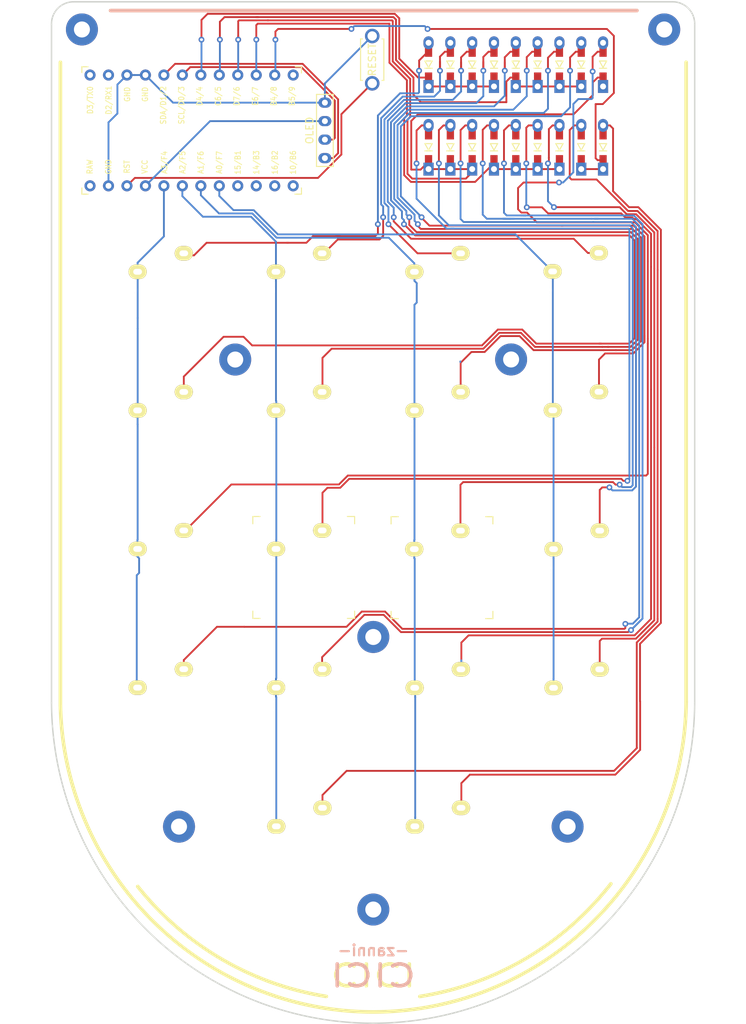
<source format=kicad_pcb>
(kicad_pcb (version 20171130) (host pcbnew "(5.1.4)-1")

  (general
    (thickness 1.6)
    (drawings 16)
    (tracks 779)
    (zones 0)
    (modules 47)
    (nets 41)
  )

  (page A4)
  (layers
    (0 F.Cu signal)
    (31 B.Cu signal)
    (32 B.Adhes user)
    (33 F.Adhes user)
    (34 B.Paste user)
    (35 F.Paste user)
    (36 B.SilkS user)
    (37 F.SilkS user)
    (38 B.Mask user)
    (39 F.Mask user)
    (40 Dwgs.User user)
    (41 Cmts.User user)
    (42 Eco1.User user)
    (43 Eco2.User user)
    (44 Edge.Cuts user)
    (45 Margin user)
    (46 B.CrtYd user)
    (47 F.CrtYd user)
    (48 B.Fab user)
    (49 F.Fab user)
  )

  (setup
    (last_trace_width 0.25)
    (user_trace_width 0.2032)
    (user_trace_width 0.254)
    (user_trace_width 0.5)
    (user_trace_width 0.508)
    (trace_clearance 0.2)
    (zone_clearance 0.508)
    (zone_45_only no)
    (trace_min 0.2)
    (via_size 0.8)
    (via_drill 0.4)
    (via_min_size 0.4)
    (via_min_drill 0.3)
    (uvia_size 0.3)
    (uvia_drill 0.1)
    (uvias_allowed no)
    (uvia_min_size 0.2)
    (uvia_min_drill 0.1)
    (edge_width 0.05)
    (segment_width 0.2)
    (pcb_text_width 0.3)
    (pcb_text_size 1.5 1.5)
    (mod_edge_width 0.12)
    (mod_text_size 1 1)
    (mod_text_width 0.15)
    (pad_size 4.3 4.3)
    (pad_drill 4.3)
    (pad_to_mask_clearance 0.2)
    (aux_axis_origin 0 0)
    (visible_elements 7FFFFFFF)
    (pcbplotparams
      (layerselection 0x010f0_ffffffff)
      (usegerberextensions true)
      (usegerberattributes false)
      (usegerberadvancedattributes false)
      (creategerberjobfile false)
      (excludeedgelayer true)
      (linewidth 0.100000)
      (plotframeref false)
      (viasonmask false)
      (mode 1)
      (useauxorigin false)
      (hpglpennumber 1)
      (hpglpenspeed 20)
      (hpglpendiameter 15.000000)
      (psnegative false)
      (psa4output false)
      (plotreference true)
      (plotvalue true)
      (plotinvisibletext false)
      (padsonsilk false)
      (subtractmaskfromsilk true)
      (outputformat 1)
      (mirror false)
      (drillshape 0)
      (scaleselection 1)
      (outputdirectory "plot/"))
  )

  (net 0 "")
  (net 1 "Net-(D1-Pad2)")
  (net 2 row0)
  (net 3 "Net-(D2-Pad2)")
  (net 4 "Net-(D3-Pad2)")
  (net 5 "Net-(D4-Pad2)")
  (net 6 "Net-(D5-Pad2)")
  (net 7 row1)
  (net 8 "Net-(D6-Pad2)")
  (net 9 "Net-(D7-Pad2)")
  (net 10 "Net-(D8-Pad2)")
  (net 11 "Net-(D9-Pad2)")
  (net 12 row2)
  (net 13 "Net-(D10-Pad2)")
  (net 14 "Net-(D11-Pad2)")
  (net 15 "Net-(D12-Pad2)")
  (net 16 "Net-(D13-Pad2)")
  (net 17 row3)
  (net 18 "Net-(D14-Pad2)")
  (net 19 "Net-(D15-Pad2)")
  (net 20 "Net-(D16-Pad2)")
  (net 21 "Net-(D17-Pad2)")
  (net 22 row4)
  (net 23 "Net-(D18-Pad2)")
  (net 24 GND)
  (net 25 SLC)
  (net 26 SDA)
  (net 27 col0)
  (net 28 col1)
  (net 29 col2)
  (net 30 col3)
  (net 31 "Net-(U1-Pad24)")
  (net 32 reset)
  (net 33 VCC)
  (net 34 col4)
  (net 35 col5)
  (net 36 "Net-(U1-Pad14)")
  (net 37 "Net-(U1-Pad13)")
  (net 38 "Net-(U1-Pad12)")
  (net 39 data)
  (net 40 "Net-(U1-Pad1)")

  (net_class Default "This is the default net class."
    (clearance 0.2)
    (trace_width 0.25)
    (via_dia 0.8)
    (via_drill 0.4)
    (uvia_dia 0.3)
    (uvia_drill 0.1)
    (add_net GND)
    (add_net "Net-(D1-Pad2)")
    (add_net "Net-(D10-Pad2)")
    (add_net "Net-(D11-Pad2)")
    (add_net "Net-(D12-Pad2)")
    (add_net "Net-(D13-Pad2)")
    (add_net "Net-(D14-Pad2)")
    (add_net "Net-(D15-Pad2)")
    (add_net "Net-(D16-Pad2)")
    (add_net "Net-(D17-Pad2)")
    (add_net "Net-(D18-Pad2)")
    (add_net "Net-(D2-Pad2)")
    (add_net "Net-(D3-Pad2)")
    (add_net "Net-(D4-Pad2)")
    (add_net "Net-(D5-Pad2)")
    (add_net "Net-(D6-Pad2)")
    (add_net "Net-(D7-Pad2)")
    (add_net "Net-(D8-Pad2)")
    (add_net "Net-(D9-Pad2)")
    (add_net "Net-(U1-Pad1)")
    (add_net "Net-(U1-Pad12)")
    (add_net "Net-(U1-Pad13)")
    (add_net "Net-(U1-Pad14)")
    (add_net "Net-(U1-Pad24)")
    (add_net SDA)
    (add_net SLC)
    (add_net VCC)
    (add_net col0)
    (add_net col1)
    (add_net col2)
    (add_net col3)
    (add_net col4)
    (add_net col5)
    (add_net data)
    (add_net reset)
    (add_net row0)
    (add_net row1)
    (add_net row2)
    (add_net row3)
    (add_net row4)
  )

  (net_class Min ""
    (clearance 0.00001)
    (trace_width 0.2)
    (via_dia 0.4)
    (via_drill 0.3)
    (uvia_dia 0.2)
    (uvia_drill 0.1)
    (diff_pair_width 0.2)
    (diff_pair_gap 0.00001)
  )

  (module kbd:CherryMX_1u (layer F.Cu) (tedit 5DD09E25) (tstamp 6254C075)
    (at 103.63 118.47)
    (path /625570F5)
    (fp_text reference SW15 (at 5.1 7.95 180) (layer Dwgs.User) hide
      (effects (font (size 1 1) (thickness 0.15)))
    )
    (fp_text value SW_PUSH (at 0 7.9 180) (layer Dwgs.User) hide
      (effects (font (size 1 1) (thickness 0.15)))
    )
    (fp_line (start -9.525 -9.525) (end 9.525 -9.525) (layer Dwgs.User) (width 0.15))
    (fp_line (start 9.525 -9.525) (end 9.525 9.525) (layer Dwgs.User) (width 0.15))
    (fp_line (start 9.525 9.525) (end -9.525 9.525) (layer Dwgs.User) (width 0.15))
    (fp_line (start -9.525 9.525) (end -9.525 -9.525) (layer Dwgs.User) (width 0.15))
    (fp_line (start -7 -6) (end -7 -7) (layer Dwgs.User) (width 0.15))
    (fp_line (start -7 -7) (end -6 -7) (layer Dwgs.User) (width 0.15))
    (fp_line (start 6 7) (end 7 7) (layer Dwgs.User) (width 0.15))
    (fp_line (start 7 7) (end 7 6) (layer Dwgs.User) (width 0.15))
    (fp_line (start 7 -6) (end 7 -7) (layer Dwgs.User) (width 0.15))
    (fp_line (start 7 -7) (end 6 -7) (layer Dwgs.User) (width 0.15))
    (fp_line (start -7 6) (end -7 7) (layer Dwgs.User) (width 0.15))
    (fp_line (start -6 7) (end -7 7) (layer Dwgs.User) (width 0.15))
    (pad "" np_thru_hole circle (at 0 0 90) (size 4 4) (drill 4) (layers *.Cu *.Mask))
    (pad "" np_thru_hole circle (at -5.08 0 90) (size 1.9 1.9) (drill 1.9) (layers *.Cu *.Mask))
    (pad "" np_thru_hole circle (at 5.08 0 90) (size 1.9 1.9) (drill 1.9) (layers *.Cu *.Mask))
    (pad 2 thru_hole oval (at 2.54 -5.08) (size 2.5 2) (drill oval 1.2 0.8) (layers *.Cu F.SilkS B.Mask)
      (net 19 "Net-(D15-Pad2)"))
    (pad 1 thru_hole oval (at -3.81 -2.54) (size 2.5 2) (drill oval 1.2 0.8) (layers *.Cu F.SilkS B.Mask)
      (net 29 col2))
  )

  (module kbd:CherryMX_1u (layer F.Cu) (tedit 5DD09E25) (tstamp 6254BAF6)
    (at 84.58 118.45)
    (path /625561C6)
    (fp_text reference SW14 (at 5.1 7.95 180) (layer Dwgs.User) hide
      (effects (font (size 1 1) (thickness 0.15)))
    )
    (fp_text value SW_PUSH (at 0 7.9 180) (layer Dwgs.User) hide
      (effects (font (size 1 1) (thickness 0.15)))
    )
    (fp_line (start -9.525 -9.525) (end 9.525 -9.525) (layer Dwgs.User) (width 0.15))
    (fp_line (start 9.525 -9.525) (end 9.525 9.525) (layer Dwgs.User) (width 0.15))
    (fp_line (start 9.525 9.525) (end -9.525 9.525) (layer Dwgs.User) (width 0.15))
    (fp_line (start -9.525 9.525) (end -9.525 -9.525) (layer Dwgs.User) (width 0.15))
    (fp_line (start -7 -6) (end -7 -7) (layer Dwgs.User) (width 0.15))
    (fp_line (start -7 -7) (end -6 -7) (layer Dwgs.User) (width 0.15))
    (fp_line (start 6 7) (end 7 7) (layer Dwgs.User) (width 0.15))
    (fp_line (start 7 7) (end 7 6) (layer Dwgs.User) (width 0.15))
    (fp_line (start 7 -6) (end 7 -7) (layer Dwgs.User) (width 0.15))
    (fp_line (start 7 -7) (end 6 -7) (layer Dwgs.User) (width 0.15))
    (fp_line (start -7 6) (end -7 7) (layer Dwgs.User) (width 0.15))
    (fp_line (start -6 7) (end -7 7) (layer Dwgs.User) (width 0.15))
    (pad "" np_thru_hole circle (at 0 0 90) (size 4 4) (drill 4) (layers *.Cu *.Mask))
    (pad "" np_thru_hole circle (at -5.08 0 90) (size 1.9 1.9) (drill 1.9) (layers *.Cu *.Mask))
    (pad "" np_thru_hole circle (at 5.08 0 90) (size 1.9 1.9) (drill 1.9) (layers *.Cu *.Mask))
    (pad 2 thru_hole oval (at 2.54 -5.08) (size 2.5 2) (drill oval 1.2 0.8) (layers *.Cu F.SilkS B.Mask)
      (net 18 "Net-(D14-Pad2)"))
    (pad 1 thru_hole oval (at -3.81 -2.54) (size 2.5 2) (drill oval 1.2 0.8) (layers *.Cu F.SilkS B.Mask)
      (net 28 col1))
  )

  (module kbd:CherryMX_1u (layer F.Cu) (tedit 5DD09E25) (tstamp 6254BD1B)
    (at 103.6 80.369)
    (path /6255A1D0)
    (fp_text reference SW7 (at 5.1 7.95 180) (layer Dwgs.User) hide
      (effects (font (size 1 1) (thickness 0.15)))
    )
    (fp_text value SW_PUSH (at 0 7.9 180) (layer Dwgs.User) hide
      (effects (font (size 1 1) (thickness 0.15)))
    )
    (fp_line (start -9.525 -9.525) (end 9.525 -9.525) (layer Dwgs.User) (width 0.15))
    (fp_line (start 9.525 -9.525) (end 9.525 9.525) (layer Dwgs.User) (width 0.15))
    (fp_line (start 9.525 9.525) (end -9.525 9.525) (layer Dwgs.User) (width 0.15))
    (fp_line (start -9.525 9.525) (end -9.525 -9.525) (layer Dwgs.User) (width 0.15))
    (fp_line (start -7 -6) (end -7 -7) (layer Dwgs.User) (width 0.15))
    (fp_line (start -7 -7) (end -6 -7) (layer Dwgs.User) (width 0.15))
    (fp_line (start 6 7) (end 7 7) (layer Dwgs.User) (width 0.15))
    (fp_line (start 7 7) (end 7 6) (layer Dwgs.User) (width 0.15))
    (fp_line (start 7 -6) (end 7 -7) (layer Dwgs.User) (width 0.15))
    (fp_line (start 7 -7) (end 6 -7) (layer Dwgs.User) (width 0.15))
    (fp_line (start -7 6) (end -7 7) (layer Dwgs.User) (width 0.15))
    (fp_line (start -6 7) (end -7 7) (layer Dwgs.User) (width 0.15))
    (pad "" np_thru_hole circle (at 0 0 90) (size 4 4) (drill 4) (layers *.Cu *.Mask))
    (pad "" np_thru_hole circle (at -5.08 0 90) (size 1.9 1.9) (drill 1.9) (layers *.Cu *.Mask))
    (pad "" np_thru_hole circle (at 5.08 0 90) (size 1.9 1.9) (drill 1.9) (layers *.Cu *.Mask))
    (pad 2 thru_hole oval (at 2.54 -5.08) (size 2.5 2) (drill oval 1.2 0.8) (layers *.Cu F.SilkS B.Mask)
      (net 9 "Net-(D7-Pad2)"))
    (pad 1 thru_hole oval (at -3.81 -2.54) (size 2.5 2) (drill oval 1.2 0.8) (layers *.Cu F.SilkS B.Mask)
      (net 29 col2))
  )

  (module kbd:CherryMX_1u (layer F.Cu) (tedit 5DD09E25) (tstamp 6254BD93)
    (at 84.55 80.37)
    (path /6254F97E)
    (fp_text reference SW6 (at 5.1 7.95 180) (layer Dwgs.User) hide
      (effects (font (size 1 1) (thickness 0.15)))
    )
    (fp_text value SW_PUSH (at 0 7.9 180) (layer Dwgs.User) hide
      (effects (font (size 1 1) (thickness 0.15)))
    )
    (fp_line (start -9.525 -9.525) (end 9.525 -9.525) (layer Dwgs.User) (width 0.15))
    (fp_line (start 9.525 -9.525) (end 9.525 9.525) (layer Dwgs.User) (width 0.15))
    (fp_line (start 9.525 9.525) (end -9.525 9.525) (layer Dwgs.User) (width 0.15))
    (fp_line (start -9.525 9.525) (end -9.525 -9.525) (layer Dwgs.User) (width 0.15))
    (fp_line (start -7 -6) (end -7 -7) (layer Dwgs.User) (width 0.15))
    (fp_line (start -7 -7) (end -6 -7) (layer Dwgs.User) (width 0.15))
    (fp_line (start 6 7) (end 7 7) (layer Dwgs.User) (width 0.15))
    (fp_line (start 7 7) (end 7 6) (layer Dwgs.User) (width 0.15))
    (fp_line (start 7 -6) (end 7 -7) (layer Dwgs.User) (width 0.15))
    (fp_line (start 7 -7) (end 6 -7) (layer Dwgs.User) (width 0.15))
    (fp_line (start -7 6) (end -7 7) (layer Dwgs.User) (width 0.15))
    (fp_line (start -6 7) (end -7 7) (layer Dwgs.User) (width 0.15))
    (pad "" np_thru_hole circle (at 0 0 90) (size 4 4) (drill 4) (layers *.Cu *.Mask))
    (pad "" np_thru_hole circle (at -5.08 0 90) (size 1.9 1.9) (drill 1.9) (layers *.Cu *.Mask))
    (pad "" np_thru_hole circle (at 5.08 0 90) (size 1.9 1.9) (drill 1.9) (layers *.Cu *.Mask))
    (pad 2 thru_hole oval (at 2.54 -5.08) (size 2.5 2) (drill oval 1.2 0.8) (layers *.Cu F.SilkS B.Mask)
      (net 8 "Net-(D6-Pad2)"))
    (pad 1 thru_hole oval (at -3.81 -2.54) (size 2.5 2) (drill oval 1.2 0.8) (layers *.Cu F.SilkS B.Mask)
      (net 28 col1))
  )

  (module kbd:CherryMX_1u (layer F.Cu) (tedit 626C5D32) (tstamp 6254BCA3)
    (at 84.56 99.4)
    (path /625556BB)
    (fp_text reference SW10 (at 5.1 7.95 180) (layer Dwgs.User) hide
      (effects (font (size 1 1) (thickness 0.15)))
    )
    (fp_text value SW_PUSH (at 0 7.9 180) (layer Dwgs.User) hide
      (effects (font (size 1 1) (thickness 0.15)))
    )
    (fp_line (start -9.525 -9.525) (end 9.525 -9.525) (layer Dwgs.User) (width 0.15))
    (fp_line (start 9.525 -9.525) (end 9.525 9.525) (layer Dwgs.User) (width 0.15))
    (fp_line (start 9.525 9.525) (end -9.525 9.525) (layer Dwgs.User) (width 0.15))
    (fp_line (start -9.525 9.525) (end -9.525 -9.525) (layer Dwgs.User) (width 0.15))
    (fp_line (start -7 -6) (end -7 -7) (layer F.SilkS) (width 0.15))
    (fp_line (start -7 -7) (end -6 -7) (layer F.SilkS) (width 0.15))
    (fp_line (start 6 7) (end 7 7) (layer F.SilkS) (width 0.15))
    (fp_line (start 7 7) (end 7 6) (layer F.SilkS) (width 0.15))
    (fp_line (start 7 -6) (end 7 -7) (layer F.SilkS) (width 0.15))
    (fp_line (start 7 -7) (end 6 -7) (layer F.SilkS) (width 0.15))
    (fp_line (start -7 6) (end -7 7) (layer F.SilkS) (width 0.15))
    (fp_line (start -6 7) (end -7 7) (layer F.SilkS) (width 0.15))
    (pad "" np_thru_hole circle (at 0 0 90) (size 4 4) (drill 4) (layers *.Cu *.Mask))
    (pad "" np_thru_hole circle (at -5.08 0 90) (size 1.9 1.9) (drill 1.9) (layers *.Cu *.Mask))
    (pad "" np_thru_hole circle (at 5.08 0 90) (size 1.9 1.9) (drill 1.9) (layers *.Cu *.Mask))
    (pad 2 thru_hole oval (at 2.54 -5.08) (size 2.5 2) (drill oval 1.2 0.8) (layers *.Cu F.SilkS B.Mask)
      (net 13 "Net-(D10-Pad2)"))
    (pad 1 thru_hole oval (at -3.81 -2.54) (size 2.5 2) (drill oval 1.2 0.8) (layers *.Cu F.SilkS B.Mask)
      (net 28 col1))
  )

  (module kbd:CherryMX_1u (layer F.Cu) (tedit 626C5D73) (tstamp 6257C861)
    (at 103.575 99.425)
    (path /62559494)
    (fp_text reference SW11 (at 5.1 7.95 180) (layer Dwgs.User) hide
      (effects (font (size 1 1) (thickness 0.15)))
    )
    (fp_text value SW_PUSH (at 0 7.9 180) (layer Dwgs.User) hide
      (effects (font (size 1 1) (thickness 0.15)))
    )
    (fp_line (start -9.525 -9.525) (end 9.525 -9.525) (layer Dwgs.User) (width 0.15))
    (fp_line (start 9.525 -9.525) (end 9.525 9.525) (layer Dwgs.User) (width 0.15))
    (fp_line (start 9.525 9.525) (end -9.525 9.525) (layer Dwgs.User) (width 0.15))
    (fp_line (start -9.525 9.525) (end -9.525 -9.525) (layer Dwgs.User) (width 0.15))
    (fp_line (start -7 -6) (end -7 -7) (layer F.SilkS) (width 0.15))
    (fp_line (start -7 -7) (end -6 -7) (layer F.SilkS) (width 0.15))
    (fp_line (start 6 7) (end 7 7) (layer F.SilkS) (width 0.15))
    (fp_line (start 7 7) (end 7 6) (layer F.SilkS) (width 0.15))
    (fp_line (start 7 -6) (end 7 -7) (layer F.SilkS) (width 0.15))
    (fp_line (start 7 -7) (end 6 -7) (layer F.SilkS) (width 0.15))
    (fp_line (start -7 6) (end -7 7) (layer F.SilkS) (width 0.15))
    (fp_line (start -6 7) (end -7 7) (layer F.SilkS) (width 0.15))
    (pad "" np_thru_hole circle (at 0 0 90) (size 4 4) (drill 4) (layers *.Cu *.Mask))
    (pad "" np_thru_hole circle (at -5.08 0 90) (size 1.9 1.9) (drill 1.9) (layers *.Cu *.Mask))
    (pad "" np_thru_hole circle (at 5.08 0 90) (size 1.9 1.9) (drill 1.9) (layers *.Cu *.Mask))
    (pad 2 thru_hole oval (at 2.54 -5.08) (size 2.5 2) (drill oval 1.2 0.8) (layers *.Cu F.SilkS B.Mask)
      (net 14 "Net-(D11-Pad2)"))
    (pad 1 thru_hole oval (at -3.81 -2.54) (size 2.5 2) (drill oval 1.2 0.8) (layers *.Cu F.SilkS B.Mask)
      (net 29 col2))
  )

  (module kbd:CherryMX_1u (layer F.Cu) (tedit 5DD09E25) (tstamp 6254BFE8)
    (at 84.6 137.5)
    (path /62554193)
    (fp_text reference SW17 (at 5.1 7.95 180) (layer Dwgs.User) hide
      (effects (font (size 1 1) (thickness 0.15)))
    )
    (fp_text value SW_PUSH (at 0 7.9 180) (layer Dwgs.User) hide
      (effects (font (size 1 1) (thickness 0.15)))
    )
    (fp_line (start -9.525 -9.525) (end 9.525 -9.525) (layer Dwgs.User) (width 0.15))
    (fp_line (start 9.525 -9.525) (end 9.525 9.525) (layer Dwgs.User) (width 0.15))
    (fp_line (start 9.525 9.525) (end -9.525 9.525) (layer Dwgs.User) (width 0.15))
    (fp_line (start -9.525 9.525) (end -9.525 -9.525) (layer Dwgs.User) (width 0.15))
    (fp_line (start -7 -6) (end -7 -7) (layer Dwgs.User) (width 0.15))
    (fp_line (start -7 -7) (end -6 -7) (layer Dwgs.User) (width 0.15))
    (fp_line (start 6 7) (end 7 7) (layer Dwgs.User) (width 0.15))
    (fp_line (start 7 7) (end 7 6) (layer Dwgs.User) (width 0.15))
    (fp_line (start 7 -6) (end 7 -7) (layer Dwgs.User) (width 0.15))
    (fp_line (start 7 -7) (end 6 -7) (layer Dwgs.User) (width 0.15))
    (fp_line (start -7 6) (end -7 7) (layer Dwgs.User) (width 0.15))
    (fp_line (start -6 7) (end -7 7) (layer Dwgs.User) (width 0.15))
    (pad "" np_thru_hole circle (at 0 0 90) (size 4 4) (drill 4) (layers *.Cu *.Mask))
    (pad "" np_thru_hole circle (at -5.08 0 90) (size 1.9 1.9) (drill 1.9) (layers *.Cu *.Mask))
    (pad "" np_thru_hole circle (at 5.08 0 90) (size 1.9 1.9) (drill 1.9) (layers *.Cu *.Mask))
    (pad 2 thru_hole oval (at 2.54 -5.08) (size 2.5 2) (drill oval 1.2 0.8) (layers *.Cu F.SilkS B.Mask)
      (net 21 "Net-(D17-Pad2)"))
    (pad 1 thru_hole oval (at -3.81 -2.54) (size 2.5 2) (drill oval 1.2 0.8) (layers *.Cu F.SilkS B.Mask)
      (net 28 col1))
  )

  (module kbd:CherryMX_1u (layer F.Cu) (tedit 5DD09E25) (tstamp 6254BD57)
    (at 65.525 61.325)
    (path /6254B67F)
    (fp_text reference SW1 (at 5.1 7.95 180) (layer Dwgs.User) hide
      (effects (font (size 1 1) (thickness 0.15)))
    )
    (fp_text value SW_PUSH (at 0 7.9 180) (layer Dwgs.User) hide
      (effects (font (size 1 1) (thickness 0.15)))
    )
    (fp_line (start -9.525 -9.525) (end 9.525 -9.525) (layer Dwgs.User) (width 0.15))
    (fp_line (start 9.525 -9.525) (end 9.525 9.525) (layer Dwgs.User) (width 0.15))
    (fp_line (start 9.525 9.525) (end -9.525 9.525) (layer Dwgs.User) (width 0.15))
    (fp_line (start -9.525 9.525) (end -9.525 -9.525) (layer Dwgs.User) (width 0.15))
    (fp_line (start -7 -6) (end -7 -7) (layer Dwgs.User) (width 0.15))
    (fp_line (start -7 -7) (end -6 -7) (layer Dwgs.User) (width 0.15))
    (fp_line (start 6 7) (end 7 7) (layer Dwgs.User) (width 0.15))
    (fp_line (start 7 7) (end 7 6) (layer Dwgs.User) (width 0.15))
    (fp_line (start 7 -6) (end 7 -7) (layer Dwgs.User) (width 0.15))
    (fp_line (start 7 -7) (end 6 -7) (layer Dwgs.User) (width 0.15))
    (fp_line (start -7 6) (end -7 7) (layer Dwgs.User) (width 0.15))
    (fp_line (start -6 7) (end -7 7) (layer Dwgs.User) (width 0.15))
    (pad "" np_thru_hole circle (at 0 0 90) (size 4 4) (drill 4) (layers *.Cu *.Mask))
    (pad "" np_thru_hole circle (at -5.08 0 90) (size 1.9 1.9) (drill 1.9) (layers *.Cu *.Mask))
    (pad "" np_thru_hole circle (at 5.08 0 90) (size 1.9 1.9) (drill 1.9) (layers *.Cu *.Mask))
    (pad 2 thru_hole oval (at 2.54 -5.08) (size 2.5 2) (drill oval 1.2 0.8) (layers *.Cu F.SilkS B.Mask)
      (net 1 "Net-(D1-Pad2)"))
    (pad 1 thru_hole oval (at -3.81 -2.54) (size 2.5 2) (drill oval 1.2 0.8) (layers *.Cu F.SilkS B.Mask)
      (net 27 col0))
  )

  (module MountingHole:MountingHole_2.2mm_M2_Pad (layer F.Cu) (tedit 56D1B4CB) (tstamp 626AC662)
    (at 54.06 25.5)
    (descr "Mounting Hole 2.2mm, M2")
    (tags "mounting hole 2.2mm m2")
    (attr virtual)
    (fp_text reference REF** (at 0 -3.2) (layer Cmts.User)
      (effects (font (size 1 1) (thickness 0.15)))
    )
    (fp_text value MountingHole_2.2mm_M2_Pad (at 0 3.2) (layer F.Fab)
      (effects (font (size 1 1) (thickness 0.15)))
    )
    (fp_circle (center 0 0) (end 2.45 0) (layer F.CrtYd) (width 0.05))
    (fp_circle (center 0 0) (end 2.2 0) (layer Cmts.User) (width 0.15))
    (fp_text user %R (at 0.3 0) (layer F.Fab)
      (effects (font (size 1 1) (thickness 0.15)))
    )
    (pad 1 thru_hole circle (at 0 0) (size 4.4 4.4) (drill 2.2) (layers *.Cu *.Mask))
  )

  (module MountingHole:MountingHole_2.2mm_M2_Pad (layer F.Cu) (tedit 56D1B4CB) (tstamp 626AC645)
    (at 94.13 108.95)
    (descr "Mounting Hole 2.2mm, M2")
    (tags "mounting hole 2.2mm m2")
    (attr virtual)
    (fp_text reference REF** (at 0 -3.2) (layer Cmts.User)
      (effects (font (size 1 1) (thickness 0.15)))
    )
    (fp_text value MountingHole_2.2mm_M2_Pad (at 0 3.2) (layer F.Fab)
      (effects (font (size 1 1) (thickness 0.15)))
    )
    (fp_circle (center 0 0) (end 2.45 0) (layer F.CrtYd) (width 0.05))
    (fp_circle (center 0 0) (end 2.2 0) (layer Cmts.User) (width 0.15))
    (fp_text user %R (at 0.3 0) (layer F.Fab)
      (effects (font (size 1 1) (thickness 0.15)))
    )
    (pad 1 thru_hole circle (at 0 0) (size 4.4 4.4) (drill 2.2) (layers *.Cu *.Mask))
  )

  (module MountingHole:MountingHole_2.2mm_M2_Pad (layer F.Cu) (tedit 56D1B4CB) (tstamp 626AC628)
    (at 75.14 70.84)
    (descr "Mounting Hole 2.2mm, M2")
    (tags "mounting hole 2.2mm m2")
    (attr virtual)
    (fp_text reference REF** (at 0 -3.2) (layer Cmts.User)
      (effects (font (size 1 1) (thickness 0.15)))
    )
    (fp_text value MountingHole_2.2mm_M2_Pad (at 0 3.2) (layer F.Fab)
      (effects (font (size 1 1) (thickness 0.15)))
    )
    (fp_circle (center 0 0) (end 2.45 0) (layer F.CrtYd) (width 0.05))
    (fp_circle (center 0 0) (end 2.2 0) (layer Cmts.User) (width 0.15))
    (fp_text user %R (at 0.3 0) (layer F.Fab)
      (effects (font (size 1 1) (thickness 0.15)))
    )
    (pad 1 thru_hole circle (at 0 0) (size 4.4 4.4) (drill 2.2) (layers *.Cu *.Mask))
  )

  (module MountingHole:MountingHole_2.2mm_M2_Pad (layer F.Cu) (tedit 56D1B4CB) (tstamp 626AC60B)
    (at 113.08 70.83)
    (descr "Mounting Hole 2.2mm, M2")
    (tags "mounting hole 2.2mm m2")
    (attr virtual)
    (fp_text reference REF** (at 0 -3.2) (layer Cmts.User)
      (effects (font (size 1 1) (thickness 0.15)))
    )
    (fp_text value MountingHole_2.2mm_M2_Pad (at 0 3.2) (layer F.Fab)
      (effects (font (size 1 1) (thickness 0.15)))
    )
    (fp_circle (center 0 0) (end 2.45 0) (layer F.CrtYd) (width 0.05))
    (fp_circle (center 0 0) (end 2.2 0) (layer Cmts.User) (width 0.15))
    (fp_text user %R (at 0.3 0) (layer F.Fab)
      (effects (font (size 1 1) (thickness 0.15)))
    )
    (pad 1 thru_hole circle (at 0 0) (size 4.4 4.4) (drill 2.2) (layers *.Cu *.Mask))
  )

  (module MountingHole:MountingHole_2.2mm_M2_Pad (layer F.Cu) (tedit 56D1B4CB) (tstamp 626AC5EE)
    (at 94.13 146.39)
    (descr "Mounting Hole 2.2mm, M2")
    (tags "mounting hole 2.2mm m2")
    (attr virtual)
    (fp_text reference REF** (at 0 -3.2) (layer Cmts.User)
      (effects (font (size 1 1) (thickness 0.15)))
    )
    (fp_text value MountingHole_2.2mm_M2_Pad (at 0 3.2) (layer F.Fab)
      (effects (font (size 1 1) (thickness 0.15)))
    )
    (fp_circle (center 0 0) (end 2.45 0) (layer F.CrtYd) (width 0.05))
    (fp_circle (center 0 0) (end 2.2 0) (layer Cmts.User) (width 0.15))
    (fp_text user %R (at 0.3 0) (layer F.Fab)
      (effects (font (size 1 1) (thickness 0.15)))
    )
    (pad 1 thru_hole circle (at 0 0) (size 4.4 4.4) (drill 2.2) (layers *.Cu *.Mask))
  )

  (module MountingHole:MountingHole_2.2mm_M2_Pad (layer F.Cu) (tedit 56D1B4CB) (tstamp 626AC5D1)
    (at 67.41 135)
    (descr "Mounting Hole 2.2mm, M2")
    (tags "mounting hole 2.2mm m2")
    (attr virtual)
    (fp_text reference REF** (at 0 -3.2) (layer Cmts.User)
      (effects (font (size 1 1) (thickness 0.15)))
    )
    (fp_text value MountingHole_2.2mm_M2_Pad (at 0 3.2) (layer F.Fab)
      (effects (font (size 1 1) (thickness 0.15)))
    )
    (fp_circle (center 0 0) (end 2.45 0) (layer F.CrtYd) (width 0.05))
    (fp_circle (center 0 0) (end 2.2 0) (layer Cmts.User) (width 0.15))
    (fp_text user %R (at 0.3 0) (layer F.Fab)
      (effects (font (size 1 1) (thickness 0.15)))
    )
    (pad 1 thru_hole circle (at 0 0) (size 4.4 4.4) (drill 2.2) (layers *.Cu *.Mask))
  )

  (module MountingHole:MountingHole_2.2mm_M2_Pad (layer F.Cu) (tedit 56D1B4CB) (tstamp 626AC5B4)
    (at 134.14 25.5)
    (descr "Mounting Hole 2.2mm, M2")
    (tags "mounting hole 2.2mm m2")
    (attr virtual)
    (fp_text reference REF** (at 0 -3.2) (layer Cmts.User)
      (effects (font (size 1 1) (thickness 0.15)))
    )
    (fp_text value MountingHole_2.2mm_M2_Pad (at 0 3.2) (layer F.Fab)
      (effects (font (size 1 1) (thickness 0.15)))
    )
    (fp_circle (center 0 0) (end 2.45 0) (layer F.CrtYd) (width 0.05))
    (fp_circle (center 0 0) (end 2.2 0) (layer Cmts.User) (width 0.15))
    (fp_text user %R (at 0.3 0) (layer F.Fab)
      (effects (font (size 1 1) (thickness 0.15)))
    )
    (pad 1 thru_hole circle (at 0 0) (size 4.4 4.4) (drill 2.2) (layers *.Cu *.Mask))
  )

  (module MountingHole:MountingHole_2.2mm_M2_Pad (layer F.Cu) (tedit 56D1B4CB) (tstamp 626AC579)
    (at 120.85 135)
    (descr "Mounting Hole 2.2mm, M2")
    (tags "mounting hole 2.2mm m2")
    (attr virtual)
    (fp_text reference REF** (at 0 -3.2) (layer Cmts.User)
      (effects (font (size 1 1) (thickness 0.15)))
    )
    (fp_text value MountingHole_2.2mm_M2_Pad (at 0 3.2) (layer F.Fab)
      (effects (font (size 1 1) (thickness 0.15)))
    )
    (fp_circle (center 0 0) (end 2.45 0) (layer F.CrtYd) (width 0.05))
    (fp_circle (center 0 0) (end 2.2 0) (layer Cmts.User) (width 0.15))
    (fp_text user %R (at 0.3 0) (layer F.Fab)
      (effects (font (size 1 1) (thickness 0.15)))
    )
    (pad 1 thru_hole circle (at 0 0) (size 4.4 4.4) (drill 2.2) (layers *.Cu *.Mask))
  )

  (module kbd:CherryMX_1u (layer F.Cu) (tedit 5DD09E25) (tstamp 6254C0B1)
    (at 103.65 137.5)
    (path /625538B7)
    (fp_text reference SW18 (at 5.1 7.95 180) (layer Dwgs.User) hide
      (effects (font (size 1 1) (thickness 0.15)))
    )
    (fp_text value SW_PUSH (at 0 7.9 180) (layer Dwgs.User) hide
      (effects (font (size 1 1) (thickness 0.15)))
    )
    (fp_line (start -9.525 -9.525) (end 9.525 -9.525) (layer Dwgs.User) (width 0.15))
    (fp_line (start 9.525 -9.525) (end 9.525 9.525) (layer Dwgs.User) (width 0.15))
    (fp_line (start 9.525 9.525) (end -9.525 9.525) (layer Dwgs.User) (width 0.15))
    (fp_line (start -9.525 9.525) (end -9.525 -9.525) (layer Dwgs.User) (width 0.15))
    (fp_line (start -7 -6) (end -7 -7) (layer Dwgs.User) (width 0.15))
    (fp_line (start -7 -7) (end -6 -7) (layer Dwgs.User) (width 0.15))
    (fp_line (start 6 7) (end 7 7) (layer Dwgs.User) (width 0.15))
    (fp_line (start 7 7) (end 7 6) (layer Dwgs.User) (width 0.15))
    (fp_line (start 7 -6) (end 7 -7) (layer Dwgs.User) (width 0.15))
    (fp_line (start 7 -7) (end 6 -7) (layer Dwgs.User) (width 0.15))
    (fp_line (start -7 6) (end -7 7) (layer Dwgs.User) (width 0.15))
    (fp_line (start -6 7) (end -7 7) (layer Dwgs.User) (width 0.15))
    (pad "" np_thru_hole circle (at 0 0 90) (size 4 4) (drill 4) (layers *.Cu *.Mask))
    (pad "" np_thru_hole circle (at -5.08 0 90) (size 1.9 1.9) (drill 1.9) (layers *.Cu *.Mask))
    (pad "" np_thru_hole circle (at 5.08 0 90) (size 1.9 1.9) (drill 1.9) (layers *.Cu *.Mask))
    (pad 2 thru_hole oval (at 2.54 -5.08) (size 2.5 2) (drill oval 1.2 0.8) (layers *.Cu F.SilkS B.Mask)
      (net 23 "Net-(D18-Pad2)"))
    (pad 1 thru_hole oval (at -3.81 -2.54) (size 2.5 2) (drill oval 1.2 0.8) (layers *.Cu F.SilkS B.Mask)
      (net 29 col2))
  )

  (module kbd:CherryMX_1u (layer F.Cu) (tedit 5DD09E25) (tstamp 6254C0ED)
    (at 122.725 118.475)
    (path /62557859)
    (fp_text reference SW16 (at 5.1 7.95 180) (layer Dwgs.User) hide
      (effects (font (size 1 1) (thickness 0.15)))
    )
    (fp_text value SW_PUSH (at 0 7.9 180) (layer Dwgs.User) hide
      (effects (font (size 1 1) (thickness 0.15)))
    )
    (fp_line (start -9.525 -9.525) (end 9.525 -9.525) (layer Dwgs.User) (width 0.15))
    (fp_line (start 9.525 -9.525) (end 9.525 9.525) (layer Dwgs.User) (width 0.15))
    (fp_line (start 9.525 9.525) (end -9.525 9.525) (layer Dwgs.User) (width 0.15))
    (fp_line (start -9.525 9.525) (end -9.525 -9.525) (layer Dwgs.User) (width 0.15))
    (fp_line (start -7 -6) (end -7 -7) (layer Dwgs.User) (width 0.15))
    (fp_line (start -7 -7) (end -6 -7) (layer Dwgs.User) (width 0.15))
    (fp_line (start 6 7) (end 7 7) (layer Dwgs.User) (width 0.15))
    (fp_line (start 7 7) (end 7 6) (layer Dwgs.User) (width 0.15))
    (fp_line (start 7 -6) (end 7 -7) (layer Dwgs.User) (width 0.15))
    (fp_line (start 7 -7) (end 6 -7) (layer Dwgs.User) (width 0.15))
    (fp_line (start -7 6) (end -7 7) (layer Dwgs.User) (width 0.15))
    (fp_line (start -6 7) (end -7 7) (layer Dwgs.User) (width 0.15))
    (pad "" np_thru_hole circle (at 0 0 90) (size 4 4) (drill 4) (layers *.Cu *.Mask))
    (pad "" np_thru_hole circle (at -5.08 0 90) (size 1.9 1.9) (drill 1.9) (layers *.Cu *.Mask))
    (pad "" np_thru_hole circle (at 5.08 0 90) (size 1.9 1.9) (drill 1.9) (layers *.Cu *.Mask))
    (pad 2 thru_hole oval (at 2.54 -5.08) (size 2.5 2) (drill oval 1.2 0.8) (layers *.Cu F.SilkS B.Mask)
      (net 20 "Net-(D16-Pad2)"))
    (pad 1 thru_hole oval (at -3.81 -2.54) (size 2.5 2) (drill oval 1.2 0.8) (layers *.Cu F.SilkS B.Mask)
      (net 30 col3))
  )

  (module kbd:CherryMX_1u (layer F.Cu) (tedit 5DD09E25) (tstamp 6254BB77)
    (at 65.525 118.45)
    (path /625549C3)
    (fp_text reference SW13 (at 5.1 7.95 180) (layer Dwgs.User) hide
      (effects (font (size 1 1) (thickness 0.15)))
    )
    (fp_text value SW_PUSH (at 0 7.9 180) (layer Dwgs.User) hide
      (effects (font (size 1 1) (thickness 0.15)))
    )
    (fp_line (start -9.525 -9.525) (end 9.525 -9.525) (layer Dwgs.User) (width 0.15))
    (fp_line (start 9.525 -9.525) (end 9.525 9.525) (layer Dwgs.User) (width 0.15))
    (fp_line (start 9.525 9.525) (end -9.525 9.525) (layer Dwgs.User) (width 0.15))
    (fp_line (start -9.525 9.525) (end -9.525 -9.525) (layer Dwgs.User) (width 0.15))
    (fp_line (start -7 -6) (end -7 -7) (layer Dwgs.User) (width 0.15))
    (fp_line (start -7 -7) (end -6 -7) (layer Dwgs.User) (width 0.15))
    (fp_line (start 6 7) (end 7 7) (layer Dwgs.User) (width 0.15))
    (fp_line (start 7 7) (end 7 6) (layer Dwgs.User) (width 0.15))
    (fp_line (start 7 -6) (end 7 -7) (layer Dwgs.User) (width 0.15))
    (fp_line (start 7 -7) (end 6 -7) (layer Dwgs.User) (width 0.15))
    (fp_line (start -7 6) (end -7 7) (layer Dwgs.User) (width 0.15))
    (fp_line (start -6 7) (end -7 7) (layer Dwgs.User) (width 0.15))
    (pad "" np_thru_hole circle (at 0 0 90) (size 4 4) (drill 4) (layers *.Cu *.Mask))
    (pad "" np_thru_hole circle (at -5.08 0 90) (size 1.9 1.9) (drill 1.9) (layers *.Cu *.Mask))
    (pad "" np_thru_hole circle (at 5.08 0 90) (size 1.9 1.9) (drill 1.9) (layers *.Cu *.Mask))
    (pad 2 thru_hole oval (at 2.54 -5.08) (size 2.5 2) (drill oval 1.2 0.8) (layers *.Cu F.SilkS B.Mask)
      (net 16 "Net-(D13-Pad2)"))
    (pad 1 thru_hole oval (at -3.81 -2.54) (size 2.5 2) (drill oval 1.2 0.8) (layers *.Cu F.SilkS B.Mask)
      (net 27 col0))
  )

  (module kbd:CherryMX_1u (layer F.Cu) (tedit 5DD09E25) (tstamp 6254BB3B)
    (at 122.725 99.425)
    (path /62558752)
    (fp_text reference SW12 (at 5.1 7.95 180) (layer Dwgs.User) hide
      (effects (font (size 1 1) (thickness 0.15)))
    )
    (fp_text value SW_PUSH (at 0 7.9 180) (layer Dwgs.User) hide
      (effects (font (size 1 1) (thickness 0.15)))
    )
    (fp_line (start -9.525 -9.525) (end 9.525 -9.525) (layer Dwgs.User) (width 0.15))
    (fp_line (start 9.525 -9.525) (end 9.525 9.525) (layer Dwgs.User) (width 0.15))
    (fp_line (start 9.525 9.525) (end -9.525 9.525) (layer Dwgs.User) (width 0.15))
    (fp_line (start -9.525 9.525) (end -9.525 -9.525) (layer Dwgs.User) (width 0.15))
    (fp_line (start -7 -6) (end -7 -7) (layer Dwgs.User) (width 0.15))
    (fp_line (start -7 -7) (end -6 -7) (layer Dwgs.User) (width 0.15))
    (fp_line (start 6 7) (end 7 7) (layer Dwgs.User) (width 0.15))
    (fp_line (start 7 7) (end 7 6) (layer Dwgs.User) (width 0.15))
    (fp_line (start 7 -6) (end 7 -7) (layer Dwgs.User) (width 0.15))
    (fp_line (start 7 -7) (end 6 -7) (layer Dwgs.User) (width 0.15))
    (fp_line (start -7 6) (end -7 7) (layer Dwgs.User) (width 0.15))
    (fp_line (start -6 7) (end -7 7) (layer Dwgs.User) (width 0.15))
    (pad "" np_thru_hole circle (at 0 0 90) (size 4 4) (drill 4) (layers *.Cu *.Mask))
    (pad "" np_thru_hole circle (at -5.08 0 90) (size 1.9 1.9) (drill 1.9) (layers *.Cu *.Mask))
    (pad "" np_thru_hole circle (at 5.08 0 90) (size 1.9 1.9) (drill 1.9) (layers *.Cu *.Mask))
    (pad 2 thru_hole oval (at 2.54 -5.08) (size 2.5 2) (drill oval 1.2 0.8) (layers *.Cu F.SilkS B.Mask)
      (net 15 "Net-(D12-Pad2)"))
    (pad 1 thru_hole oval (at -3.81 -2.54) (size 2.5 2) (drill oval 1.2 0.8) (layers *.Cu F.SilkS B.Mask)
      (net 30 col3))
  )

  (module kbd:CherryMX_1u (layer F.Cu) (tedit 5DD09E25) (tstamp 6254BCDF)
    (at 65.53 99.4)
    (path /62552C1B)
    (fp_text reference SW9 (at 5.1 7.95 180) (layer Dwgs.User) hide
      (effects (font (size 1 1) (thickness 0.15)))
    )
    (fp_text value SW_PUSH (at 0 7.9 180) (layer Dwgs.User) hide
      (effects (font (size 1 1) (thickness 0.15)))
    )
    (fp_line (start -9.525 -9.525) (end 9.525 -9.525) (layer Dwgs.User) (width 0.15))
    (fp_line (start 9.525 -9.525) (end 9.525 9.525) (layer Dwgs.User) (width 0.15))
    (fp_line (start 9.525 9.525) (end -9.525 9.525) (layer Dwgs.User) (width 0.15))
    (fp_line (start -9.525 9.525) (end -9.525 -9.525) (layer Dwgs.User) (width 0.15))
    (fp_line (start -7 -6) (end -7 -7) (layer Dwgs.User) (width 0.15))
    (fp_line (start -7 -7) (end -6 -7) (layer Dwgs.User) (width 0.15))
    (fp_line (start 6 7) (end 7 7) (layer Dwgs.User) (width 0.15))
    (fp_line (start 7 7) (end 7 6) (layer Dwgs.User) (width 0.15))
    (fp_line (start 7 -6) (end 7 -7) (layer Dwgs.User) (width 0.15))
    (fp_line (start 7 -7) (end 6 -7) (layer Dwgs.User) (width 0.15))
    (fp_line (start -7 6) (end -7 7) (layer Dwgs.User) (width 0.15))
    (fp_line (start -6 7) (end -7 7) (layer Dwgs.User) (width 0.15))
    (pad "" np_thru_hole circle (at 0 0 90) (size 4 4) (drill 4) (layers *.Cu *.Mask))
    (pad "" np_thru_hole circle (at -5.08 0 90) (size 1.9 1.9) (drill 1.9) (layers *.Cu *.Mask))
    (pad "" np_thru_hole circle (at 5.08 0 90) (size 1.9 1.9) (drill 1.9) (layers *.Cu *.Mask))
    (pad 2 thru_hole oval (at 2.54 -5.08) (size 2.5 2) (drill oval 1.2 0.8) (layers *.Cu F.SilkS B.Mask)
      (net 11 "Net-(D9-Pad2)"))
    (pad 1 thru_hole oval (at -3.81 -2.54) (size 2.5 2) (drill oval 1.2 0.8) (layers *.Cu F.SilkS B.Mask)
      (net 27 col0))
  )

  (module kbd:CherryMX_1u (layer F.Cu) (tedit 5DD09E25) (tstamp 6254BBEF)
    (at 122.625 80.35)
    (path /6255B08B)
    (fp_text reference SW8 (at 5.1 7.95 180) (layer Dwgs.User) hide
      (effects (font (size 1 1) (thickness 0.15)))
    )
    (fp_text value SW_PUSH (at 0 7.9 180) (layer Dwgs.User) hide
      (effects (font (size 1 1) (thickness 0.15)))
    )
    (fp_line (start -9.525 -9.525) (end 9.525 -9.525) (layer Dwgs.User) (width 0.15))
    (fp_line (start 9.525 -9.525) (end 9.525 9.525) (layer Dwgs.User) (width 0.15))
    (fp_line (start 9.525 9.525) (end -9.525 9.525) (layer Dwgs.User) (width 0.15))
    (fp_line (start -9.525 9.525) (end -9.525 -9.525) (layer Dwgs.User) (width 0.15))
    (fp_line (start -7 -6) (end -7 -7) (layer Dwgs.User) (width 0.15))
    (fp_line (start -7 -7) (end -6 -7) (layer Dwgs.User) (width 0.15))
    (fp_line (start 6 7) (end 7 7) (layer Dwgs.User) (width 0.15))
    (fp_line (start 7 7) (end 7 6) (layer Dwgs.User) (width 0.15))
    (fp_line (start 7 -6) (end 7 -7) (layer Dwgs.User) (width 0.15))
    (fp_line (start 7 -7) (end 6 -7) (layer Dwgs.User) (width 0.15))
    (fp_line (start -7 6) (end -7 7) (layer Dwgs.User) (width 0.15))
    (fp_line (start -6 7) (end -7 7) (layer Dwgs.User) (width 0.15))
    (pad "" np_thru_hole circle (at 0 0 90) (size 4 4) (drill 4) (layers *.Cu *.Mask))
    (pad "" np_thru_hole circle (at -5.08 0 90) (size 1.9 1.9) (drill 1.9) (layers *.Cu *.Mask))
    (pad "" np_thru_hole circle (at 5.08 0 90) (size 1.9 1.9) (drill 1.9) (layers *.Cu *.Mask))
    (pad 2 thru_hole oval (at 2.54 -5.08) (size 2.5 2) (drill oval 1.2 0.8) (layers *.Cu F.SilkS B.Mask)
      (net 10 "Net-(D8-Pad2)"))
    (pad 1 thru_hole oval (at -3.81 -2.54) (size 2.5 2) (drill oval 1.2 0.8) (layers *.Cu F.SilkS B.Mask)
      (net 30 col3))
  )

  (module kbd:CherryMX_1u (layer F.Cu) (tedit 5DD09E25) (tstamp 6254BC2B)
    (at 65.525 80.37)
    (path /625508CE)
    (fp_text reference SW5 (at 5.1 7.95 180) (layer Dwgs.User) hide
      (effects (font (size 1 1) (thickness 0.15)))
    )
    (fp_text value SW_PUSH (at 0 7.9 180) (layer Dwgs.User) hide
      (effects (font (size 1 1) (thickness 0.15)))
    )
    (fp_line (start -9.525 -9.525) (end 9.525 -9.525) (layer Dwgs.User) (width 0.15))
    (fp_line (start 9.525 -9.525) (end 9.525 9.525) (layer Dwgs.User) (width 0.15))
    (fp_line (start 9.525 9.525) (end -9.525 9.525) (layer Dwgs.User) (width 0.15))
    (fp_line (start -9.525 9.525) (end -9.525 -9.525) (layer Dwgs.User) (width 0.15))
    (fp_line (start -7 -6) (end -7 -7) (layer Dwgs.User) (width 0.15))
    (fp_line (start -7 -7) (end -6 -7) (layer Dwgs.User) (width 0.15))
    (fp_line (start 6 7) (end 7 7) (layer Dwgs.User) (width 0.15))
    (fp_line (start 7 7) (end 7 6) (layer Dwgs.User) (width 0.15))
    (fp_line (start 7 -6) (end 7 -7) (layer Dwgs.User) (width 0.15))
    (fp_line (start 7 -7) (end 6 -7) (layer Dwgs.User) (width 0.15))
    (fp_line (start -7 6) (end -7 7) (layer Dwgs.User) (width 0.15))
    (fp_line (start -6 7) (end -7 7) (layer Dwgs.User) (width 0.15))
    (pad "" np_thru_hole circle (at 0 0 90) (size 4 4) (drill 4) (layers *.Cu *.Mask))
    (pad "" np_thru_hole circle (at -5.08 0 90) (size 1.9 1.9) (drill 1.9) (layers *.Cu *.Mask))
    (pad "" np_thru_hole circle (at 5.08 0 90) (size 1.9 1.9) (drill 1.9) (layers *.Cu *.Mask))
    (pad 2 thru_hole oval (at 2.54 -5.08) (size 2.5 2) (drill oval 1.2 0.8) (layers *.Cu F.SilkS B.Mask)
      (net 6 "Net-(D5-Pad2)"))
    (pad 1 thru_hole oval (at -3.81 -2.54) (size 2.5 2) (drill oval 1.2 0.8) (layers *.Cu F.SilkS B.Mask)
      (net 27 col0))
  )

  (module kbd:CherryMX_1u (layer F.Cu) (tedit 5DD09E25) (tstamp 62553464)
    (at 122.6 61.28)
    (path /625521AD)
    (fp_text reference SW4 (at 5.1 7.95 180) (layer Dwgs.User) hide
      (effects (font (size 1 1) (thickness 0.15)))
    )
    (fp_text value SW_PUSH (at 0 7.9 180) (layer Dwgs.User) hide
      (effects (font (size 1 1) (thickness 0.15)))
    )
    (fp_line (start -9.525 -9.525) (end 9.525 -9.525) (layer Dwgs.User) (width 0.15))
    (fp_line (start 9.525 -9.525) (end 9.525 9.525) (layer Dwgs.User) (width 0.15))
    (fp_line (start 9.525 9.525) (end -9.525 9.525) (layer Dwgs.User) (width 0.15))
    (fp_line (start -9.525 9.525) (end -9.525 -9.525) (layer Dwgs.User) (width 0.15))
    (fp_line (start -7 -6) (end -7 -7) (layer Dwgs.User) (width 0.15))
    (fp_line (start -7 -7) (end -6 -7) (layer Dwgs.User) (width 0.15))
    (fp_line (start 6 7) (end 7 7) (layer Dwgs.User) (width 0.15))
    (fp_line (start 7 7) (end 7 6) (layer Dwgs.User) (width 0.15))
    (fp_line (start 7 -6) (end 7 -7) (layer Dwgs.User) (width 0.15))
    (fp_line (start 7 -7) (end 6 -7) (layer Dwgs.User) (width 0.15))
    (fp_line (start -7 6) (end -7 7) (layer Dwgs.User) (width 0.15))
    (fp_line (start -6 7) (end -7 7) (layer Dwgs.User) (width 0.15))
    (pad "" np_thru_hole circle (at 0 0 90) (size 4 4) (drill 4) (layers *.Cu *.Mask))
    (pad "" np_thru_hole circle (at -5.08 0 90) (size 1.9 1.9) (drill 1.9) (layers *.Cu *.Mask))
    (pad "" np_thru_hole circle (at 5.08 0 90) (size 1.9 1.9) (drill 1.9) (layers *.Cu *.Mask))
    (pad 2 thru_hole oval (at 2.54 -5.08) (size 2.5 2) (drill oval 1.2 0.8) (layers *.Cu F.SilkS B.Mask)
      (net 5 "Net-(D4-Pad2)"))
    (pad 1 thru_hole oval (at -3.81 -2.54) (size 2.5 2) (drill oval 1.2 0.8) (layers *.Cu F.SilkS B.Mask)
      (net 30 col3))
  )

  (module kbd:CherryMX_1u (layer F.Cu) (tedit 5DD09E25) (tstamp 626A6BF9)
    (at 103.59 61.33)
    (path /62551341)
    (fp_text reference SW3 (at 5.1 7.95 180) (layer Dwgs.User) hide
      (effects (font (size 1 1) (thickness 0.15)))
    )
    (fp_text value SW_PUSH (at 0 7.9 180) (layer Dwgs.User) hide
      (effects (font (size 1 1) (thickness 0.15)))
    )
    (fp_line (start -9.525 -9.525) (end 9.525 -9.525) (layer Dwgs.User) (width 0.15))
    (fp_line (start 9.525 -9.525) (end 9.525 9.525) (layer Dwgs.User) (width 0.15))
    (fp_line (start 9.525 9.525) (end -9.525 9.525) (layer Dwgs.User) (width 0.15))
    (fp_line (start -9.525 9.525) (end -9.525 -9.525) (layer Dwgs.User) (width 0.15))
    (fp_line (start -7 -6) (end -7 -7) (layer Dwgs.User) (width 0.15))
    (fp_line (start -7 -7) (end -6 -7) (layer Dwgs.User) (width 0.15))
    (fp_line (start 6 7) (end 7 7) (layer Dwgs.User) (width 0.15))
    (fp_line (start 7 7) (end 7 6) (layer Dwgs.User) (width 0.15))
    (fp_line (start 7 -6) (end 7 -7) (layer Dwgs.User) (width 0.15))
    (fp_line (start 7 -7) (end 6 -7) (layer Dwgs.User) (width 0.15))
    (fp_line (start -7 6) (end -7 7) (layer Dwgs.User) (width 0.15))
    (fp_line (start -6 7) (end -7 7) (layer Dwgs.User) (width 0.15))
    (pad "" np_thru_hole circle (at 0 0 90) (size 4 4) (drill 4) (layers *.Cu *.Mask))
    (pad "" np_thru_hole circle (at -5.08 0 90) (size 1.9 1.9) (drill 1.9) (layers *.Cu *.Mask))
    (pad "" np_thru_hole circle (at 5.08 0 90) (size 1.9 1.9) (drill 1.9) (layers *.Cu *.Mask))
    (pad 2 thru_hole oval (at 2.54 -5.08) (size 2.5 2) (drill oval 1.2 0.8) (layers *.Cu F.SilkS B.Mask)
      (net 4 "Net-(D3-Pad2)"))
    (pad 1 thru_hole oval (at -3.81 -2.54) (size 2.5 2) (drill oval 1.2 0.8) (layers *.Cu F.SilkS B.Mask)
      (net 29 col2))
  )

  (module kbd:CherryMX_1u (layer F.Cu) (tedit 5DD09E25) (tstamp 6254BBB3)
    (at 84.55 61.325)
    (path /6254E82D)
    (fp_text reference SW2 (at 5.1 7.95 180) (layer Dwgs.User) hide
      (effects (font (size 1 1) (thickness 0.15)))
    )
    (fp_text value SW_PUSH (at 0 7.9 180) (layer Dwgs.User) hide
      (effects (font (size 1 1) (thickness 0.15)))
    )
    (fp_line (start -9.525 -9.525) (end 9.525 -9.525) (layer Dwgs.User) (width 0.15))
    (fp_line (start 9.525 -9.525) (end 9.525 9.525) (layer Dwgs.User) (width 0.15))
    (fp_line (start 9.525 9.525) (end -9.525 9.525) (layer Dwgs.User) (width 0.15))
    (fp_line (start -9.525 9.525) (end -9.525 -9.525) (layer Dwgs.User) (width 0.15))
    (fp_line (start -7 -6) (end -7 -7) (layer Dwgs.User) (width 0.15))
    (fp_line (start -7 -7) (end -6 -7) (layer Dwgs.User) (width 0.15))
    (fp_line (start 6 7) (end 7 7) (layer Dwgs.User) (width 0.15))
    (fp_line (start 7 7) (end 7 6) (layer Dwgs.User) (width 0.15))
    (fp_line (start 7 -6) (end 7 -7) (layer Dwgs.User) (width 0.15))
    (fp_line (start 7 -7) (end 6 -7) (layer Dwgs.User) (width 0.15))
    (fp_line (start -7 6) (end -7 7) (layer Dwgs.User) (width 0.15))
    (fp_line (start -6 7) (end -7 7) (layer Dwgs.User) (width 0.15))
    (pad "" np_thru_hole circle (at 0 0 90) (size 4 4) (drill 4) (layers *.Cu *.Mask))
    (pad "" np_thru_hole circle (at -5.08 0 90) (size 1.9 1.9) (drill 1.9) (layers *.Cu *.Mask))
    (pad "" np_thru_hole circle (at 5.08 0 90) (size 1.9 1.9) (drill 1.9) (layers *.Cu *.Mask))
    (pad 2 thru_hole oval (at 2.54 -5.08) (size 2.5 2) (drill oval 1.2 0.8) (layers *.Cu F.SilkS B.Mask)
      (net 3 "Net-(D2-Pad2)"))
    (pad 1 thru_hole oval (at -3.81 -2.54) (size 2.5 2) (drill oval 1.2 0.8) (layers *.Cu F.SilkS B.Mask)
      (net 28 col1))
  )

  (module kbd:ProMicro_v3 (layer F.Cu) (tedit 626A35E4) (tstamp 626A3E25)
    (at 69.65 39.37 90)
    (path /62542357)
    (fp_text reference U1 (at 0 -5 180) (layer F.SilkS) hide
      (effects (font (size 1 1) (thickness 0.15)))
    )
    (fp_text value ProMicro (at -0.1 0.05) (layer F.Fab) hide
      (effects (font (size 1 1) (thickness 0.15)))
    )
    (fp_line (start 8.75 14.6) (end 7.89 14.6) (layer F.SilkS) (width 0.15))
    (fp_line (start -8.75 14.6) (end -7.9 14.6) (layer F.SilkS) (width 0.15))
    (fp_line (start 8.75 13.75) (end 8.75 14.6) (layer F.SilkS) (width 0.15))
    (fp_line (start -8.75 13.7) (end -8.75 14.6) (layer F.SilkS) (width 0.15))
    (fp_line (start 8.75 -15.6) (end 7.95 -15.6) (layer F.SilkS) (width 0.15))
    (fp_line (start -8.75 -15.6) (end -7.9 -15.6) (layer F.SilkS) (width 0.15))
    (fp_line (start 8.75 -15.6) (end 8.75 -14.75) (layer F.SilkS) (width 0.15))
    (fp_line (start -8.75 -15.6) (end -8.75 -14.75) (layer F.SilkS) (width 0.15))
    (fp_text user RAW (at -4.995 -14.5 90 unlocked) (layer F.SilkS)
      (effects (font (size 0.75 0.67) (thickness 0.125)))
    )
    (fp_text user GND (at -4.995 -11.95 90 unlocked) (layer F.SilkS)
      (effects (font (size 0.75 0.67) (thickness 0.125)))
    )
    (fp_line (start -8.9 14.75) (end -8.9 -18.3) (layer F.Fab) (width 0.15))
    (fp_line (start 8.9 14.75) (end -8.9 14.75) (layer F.Fab) (width 0.15))
    (fp_line (start 8.9 -18.3) (end 8.9 14.75) (layer F.Fab) (width 0.15))
    (fp_line (start -8.9 -18.3) (end -3.75 -18.3) (layer F.Fab) (width 0.15))
    (fp_text user RST (at -4.995 -9.4 90 unlocked) (layer F.SilkS)
      (effects (font (size 0.75 0.67) (thickness 0.125)))
    )
    (fp_text user VCC (at -4.995 -6.95 90 unlocked) (layer F.SilkS)
      (effects (font (size 0.75 0.67) (thickness 0.125)))
    )
    (fp_text user A3/F4 (at -4.395 -4.25 90 unlocked) (layer F.SilkS)
      (effects (font (size 0.75 0.67) (thickness 0.125)))
    )
    (fp_text user A2/F5 (at -4.395 -1.75 90 unlocked) (layer F.SilkS)
      (effects (font (size 0.75 0.67) (thickness 0.125)))
    )
    (fp_text user A1/F6 (at -4.395 0.75 90 unlocked) (layer F.SilkS)
      (effects (font (size 0.75 0.67) (thickness 0.125)))
    )
    (fp_text user A0/F7 (at -4.395 3.3 90 unlocked) (layer F.SilkS)
      (effects (font (size 0.75 0.67) (thickness 0.125)))
    )
    (fp_text user 15/B1 (at -4.395 5.85 90 unlocked) (layer F.SilkS)
      (effects (font (size 0.75 0.67) (thickness 0.125)))
    )
    (fp_text user 14/B3 (at -4.395 8.4 90 unlocked) (layer F.SilkS)
      (effects (font (size 0.75 0.67) (thickness 0.125)))
    )
    (fp_text user 10/B6 (at -4.395 13.45 90 unlocked) (layer F.SilkS)
      (effects (font (size 0.75 0.67) (thickness 0.125)))
    )
    (fp_text user 16/B2 (at -4.395 10.95 90 unlocked) (layer F.SilkS)
      (effects (font (size 0.75 0.67) (thickness 0.125)))
    )
    (fp_text user E6/7 (at 4.705 8.25 90 unlocked) (layer F.SilkS)
      (effects (font (size 0.75 0.67) (thickness 0.125)))
    )
    (fp_text user D7/6 (at 4.705 5.7 90 unlocked) (layer F.SilkS)
      (effects (font (size 0.75 0.67) (thickness 0.125)))
    )
    (fp_text user GND (at 4.955 -9.35 90 unlocked) (layer F.SilkS)
      (effects (font (size 0.75 0.67) (thickness 0.125)))
    )
    (fp_text user GND (at 4.955 -6.9 90 unlocked) (layer F.SilkS)
      (effects (font (size 0.75 0.67) (thickness 0.125)))
    )
    (fp_text user D3/TX0 (at 4.155 -14.45 90 unlocked) (layer F.SilkS)
      (effects (font (size 0.75 0.67) (thickness 0.125)))
    )
    (fp_text user D4/4 (at 4.705 0.6 90 unlocked) (layer F.SilkS)
      (effects (font (size 0.75 0.67) (thickness 0.125)))
    )
    (fp_text user SDA/D1/2 (at 3.455 -4.4 90 unlocked) (layer F.SilkS)
      (effects (font (size 0.75 0.67) (thickness 0.125)))
    )
    (fp_text user SCL/D0/3 (at 3.455 -1.9 90 unlocked) (layer F.SilkS)
      (effects (font (size 0.75 0.67) (thickness 0.125)))
    )
    (fp_text user C6/5 (at 4.705 3.15 90 unlocked) (layer F.SilkS)
      (effects (font (size 0.75 0.67) (thickness 0.125)))
    )
    (fp_text user B5/9 (at 4.705 13.3 90 unlocked) (layer F.SilkS)
      (effects (font (size 0.75 0.67) (thickness 0.125)))
    )
    (fp_text user D2/RX1 (at 4.155 -11.9 90 unlocked) (layer F.SilkS)
      (effects (font (size 0.75 0.67) (thickness 0.125)))
    )
    (fp_text user B4/8 (at 4.705 10.8 90 unlocked) (layer F.SilkS)
      (effects (font (size 0.75 0.67) (thickness 0.125)))
    )
    (fp_line (start -3.75 -19.6) (end 3.75 -19.6) (layer F.Fab) (width 0.15))
    (fp_line (start 3.75 -19.6) (end 3.75 -18.3) (layer F.Fab) (width 0.15))
    (fp_line (start -3.75 -19.6) (end -3.75 -18.299039) (layer F.Fab) (width 0.15))
    (fp_line (start -3.75 -18.3) (end 3.75 -18.3) (layer F.Fab) (width 0.15))
    (fp_line (start 3.76 -18.3) (end 8.9 -18.3) (layer F.Fab) (width 0.15))
    (pad 24 thru_hole circle (at -7.6086 -14.478 90) (size 1.524 1.524) (drill 0.8128) (layers *.Cu B.Mask)
      (net 31 "Net-(U1-Pad24)"))
    (pad 23 thru_hole circle (at -7.6086 -11.938 90) (size 1.524 1.524) (drill 0.8128) (layers *.Cu B.Mask)
      (net 24 GND))
    (pad 22 thru_hole circle (at -7.6086 -9.398 90) (size 1.524 1.524) (drill 0.8128) (layers *.Cu B.Mask)
      (net 32 reset))
    (pad 21 thru_hole circle (at -7.6086 -6.858 90) (size 1.524 1.524) (drill 0.8128) (layers *.Cu B.Mask)
      (net 33 VCC))
    (pad 20 thru_hole circle (at -7.6086 -4.318 90) (size 1.524 1.524) (drill 0.8128) (layers *.Cu B.Mask)
      (net 27 col0))
    (pad 19 thru_hole circle (at -7.6086 -1.778 90) (size 1.524 1.524) (drill 0.8128) (layers *.Cu B.Mask)
      (net 28 col1))
    (pad 18 thru_hole circle (at -7.6086 0.762 90) (size 1.524 1.524) (drill 0.8128) (layers *.Cu B.Mask)
      (net 29 col2))
    (pad 17 thru_hole circle (at -7.6086 3.302 90) (size 1.524 1.524) (drill 0.8128) (layers *.Cu B.Mask)
      (net 30 col3))
    (pad 16 thru_hole circle (at -7.6086 5.842 90) (size 1.524 1.524) (drill 0.8128) (layers *.Cu B.Mask)
      (net 34 col4))
    (pad 15 thru_hole circle (at -7.6086 8.382 90) (size 1.524 1.524) (drill 0.8128) (layers *.Cu B.Mask)
      (net 35 col5))
    (pad 14 thru_hole circle (at -7.6086 10.922 90) (size 1.524 1.524) (drill 0.8128) (layers *.Cu B.Mask)
      (net 36 "Net-(U1-Pad14)"))
    (pad 13 thru_hole circle (at -7.6086 13.462 90) (size 1.524 1.524) (drill 0.8128) (layers *.Cu B.Mask)
      (net 37 "Net-(U1-Pad13)"))
    (pad 12 thru_hole circle (at 7.6114 13.462 90) (size 1.524 1.524) (drill 0.8128) (layers *.Cu B.Mask)
      (net 38 "Net-(U1-Pad12)"))
    (pad 11 thru_hole circle (at 7.6114 10.922 90) (size 1.524 1.524) (drill 0.8128) (layers *.Cu B.Mask)
      (net 22 row4))
    (pad 10 thru_hole circle (at 7.6114 8.382 90) (size 1.524 1.524) (drill 0.8128) (layers *.Cu B.Mask)
      (net 17 row3))
    (pad 9 thru_hole circle (at 7.6114 5.842 90) (size 1.524 1.524) (drill 0.8128) (layers *.Cu B.Mask)
      (net 12 row2))
    (pad 8 thru_hole circle (at 7.6114 3.302 90) (size 1.524 1.524) (drill 0.8128) (layers *.Cu B.Mask)
      (net 7 row1))
    (pad 7 thru_hole circle (at 7.6114 0.762 90) (size 1.524 1.524) (drill 0.8128) (layers *.Cu B.Mask)
      (net 2 row0))
    (pad 6 thru_hole circle (at 7.6114 -1.778 90) (size 1.524 1.524) (drill 0.8128) (layers *.Cu B.Mask)
      (net 25 SLC))
    (pad 5 thru_hole circle (at 7.6114 -4.318 90) (size 1.524 1.524) (drill 0.8128) (layers *.Cu B.Mask)
      (net 26 SDA))
    (pad 4 thru_hole circle (at 7.6114 -6.858 90) (size 1.524 1.524) (drill 0.8128) (layers *.Cu B.Mask)
      (net 24 GND))
    (pad 3 thru_hole circle (at 7.6114 -9.398 90) (size 1.524 1.524) (drill 0.8128) (layers *.Cu B.Mask)
      (net 24 GND))
    (pad 2 thru_hole circle (at 7.6114 -11.938 90) (size 1.524 1.524) (drill 0.8128) (layers *.Cu B.Mask)
      (net 39 data))
    (pad 1 thru_hole circle (at 7.6114 -14.478 90) (size 1.524 1.524) (drill 0.8128) (layers *.Cu B.Mask)
      (net 40 "Net-(U1-Pad1)"))
    (model /Users/foostan/src/github.com/foostan/kbd/kicad-packages3D/kbd.3dshapes/ProMicro.step
      (offset (xyz 0 1.8 2.5))
      (scale (xyz 1 1 1))
      (rotate (xyz 0 180 0))
    )
  )

  (module kbd:D3_TH (layer F.Cu) (tedit 5F85C08E) (tstamp 626A402D)
    (at 119.725 30.33 90)
    (descr "Resitance 3 pas")
    (tags R)
    (path /6253EF69)
    (autoplace_cost180 10)
    (fp_text reference D7 (at 0.55 0 270) (layer F.Fab) hide
      (effects (font (size 0.5 0.5) (thickness 0.125)))
    )
    (fp_text value D (at -0.55 0 270) (layer F.Fab) hide
      (effects (font (size 0.5 0.5) (thickness 0.125)))
    )
    (fp_line (start -0.5 -0.5) (end -0.5 0.5) (layer F.SilkS) (width 0.15))
    (fp_line (start 0.5 0.5) (end -0.4 0) (layer F.SilkS) (width 0.15))
    (fp_line (start 0.5 -0.5) (end 0.5 0.5) (layer F.SilkS) (width 0.15))
    (fp_line (start -0.4 0) (end 0.5 -0.5) (layer F.SilkS) (width 0.15))
    (pad 2 smd rect (at 1.775 0 270) (size 1.4 1) (layers F.Cu F.Paste F.Mask)
      (net 9 "Net-(D7-Pad2)"))
    (pad 1 smd rect (at -1.775 0 270) (size 1.4 1) (layers F.Cu F.Paste F.Mask)
      (net 7 row1))
    (pad 2 thru_hole oval (at 3 0 90) (size 1.778 1.397) (drill 0.8128) (layers *.Cu B.Mask)
      (net 9 "Net-(D7-Pad2)"))
    (pad 1 thru_hole rect (at -3 0 90) (size 1.778 1.397) (drill 0.8128) (layers *.Cu B.Mask)
      (net 7 row1))
    (model Diodes_SMD.3dshapes/SMB_Handsoldering.wrl
      (at (xyz 0 0 0))
      (scale (xyz 0.22 0.15 0.15))
      (rotate (xyz 0 0 180))
    )
    (model "/Users/foostan/src/github.com/foostan/kbd/kicad-packages3D/kbd.3dshapes/D_SOD-123 Soldered.step"
      (at (xyz 0 0 0))
      (scale (xyz 1 1 1))
      (rotate (xyz 0 0 0))
    )
    (model /Users/foostan/src/github.com/foostan/kbd/kicad-packages3D/kbd.3dshapes/D_SOD-123.step
      (at (xyz 0 0 0))
      (scale (xyz 1 1 1))
      (rotate (xyz 0 0 0))
    )
  )

  (module kbd:OLED_1side (layer F.Cu) (tedit 5F8C836B) (tstamp 626A3EF0)
    (at 87.47 43.17 90)
    (descr "Connecteur 6 pins")
    (tags "CONN DEV")
    (path /62546E3D)
    (fp_text reference OLED1 (at 3.7 2.1 270) (layer F.Fab)
      (effects (font (size 0.8128 0.8128) (thickness 0.15)))
    )
    (fp_text value OLED (at 3.6 3.3 90) (layer F.SilkS) hide
      (effects (font (size 0.8128 0.8128) (thickness 0.15)))
    )
    (fp_text user OLED (at 3.8 -2.1 90) (layer F.SilkS)
      (effects (font (size 1 1) (thickness 0.15)))
    )
    (fp_line (start -1.15 1.15) (end -1.15 -1.15) (layer F.SilkS) (width 0.15))
    (fp_line (start 8.75 -1.15) (end 8.75 1.15) (layer F.SilkS) (width 0.15))
    (fp_line (start -1.15 -1.15) (end 8.75 -1.15) (layer F.SilkS) (width 0.15))
    (fp_line (start -1.15 1.15) (end 8.75 1.15) (layer F.SilkS) (width 0.15))
    (pad 4 thru_hole oval (at 7.62 0 90) (size 1.397 1.778) (drill 0.8128) (layers *.Cu B.Mask)
      (net 24 GND))
    (pad 3 thru_hole oval (at 5.08 0 90) (size 1.397 1.778) (drill 0.8128) (layers *.Cu B.Mask)
      (net 33 VCC))
    (pad 2 thru_hole oval (at 2.54 0 90) (size 1.397 1.778) (drill 0.8128) (layers *.Cu B.Mask)
      (net 25 SLC))
    (pad 1 thru_hole oval (at 0 0 90) (size 1.397 1.778) (drill 0.8128) (layers *.Cu B.Mask)
      (net 26 SDA))
    (model /Users/foostan/src/github.com/foostan/kbd/kicad-packages3D/kbd.3dshapes/pin-header-1x4.step
      (offset (xyz 3.8 0 0))
      (scale (xyz 1 1 1))
      (rotate (xyz 0 0 0))
    )
    (model /Users/foostan/src/github.com/foostan/kbd/kicad-packages3D/kbd.3dshapes/OLED-Module-with-Pins.step
      (offset (xyz 3.8 0 0))
      (scale (xyz 1 1 1))
      (rotate (xyz 0 0 0))
    )
  )

  (module kbd:D3_TH (layer F.Cu) (tedit 5F85C08E) (tstamp 626A3BFE)
    (at 104.725 30.33 90)
    (descr "Resitance 3 pas")
    (tags R)
    (path /625216A8)
    (autoplace_cost180 10)
    (fp_text reference D2 (at 0.55 0 270) (layer F.Fab) hide
      (effects (font (size 0.5 0.5) (thickness 0.125)))
    )
    (fp_text value D (at -0.55 0 270) (layer F.Fab) hide
      (effects (font (size 0.5 0.5) (thickness 0.125)))
    )
    (fp_line (start -0.5 -0.5) (end -0.5 0.5) (layer F.SilkS) (width 0.15))
    (fp_line (start 0.5 0.5) (end -0.4 0) (layer F.SilkS) (width 0.15))
    (fp_line (start 0.5 -0.5) (end 0.5 0.5) (layer F.SilkS) (width 0.15))
    (fp_line (start -0.4 0) (end 0.5 -0.5) (layer F.SilkS) (width 0.15))
    (pad 2 smd rect (at 1.775 0 270) (size 1.4 1) (layers F.Cu F.Paste F.Mask)
      (net 3 "Net-(D2-Pad2)"))
    (pad 1 smd rect (at -1.775 0 270) (size 1.4 1) (layers F.Cu F.Paste F.Mask)
      (net 2 row0))
    (pad 2 thru_hole oval (at 3 0 90) (size 1.778 1.397) (drill 0.8128) (layers *.Cu B.Mask)
      (net 3 "Net-(D2-Pad2)"))
    (pad 1 thru_hole rect (at -3 0 90) (size 1.778 1.397) (drill 0.8128) (layers *.Cu B.Mask)
      (net 2 row0))
    (model Diodes_SMD.3dshapes/SMB_Handsoldering.wrl
      (at (xyz 0 0 0))
      (scale (xyz 0.22 0.15 0.15))
      (rotate (xyz 0 0 180))
    )
    (model "/Users/foostan/src/github.com/foostan/kbd/kicad-packages3D/kbd.3dshapes/D_SOD-123 Soldered.step"
      (at (xyz 0 0 0))
      (scale (xyz 1 1 1))
      (rotate (xyz 0 0 0))
    )
    (model /Users/foostan/src/github.com/foostan/kbd/kicad-packages3D/kbd.3dshapes/D_SOD-123.step
      (at (xyz 0 0 0))
      (scale (xyz 1 1 1))
      (rotate (xyz 0 0 0))
    )
  )

  (module kbd:ResetSW_1side (layer F.Cu) (tedit 5F8C82CB) (tstamp 626A3FDA)
    (at 93.98 29.65 270)
    (path /6254F34F)
    (fp_text reference SW_R1 (at 0 2.55 90) (layer F.SilkS) hide
      (effects (font (size 1 1) (thickness 0.15)))
    )
    (fp_text value SW_PUSH (at 0 -2.55 90) (layer F.Fab)
      (effects (font (size 1 1) (thickness 0.15)))
    )
    (fp_text user RESET (at 0 0 270) (layer F.SilkS)
      (effects (font (size 1 1) (thickness 0.15)))
    )
    (fp_line (start 2.85 -1.6) (end 2.85 -1.35) (layer F.SilkS) (width 0.15))
    (fp_line (start -2.85 -1.6) (end 2.85 -1.6) (layer F.SilkS) (width 0.15))
    (fp_line (start -2.85 -1.6) (end -2.85 -1.35) (layer F.SilkS) (width 0.15))
    (fp_line (start -2.85 1.6) (end -2.85 1.35) (layer F.SilkS) (width 0.15))
    (fp_line (start 2.85 1.6) (end 2.85 1.35) (layer F.SilkS) (width 0.15))
    (fp_line (start -2.85 1.6) (end 2.85 1.6) (layer F.SilkS) (width 0.15))
    (pad 2 thru_hole circle (at -3.25 0 270) (size 2 2) (drill 1.3) (layers *.Cu B.Mask)
      (net 24 GND))
    (pad 1 thru_hole circle (at 3.25 0 270) (size 2 2) (drill 1.3) (layers *.Cu B.Mask)
      (net 32 reset))
    (model /Users/foostan/src/github.com/foostan/kbd/kicad-packages3D/kbd.3dshapes/tact-switch.step
      (offset (xyz 0 0 3.47))
      (scale (xyz 1 1 1))
      (rotate (xyz 0 0 0))
    )
  )

  (module kbd:D3_TH (layer F.Cu) (tedit 5F85C08E) (tstamp 626A3D9F)
    (at 107.725 41.68 90)
    (descr "Resitance 3 pas")
    (tags R)
    (path /62543E6B)
    (autoplace_cost180 10)
    (fp_text reference D12 (at 0.55 0 270) (layer F.Fab) hide
      (effects (font (size 0.5 0.5) (thickness 0.125)))
    )
    (fp_text value D (at -0.55 0 270) (layer F.Fab) hide
      (effects (font (size 0.5 0.5) (thickness 0.125)))
    )
    (fp_line (start -0.5 -0.5) (end -0.5 0.5) (layer F.SilkS) (width 0.15))
    (fp_line (start 0.5 0.5) (end -0.4 0) (layer F.SilkS) (width 0.15))
    (fp_line (start 0.5 -0.5) (end 0.5 0.5) (layer F.SilkS) (width 0.15))
    (fp_line (start -0.4 0) (end 0.5 -0.5) (layer F.SilkS) (width 0.15))
    (pad 2 smd rect (at 1.775 0 270) (size 1.4 1) (layers F.Cu F.Paste F.Mask)
      (net 15 "Net-(D12-Pad2)"))
    (pad 1 smd rect (at -1.775 0 270) (size 1.4 1) (layers F.Cu F.Paste F.Mask)
      (net 12 row2))
    (pad 2 thru_hole oval (at 3 0 90) (size 1.778 1.397) (drill 0.8128) (layers *.Cu B.Mask)
      (net 15 "Net-(D12-Pad2)"))
    (pad 1 thru_hole rect (at -3 0 90) (size 1.778 1.397) (drill 0.8128) (layers *.Cu B.Mask)
      (net 12 row2))
    (model Diodes_SMD.3dshapes/SMB_Handsoldering.wrl
      (at (xyz 0 0 0))
      (scale (xyz 0.22 0.15 0.15))
      (rotate (xyz 0 0 180))
    )
    (model "/Users/foostan/src/github.com/foostan/kbd/kicad-packages3D/kbd.3dshapes/D_SOD-123 Soldered.step"
      (at (xyz 0 0 0))
      (scale (xyz 1 1 1))
      (rotate (xyz 0 0 0))
    )
    (model /Users/foostan/src/github.com/foostan/kbd/kicad-packages3D/kbd.3dshapes/D_SOD-123.step
      (at (xyz 0 0 0))
      (scale (xyz 1 1 1))
      (rotate (xyz 0 0 0))
    )
  )

  (module kbd:D3_TH (layer F.Cu) (tedit 5F85C08E) (tstamp 626A3ECE)
    (at 125.725 41.68 90)
    (descr "Resitance 3 pas")
    (tags R)
    (path /62540CAC)
    (autoplace_cost180 10)
    (fp_text reference D18 (at 0.55 0 270) (layer F.Fab) hide
      (effects (font (size 0.5 0.5) (thickness 0.125)))
    )
    (fp_text value D (at -0.55 0 270) (layer F.Fab) hide
      (effects (font (size 0.5 0.5) (thickness 0.125)))
    )
    (fp_line (start -0.5 -0.5) (end -0.5 0.5) (layer F.SilkS) (width 0.15))
    (fp_line (start 0.5 0.5) (end -0.4 0) (layer F.SilkS) (width 0.15))
    (fp_line (start 0.5 -0.5) (end 0.5 0.5) (layer F.SilkS) (width 0.15))
    (fp_line (start -0.4 0) (end 0.5 -0.5) (layer F.SilkS) (width 0.15))
    (pad 2 smd rect (at 1.775 0 270) (size 1.4 1) (layers F.Cu F.Paste F.Mask)
      (net 23 "Net-(D18-Pad2)"))
    (pad 1 smd rect (at -1.775 0 270) (size 1.4 1) (layers F.Cu F.Paste F.Mask)
      (net 22 row4))
    (pad 2 thru_hole oval (at 3 0 90) (size 1.778 1.397) (drill 0.8128) (layers *.Cu B.Mask)
      (net 23 "Net-(D18-Pad2)"))
    (pad 1 thru_hole rect (at -3 0 90) (size 1.778 1.397) (drill 0.8128) (layers *.Cu B.Mask)
      (net 22 row4))
    (model Diodes_SMD.3dshapes/SMB_Handsoldering.wrl
      (at (xyz 0 0 0))
      (scale (xyz 0.22 0.15 0.15))
      (rotate (xyz 0 0 180))
    )
    (model "/Users/foostan/src/github.com/foostan/kbd/kicad-packages3D/kbd.3dshapes/D_SOD-123 Soldered.step"
      (at (xyz 0 0 0))
      (scale (xyz 1 1 1))
      (rotate (xyz 0 0 0))
    )
    (model /Users/foostan/src/github.com/foostan/kbd/kicad-packages3D/kbd.3dshapes/D_SOD-123.step
      (at (xyz 0 0 0))
      (scale (xyz 1 1 1))
      (rotate (xyz 0 0 0))
    )
  )

  (module kbd:D3_TH (layer F.Cu) (tedit 5F85C08E) (tstamp 626A3D7E)
    (at 122.725 41.68 90)
    (descr "Resitance 3 pas")
    (tags R)
    (path /62540577)
    (autoplace_cost180 10)
    (fp_text reference D17 (at 0.55 0 270) (layer F.Fab) hide
      (effects (font (size 0.5 0.5) (thickness 0.125)))
    )
    (fp_text value D (at -0.55 0 270) (layer F.Fab) hide
      (effects (font (size 0.5 0.5) (thickness 0.125)))
    )
    (fp_line (start -0.5 -0.5) (end -0.5 0.5) (layer F.SilkS) (width 0.15))
    (fp_line (start 0.5 0.5) (end -0.4 0) (layer F.SilkS) (width 0.15))
    (fp_line (start 0.5 -0.5) (end 0.5 0.5) (layer F.SilkS) (width 0.15))
    (fp_line (start -0.4 0) (end 0.5 -0.5) (layer F.SilkS) (width 0.15))
    (pad 2 smd rect (at 1.775 0 270) (size 1.4 1) (layers F.Cu F.Paste F.Mask)
      (net 21 "Net-(D17-Pad2)"))
    (pad 1 smd rect (at -1.775 0 270) (size 1.4 1) (layers F.Cu F.Paste F.Mask)
      (net 22 row4))
    (pad 2 thru_hole oval (at 3 0 90) (size 1.778 1.397) (drill 0.8128) (layers *.Cu B.Mask)
      (net 21 "Net-(D17-Pad2)"))
    (pad 1 thru_hole rect (at -3 0 90) (size 1.778 1.397) (drill 0.8128) (layers *.Cu B.Mask)
      (net 22 row4))
    (model Diodes_SMD.3dshapes/SMB_Handsoldering.wrl
      (at (xyz 0 0 0))
      (scale (xyz 0.22 0.15 0.15))
      (rotate (xyz 0 0 180))
    )
    (model "/Users/foostan/src/github.com/foostan/kbd/kicad-packages3D/kbd.3dshapes/D_SOD-123 Soldered.step"
      (at (xyz 0 0 0))
      (scale (xyz 1 1 1))
      (rotate (xyz 0 0 0))
    )
    (model /Users/foostan/src/github.com/foostan/kbd/kicad-packages3D/kbd.3dshapes/D_SOD-123.step
      (at (xyz 0 0 0))
      (scale (xyz 1 1 1))
      (rotate (xyz 0 0 0))
    )
  )

  (module kbd:D3_TH (layer F.Cu) (tedit 5F85C08E) (tstamp 626A3DC0)
    (at 119.725 41.68 90)
    (descr "Resitance 3 pas")
    (tags R)
    (path /625420A7)
    (autoplace_cost180 10)
    (fp_text reference D16 (at 0.55 0 270) (layer F.Fab) hide
      (effects (font (size 0.5 0.5) (thickness 0.125)))
    )
    (fp_text value D (at -0.55 0 270) (layer F.Fab) hide
      (effects (font (size 0.5 0.5) (thickness 0.125)))
    )
    (fp_line (start -0.5 -0.5) (end -0.5 0.5) (layer F.SilkS) (width 0.15))
    (fp_line (start 0.5 0.5) (end -0.4 0) (layer F.SilkS) (width 0.15))
    (fp_line (start 0.5 -0.5) (end 0.5 0.5) (layer F.SilkS) (width 0.15))
    (fp_line (start -0.4 0) (end 0.5 -0.5) (layer F.SilkS) (width 0.15))
    (pad 2 smd rect (at 1.775 0 270) (size 1.4 1) (layers F.Cu F.Paste F.Mask)
      (net 20 "Net-(D16-Pad2)"))
    (pad 1 smd rect (at -1.775 0 270) (size 1.4 1) (layers F.Cu F.Paste F.Mask)
      (net 17 row3))
    (pad 2 thru_hole oval (at 3 0 90) (size 1.778 1.397) (drill 0.8128) (layers *.Cu B.Mask)
      (net 20 "Net-(D16-Pad2)"))
    (pad 1 thru_hole rect (at -3 0 90) (size 1.778 1.397) (drill 0.8128) (layers *.Cu B.Mask)
      (net 17 row3))
    (model Diodes_SMD.3dshapes/SMB_Handsoldering.wrl
      (at (xyz 0 0 0))
      (scale (xyz 0.22 0.15 0.15))
      (rotate (xyz 0 0 180))
    )
    (model "/Users/foostan/src/github.com/foostan/kbd/kicad-packages3D/kbd.3dshapes/D_SOD-123 Soldered.step"
      (at (xyz 0 0 0))
      (scale (xyz 1 1 1))
      (rotate (xyz 0 0 0))
    )
    (model /Users/foostan/src/github.com/foostan/kbd/kicad-packages3D/kbd.3dshapes/D_SOD-123.step
      (at (xyz 0 0 0))
      (scale (xyz 1 1 1))
      (rotate (xyz 0 0 0))
    )
  )

  (module kbd:D3_TH (layer F.Cu) (tedit 5F85C08E) (tstamp 626A3FB8)
    (at 116.725 41.68 90)
    (descr "Resitance 3 pas")
    (tags R)
    (path /6254256B)
    (autoplace_cost180 10)
    (fp_text reference D15 (at 0.55 0 270) (layer F.Fab) hide
      (effects (font (size 0.5 0.5) (thickness 0.125)))
    )
    (fp_text value D (at -0.55 0 270) (layer F.Fab) hide
      (effects (font (size 0.5 0.5) (thickness 0.125)))
    )
    (fp_line (start -0.5 -0.5) (end -0.5 0.5) (layer F.SilkS) (width 0.15))
    (fp_line (start 0.5 0.5) (end -0.4 0) (layer F.SilkS) (width 0.15))
    (fp_line (start 0.5 -0.5) (end 0.5 0.5) (layer F.SilkS) (width 0.15))
    (fp_line (start -0.4 0) (end 0.5 -0.5) (layer F.SilkS) (width 0.15))
    (pad 2 smd rect (at 1.775 0 270) (size 1.4 1) (layers F.Cu F.Paste F.Mask)
      (net 19 "Net-(D15-Pad2)"))
    (pad 1 smd rect (at -1.775 0 270) (size 1.4 1) (layers F.Cu F.Paste F.Mask)
      (net 17 row3))
    (pad 2 thru_hole oval (at 3 0 90) (size 1.778 1.397) (drill 0.8128) (layers *.Cu B.Mask)
      (net 19 "Net-(D15-Pad2)"))
    (pad 1 thru_hole rect (at -3 0 90) (size 1.778 1.397) (drill 0.8128) (layers *.Cu B.Mask)
      (net 17 row3))
    (model Diodes_SMD.3dshapes/SMB_Handsoldering.wrl
      (at (xyz 0 0 0))
      (scale (xyz 0.22 0.15 0.15))
      (rotate (xyz 0 0 180))
    )
    (model "/Users/foostan/src/github.com/foostan/kbd/kicad-packages3D/kbd.3dshapes/D_SOD-123 Soldered.step"
      (at (xyz 0 0 0))
      (scale (xyz 1 1 1))
      (rotate (xyz 0 0 0))
    )
    (model /Users/foostan/src/github.com/foostan/kbd/kicad-packages3D/kbd.3dshapes/D_SOD-123.step
      (at (xyz 0 0 0))
      (scale (xyz 1 1 1))
      (rotate (xyz 0 0 0))
    )
  )

  (module kbd:D3_TH (layer F.Cu) (tedit 5F85C08E) (tstamp 626A3F97)
    (at 113.725 41.68 90)
    (descr "Resitance 3 pas")
    (tags R)
    (path /62542BDD)
    (autoplace_cost180 10)
    (fp_text reference D14 (at 0.55 0 270) (layer F.Fab) hide
      (effects (font (size 0.5 0.5) (thickness 0.125)))
    )
    (fp_text value D (at -0.55 0 270) (layer F.Fab) hide
      (effects (font (size 0.5 0.5) (thickness 0.125)))
    )
    (fp_line (start -0.5 -0.5) (end -0.5 0.5) (layer F.SilkS) (width 0.15))
    (fp_line (start 0.5 0.5) (end -0.4 0) (layer F.SilkS) (width 0.15))
    (fp_line (start 0.5 -0.5) (end 0.5 0.5) (layer F.SilkS) (width 0.15))
    (fp_line (start -0.4 0) (end 0.5 -0.5) (layer F.SilkS) (width 0.15))
    (pad 2 smd rect (at 1.775 0 270) (size 1.4 1) (layers F.Cu F.Paste F.Mask)
      (net 18 "Net-(D14-Pad2)"))
    (pad 1 smd rect (at -1.775 0 270) (size 1.4 1) (layers F.Cu F.Paste F.Mask)
      (net 17 row3))
    (pad 2 thru_hole oval (at 3 0 90) (size 1.778 1.397) (drill 0.8128) (layers *.Cu B.Mask)
      (net 18 "Net-(D14-Pad2)"))
    (pad 1 thru_hole rect (at -3 0 90) (size 1.778 1.397) (drill 0.8128) (layers *.Cu B.Mask)
      (net 17 row3))
    (model Diodes_SMD.3dshapes/SMB_Handsoldering.wrl
      (at (xyz 0 0 0))
      (scale (xyz 0.22 0.15 0.15))
      (rotate (xyz 0 0 180))
    )
    (model "/Users/foostan/src/github.com/foostan/kbd/kicad-packages3D/kbd.3dshapes/D_SOD-123 Soldered.step"
      (at (xyz 0 0 0))
      (scale (xyz 1 1 1))
      (rotate (xyz 0 0 0))
    )
    (model /Users/foostan/src/github.com/foostan/kbd/kicad-packages3D/kbd.3dshapes/D_SOD-123.step
      (at (xyz 0 0 0))
      (scale (xyz 1 1 1))
      (rotate (xyz 0 0 0))
    )
  )

  (module kbd:D3_TH (layer F.Cu) (tedit 5F85C08E) (tstamp 626A3F76)
    (at 110.725 41.68 90)
    (descr "Resitance 3 pas")
    (tags R)
    (path /62543132)
    (autoplace_cost180 10)
    (fp_text reference D13 (at 0.55 0 270) (layer F.Fab) hide
      (effects (font (size 0.5 0.5) (thickness 0.125)))
    )
    (fp_text value D (at -0.55 0 270) (layer F.Fab) hide
      (effects (font (size 0.5 0.5) (thickness 0.125)))
    )
    (fp_line (start -0.5 -0.5) (end -0.5 0.5) (layer F.SilkS) (width 0.15))
    (fp_line (start 0.5 0.5) (end -0.4 0) (layer F.SilkS) (width 0.15))
    (fp_line (start 0.5 -0.5) (end 0.5 0.5) (layer F.SilkS) (width 0.15))
    (fp_line (start -0.4 0) (end 0.5 -0.5) (layer F.SilkS) (width 0.15))
    (pad 2 smd rect (at 1.775 0 270) (size 1.4 1) (layers F.Cu F.Paste F.Mask)
      (net 16 "Net-(D13-Pad2)"))
    (pad 1 smd rect (at -1.775 0 270) (size 1.4 1) (layers F.Cu F.Paste F.Mask)
      (net 17 row3))
    (pad 2 thru_hole oval (at 3 0 90) (size 1.778 1.397) (drill 0.8128) (layers *.Cu B.Mask)
      (net 16 "Net-(D13-Pad2)"))
    (pad 1 thru_hole rect (at -3 0 90) (size 1.778 1.397) (drill 0.8128) (layers *.Cu B.Mask)
      (net 17 row3))
    (model Diodes_SMD.3dshapes/SMB_Handsoldering.wrl
      (at (xyz 0 0 0))
      (scale (xyz 0.22 0.15 0.15))
      (rotate (xyz 0 0 180))
    )
    (model "/Users/foostan/src/github.com/foostan/kbd/kicad-packages3D/kbd.3dshapes/D_SOD-123 Soldered.step"
      (at (xyz 0 0 0))
      (scale (xyz 1 1 1))
      (rotate (xyz 0 0 0))
    )
    (model /Users/foostan/src/github.com/foostan/kbd/kicad-packages3D/kbd.3dshapes/D_SOD-123.step
      (at (xyz 0 0 0))
      (scale (xyz 1 1 1))
      (rotate (xyz 0 0 0))
    )
  )

  (module kbd:D3_TH (layer F.Cu) (tedit 5F85C08E) (tstamp 626A3F55)
    (at 104.725 41.68 90)
    (descr "Resitance 3 pas")
    (tags R)
    (path /625437BD)
    (autoplace_cost180 10)
    (fp_text reference D11 (at 0.55 0 270) (layer F.Fab) hide
      (effects (font (size 0.5 0.5) (thickness 0.125)))
    )
    (fp_text value D (at -0.55 0 270) (layer F.Fab) hide
      (effects (font (size 0.5 0.5) (thickness 0.125)))
    )
    (fp_line (start -0.5 -0.5) (end -0.5 0.5) (layer F.SilkS) (width 0.15))
    (fp_line (start 0.5 0.5) (end -0.4 0) (layer F.SilkS) (width 0.15))
    (fp_line (start 0.5 -0.5) (end 0.5 0.5) (layer F.SilkS) (width 0.15))
    (fp_line (start -0.4 0) (end 0.5 -0.5) (layer F.SilkS) (width 0.15))
    (pad 2 smd rect (at 1.775 0 270) (size 1.4 1) (layers F.Cu F.Paste F.Mask)
      (net 14 "Net-(D11-Pad2)"))
    (pad 1 smd rect (at -1.775 0 270) (size 1.4 1) (layers F.Cu F.Paste F.Mask)
      (net 12 row2))
    (pad 2 thru_hole oval (at 3 0 90) (size 1.778 1.397) (drill 0.8128) (layers *.Cu B.Mask)
      (net 14 "Net-(D11-Pad2)"))
    (pad 1 thru_hole rect (at -3 0 90) (size 1.778 1.397) (drill 0.8128) (layers *.Cu B.Mask)
      (net 12 row2))
    (model Diodes_SMD.3dshapes/SMB_Handsoldering.wrl
      (at (xyz 0 0 0))
      (scale (xyz 0.22 0.15 0.15))
      (rotate (xyz 0 0 180))
    )
    (model "/Users/foostan/src/github.com/foostan/kbd/kicad-packages3D/kbd.3dshapes/D_SOD-123 Soldered.step"
      (at (xyz 0 0 0))
      (scale (xyz 1 1 1))
      (rotate (xyz 0 0 0))
    )
    (model /Users/foostan/src/github.com/foostan/kbd/kicad-packages3D/kbd.3dshapes/D_SOD-123.step
      (at (xyz 0 0 0))
      (scale (xyz 1 1 1))
      (rotate (xyz 0 0 0))
    )
  )

  (module kbd:D3_TH (layer F.Cu) (tedit 5F85C08E) (tstamp 626A3F34)
    (at 101.725 41.68 90)
    (descr "Resitance 3 pas")
    (tags R)
    (path /6253E2F8)
    (autoplace_cost180 10)
    (fp_text reference D10 (at 0.55 0 270) (layer F.Fab) hide
      (effects (font (size 0.5 0.5) (thickness 0.125)))
    )
    (fp_text value D (at -0.55 0 270) (layer F.Fab) hide
      (effects (font (size 0.5 0.5) (thickness 0.125)))
    )
    (fp_line (start -0.5 -0.5) (end -0.5 0.5) (layer F.SilkS) (width 0.15))
    (fp_line (start 0.5 0.5) (end -0.4 0) (layer F.SilkS) (width 0.15))
    (fp_line (start 0.5 -0.5) (end 0.5 0.5) (layer F.SilkS) (width 0.15))
    (fp_line (start -0.4 0) (end 0.5 -0.5) (layer F.SilkS) (width 0.15))
    (pad 2 smd rect (at 1.775 0 270) (size 1.4 1) (layers F.Cu F.Paste F.Mask)
      (net 13 "Net-(D10-Pad2)"))
    (pad 1 smd rect (at -1.775 0 270) (size 1.4 1) (layers F.Cu F.Paste F.Mask)
      (net 12 row2))
    (pad 2 thru_hole oval (at 3 0 90) (size 1.778 1.397) (drill 0.8128) (layers *.Cu B.Mask)
      (net 13 "Net-(D10-Pad2)"))
    (pad 1 thru_hole rect (at -3 0 90) (size 1.778 1.397) (drill 0.8128) (layers *.Cu B.Mask)
      (net 12 row2))
    (model Diodes_SMD.3dshapes/SMB_Handsoldering.wrl
      (at (xyz 0 0 0))
      (scale (xyz 0.22 0.15 0.15))
      (rotate (xyz 0 0 180))
    )
    (model "/Users/foostan/src/github.com/foostan/kbd/kicad-packages3D/kbd.3dshapes/D_SOD-123 Soldered.step"
      (at (xyz 0 0 0))
      (scale (xyz 1 1 1))
      (rotate (xyz 0 0 0))
    )
    (model /Users/foostan/src/github.com/foostan/kbd/kicad-packages3D/kbd.3dshapes/D_SOD-123.step
      (at (xyz 0 0 0))
      (scale (xyz 1 1 1))
      (rotate (xyz 0 0 0))
    )
  )

  (module kbd:D3_TH (layer F.Cu) (tedit 5F85C08E) (tstamp 626A3F13)
    (at 125.725 30.33 90)
    (descr "Resitance 3 pas")
    (tags R)
    (path /6253DD21)
    (autoplace_cost180 10)
    (fp_text reference D9 (at 0.55 0 270) (layer F.Fab) hide
      (effects (font (size 0.5 0.5) (thickness 0.125)))
    )
    (fp_text value D (at -0.55 0 270) (layer F.Fab) hide
      (effects (font (size 0.5 0.5) (thickness 0.125)))
    )
    (fp_line (start -0.5 -0.5) (end -0.5 0.5) (layer F.SilkS) (width 0.15))
    (fp_line (start 0.5 0.5) (end -0.4 0) (layer F.SilkS) (width 0.15))
    (fp_line (start 0.5 -0.5) (end 0.5 0.5) (layer F.SilkS) (width 0.15))
    (fp_line (start -0.4 0) (end 0.5 -0.5) (layer F.SilkS) (width 0.15))
    (pad 2 smd rect (at 1.775 0 270) (size 1.4 1) (layers F.Cu F.Paste F.Mask)
      (net 11 "Net-(D9-Pad2)"))
    (pad 1 smd rect (at -1.775 0 270) (size 1.4 1) (layers F.Cu F.Paste F.Mask)
      (net 12 row2))
    (pad 2 thru_hole oval (at 3 0 90) (size 1.778 1.397) (drill 0.8128) (layers *.Cu B.Mask)
      (net 11 "Net-(D9-Pad2)"))
    (pad 1 thru_hole rect (at -3 0 90) (size 1.778 1.397) (drill 0.8128) (layers *.Cu B.Mask)
      (net 12 row2))
    (model Diodes_SMD.3dshapes/SMB_Handsoldering.wrl
      (at (xyz 0 0 0))
      (scale (xyz 0.22 0.15 0.15))
      (rotate (xyz 0 0 180))
    )
    (model "/Users/foostan/src/github.com/foostan/kbd/kicad-packages3D/kbd.3dshapes/D_SOD-123 Soldered.step"
      (at (xyz 0 0 0))
      (scale (xyz 1 1 1))
      (rotate (xyz 0 0 0))
    )
    (model /Users/foostan/src/github.com/foostan/kbd/kicad-packages3D/kbd.3dshapes/D_SOD-123.step
      (at (xyz 0 0 0))
      (scale (xyz 1 1 1))
      (rotate (xyz 0 0 0))
    )
  )

  (module kbd:D3_TH (layer F.Cu) (tedit 5F85C08E) (tstamp 626A40D2)
    (at 122.725 30.33 90)
    (descr "Resitance 3 pas")
    (tags R)
    (path /6253F608)
    (autoplace_cost180 10)
    (fp_text reference D8 (at 0.55 0 270) (layer F.Fab) hide
      (effects (font (size 0.5 0.5) (thickness 0.125)))
    )
    (fp_text value D (at -0.55 0 270) (layer F.Fab) hide
      (effects (font (size 0.5 0.5) (thickness 0.125)))
    )
    (fp_line (start -0.5 -0.5) (end -0.5 0.5) (layer F.SilkS) (width 0.15))
    (fp_line (start 0.5 0.5) (end -0.4 0) (layer F.SilkS) (width 0.15))
    (fp_line (start 0.5 -0.5) (end 0.5 0.5) (layer F.SilkS) (width 0.15))
    (fp_line (start -0.4 0) (end 0.5 -0.5) (layer F.SilkS) (width 0.15))
    (pad 2 smd rect (at 1.775 0 270) (size 1.4 1) (layers F.Cu F.Paste F.Mask)
      (net 10 "Net-(D8-Pad2)"))
    (pad 1 smd rect (at -1.775 0 270) (size 1.4 1) (layers F.Cu F.Paste F.Mask)
      (net 7 row1))
    (pad 2 thru_hole oval (at 3 0 90) (size 1.778 1.397) (drill 0.8128) (layers *.Cu B.Mask)
      (net 10 "Net-(D8-Pad2)"))
    (pad 1 thru_hole rect (at -3 0 90) (size 1.778 1.397) (drill 0.8128) (layers *.Cu B.Mask)
      (net 7 row1))
    (model Diodes_SMD.3dshapes/SMB_Handsoldering.wrl
      (at (xyz 0 0 0))
      (scale (xyz 0.22 0.15 0.15))
      (rotate (xyz 0 0 180))
    )
    (model "/Users/foostan/src/github.com/foostan/kbd/kicad-packages3D/kbd.3dshapes/D_SOD-123 Soldered.step"
      (at (xyz 0 0 0))
      (scale (xyz 1 1 1))
      (rotate (xyz 0 0 0))
    )
    (model /Users/foostan/src/github.com/foostan/kbd/kicad-packages3D/kbd.3dshapes/D_SOD-123.step
      (at (xyz 0 0 0))
      (scale (xyz 1 1 1))
      (rotate (xyz 0 0 0))
    )
  )

  (module kbd:D3_TH (layer F.Cu) (tedit 5F85C08E) (tstamp 626A4090)
    (at 116.725 30.33 90)
    (descr "Resitance 3 pas")
    (tags R)
    (path /6253E884)
    (autoplace_cost180 10)
    (fp_text reference D6 (at 0.55 0 270) (layer F.Fab) hide
      (effects (font (size 0.5 0.5) (thickness 0.125)))
    )
    (fp_text value D (at -0.55 0 270) (layer F.Fab) hide
      (effects (font (size 0.5 0.5) (thickness 0.125)))
    )
    (fp_line (start -0.5 -0.5) (end -0.5 0.5) (layer F.SilkS) (width 0.15))
    (fp_line (start 0.5 0.5) (end -0.4 0) (layer F.SilkS) (width 0.15))
    (fp_line (start 0.5 -0.5) (end 0.5 0.5) (layer F.SilkS) (width 0.15))
    (fp_line (start -0.4 0) (end 0.5 -0.5) (layer F.SilkS) (width 0.15))
    (pad 2 smd rect (at 1.775 0 270) (size 1.4 1) (layers F.Cu F.Paste F.Mask)
      (net 8 "Net-(D6-Pad2)"))
    (pad 1 smd rect (at -1.775 0 270) (size 1.4 1) (layers F.Cu F.Paste F.Mask)
      (net 7 row1))
    (pad 2 thru_hole oval (at 3 0 90) (size 1.778 1.397) (drill 0.8128) (layers *.Cu B.Mask)
      (net 8 "Net-(D6-Pad2)"))
    (pad 1 thru_hole rect (at -3 0 90) (size 1.778 1.397) (drill 0.8128) (layers *.Cu B.Mask)
      (net 7 row1))
    (model Diodes_SMD.3dshapes/SMB_Handsoldering.wrl
      (at (xyz 0 0 0))
      (scale (xyz 0.22 0.15 0.15))
      (rotate (xyz 0 0 180))
    )
    (model "/Users/foostan/src/github.com/foostan/kbd/kicad-packages3D/kbd.3dshapes/D_SOD-123 Soldered.step"
      (at (xyz 0 0 0))
      (scale (xyz 1 1 1))
      (rotate (xyz 0 0 0))
    )
    (model /Users/foostan/src/github.com/foostan/kbd/kicad-packages3D/kbd.3dshapes/D_SOD-123.step
      (at (xyz 0 0 0))
      (scale (xyz 1 1 1))
      (rotate (xyz 0 0 0))
    )
  )

  (module kbd:D3_TH (layer F.Cu) (tedit 5F85C08E) (tstamp 626A404E)
    (at 113.725 30.33 90)
    (descr "Resitance 3 pas")
    (tags R)
    (path /6253D7E0)
    (autoplace_cost180 10)
    (fp_text reference D5 (at 0.55 0 270) (layer F.Fab) hide
      (effects (font (size 0.5 0.5) (thickness 0.125)))
    )
    (fp_text value D (at -0.55 0 270) (layer F.Fab) hide
      (effects (font (size 0.5 0.5) (thickness 0.125)))
    )
    (fp_line (start -0.5 -0.5) (end -0.5 0.5) (layer F.SilkS) (width 0.15))
    (fp_line (start 0.5 0.5) (end -0.4 0) (layer F.SilkS) (width 0.15))
    (fp_line (start 0.5 -0.5) (end 0.5 0.5) (layer F.SilkS) (width 0.15))
    (fp_line (start -0.4 0) (end 0.5 -0.5) (layer F.SilkS) (width 0.15))
    (pad 2 smd rect (at 1.775 0 270) (size 1.4 1) (layers F.Cu F.Paste F.Mask)
      (net 6 "Net-(D5-Pad2)"))
    (pad 1 smd rect (at -1.775 0 270) (size 1.4 1) (layers F.Cu F.Paste F.Mask)
      (net 7 row1))
    (pad 2 thru_hole oval (at 3 0 90) (size 1.778 1.397) (drill 0.8128) (layers *.Cu B.Mask)
      (net 6 "Net-(D5-Pad2)"))
    (pad 1 thru_hole rect (at -3 0 90) (size 1.778 1.397) (drill 0.8128) (layers *.Cu B.Mask)
      (net 7 row1))
    (model Diodes_SMD.3dshapes/SMB_Handsoldering.wrl
      (at (xyz 0 0 0))
      (scale (xyz 0.22 0.15 0.15))
      (rotate (xyz 0 0 180))
    )
    (model "/Users/foostan/src/github.com/foostan/kbd/kicad-packages3D/kbd.3dshapes/D_SOD-123 Soldered.step"
      (at (xyz 0 0 0))
      (scale (xyz 1 1 1))
      (rotate (xyz 0 0 0))
    )
    (model /Users/foostan/src/github.com/foostan/kbd/kicad-packages3D/kbd.3dshapes/D_SOD-123.step
      (at (xyz 0 0 0))
      (scale (xyz 1 1 1))
      (rotate (xyz 0 0 0))
    )
  )

  (module kbd:D3_TH (layer F.Cu) (tedit 5F85C08E) (tstamp 626A400C)
    (at 110.725 30.33 90)
    (descr "Resitance 3 pas")
    (tags R)
    (path /6252546E)
    (autoplace_cost180 10)
    (fp_text reference D4 (at 0.55 0 270) (layer F.Fab) hide
      (effects (font (size 0.5 0.5) (thickness 0.125)))
    )
    (fp_text value D (at -0.55 0 270) (layer F.Fab) hide
      (effects (font (size 0.5 0.5) (thickness 0.125)))
    )
    (fp_line (start -0.5 -0.5) (end -0.5 0.5) (layer F.SilkS) (width 0.15))
    (fp_line (start 0.5 0.5) (end -0.4 0) (layer F.SilkS) (width 0.15))
    (fp_line (start 0.5 -0.5) (end 0.5 0.5) (layer F.SilkS) (width 0.15))
    (fp_line (start -0.4 0) (end 0.5 -0.5) (layer F.SilkS) (width 0.15))
    (pad 2 smd rect (at 1.775 0 270) (size 1.4 1) (layers F.Cu F.Paste F.Mask)
      (net 5 "Net-(D4-Pad2)"))
    (pad 1 smd rect (at -1.775 0 270) (size 1.4 1) (layers F.Cu F.Paste F.Mask)
      (net 2 row0))
    (pad 2 thru_hole oval (at 3 0 90) (size 1.778 1.397) (drill 0.8128) (layers *.Cu B.Mask)
      (net 5 "Net-(D4-Pad2)"))
    (pad 1 thru_hole rect (at -3 0 90) (size 1.778 1.397) (drill 0.8128) (layers *.Cu B.Mask)
      (net 2 row0))
    (model Diodes_SMD.3dshapes/SMB_Handsoldering.wrl
      (at (xyz 0 0 0))
      (scale (xyz 0.22 0.15 0.15))
      (rotate (xyz 0 0 180))
    )
    (model "/Users/foostan/src/github.com/foostan/kbd/kicad-packages3D/kbd.3dshapes/D_SOD-123 Soldered.step"
      (at (xyz 0 0 0))
      (scale (xyz 1 1 1))
      (rotate (xyz 0 0 0))
    )
    (model /Users/foostan/src/github.com/foostan/kbd/kicad-packages3D/kbd.3dshapes/D_SOD-123.step
      (at (xyz 0 0 0))
      (scale (xyz 1 1 1))
      (rotate (xyz 0 0 0))
    )
  )

  (module kbd:D3_TH (layer F.Cu) (tedit 5F85C08E) (tstamp 626A40B1)
    (at 107.725 30.33 90)
    (descr "Resitance 3 pas")
    (tags R)
    (path /62524F05)
    (autoplace_cost180 10)
    (fp_text reference D3 (at 0.55 0 270) (layer F.Fab) hide
      (effects (font (size 0.5 0.5) (thickness 0.125)))
    )
    (fp_text value D (at -0.55 0 270) (layer F.Fab) hide
      (effects (font (size 0.5 0.5) (thickness 0.125)))
    )
    (fp_line (start -0.5 -0.5) (end -0.5 0.5) (layer F.SilkS) (width 0.15))
    (fp_line (start 0.5 0.5) (end -0.4 0) (layer F.SilkS) (width 0.15))
    (fp_line (start 0.5 -0.5) (end 0.5 0.5) (layer F.SilkS) (width 0.15))
    (fp_line (start -0.4 0) (end 0.5 -0.5) (layer F.SilkS) (width 0.15))
    (pad 2 smd rect (at 1.775 0 270) (size 1.4 1) (layers F.Cu F.Paste F.Mask)
      (net 4 "Net-(D3-Pad2)"))
    (pad 1 smd rect (at -1.775 0 270) (size 1.4 1) (layers F.Cu F.Paste F.Mask)
      (net 2 row0))
    (pad 2 thru_hole oval (at 3 0 90) (size 1.778 1.397) (drill 0.8128) (layers *.Cu B.Mask)
      (net 4 "Net-(D3-Pad2)"))
    (pad 1 thru_hole rect (at -3 0 90) (size 1.778 1.397) (drill 0.8128) (layers *.Cu B.Mask)
      (net 2 row0))
    (model Diodes_SMD.3dshapes/SMB_Handsoldering.wrl
      (at (xyz 0 0 0))
      (scale (xyz 0.22 0.15 0.15))
      (rotate (xyz 0 0 180))
    )
    (model "/Users/foostan/src/github.com/foostan/kbd/kicad-packages3D/kbd.3dshapes/D_SOD-123 Soldered.step"
      (at (xyz 0 0 0))
      (scale (xyz 1 1 1))
      (rotate (xyz 0 0 0))
    )
    (model /Users/foostan/src/github.com/foostan/kbd/kicad-packages3D/kbd.3dshapes/D_SOD-123.step
      (at (xyz 0 0 0))
      (scale (xyz 1 1 1))
      (rotate (xyz 0 0 0))
    )
  )

  (module kbd:D3_TH (layer F.Cu) (tedit 5F85C08E) (tstamp 626A406F)
    (at 101.725 30.33 90)
    (descr "Resitance 3 pas")
    (tags R)
    (path /62520A7A)
    (autoplace_cost180 10)
    (fp_text reference D1 (at 0.55 0 270) (layer F.Fab) hide
      (effects (font (size 0.5 0.5) (thickness 0.125)))
    )
    (fp_text value D (at -0.55 0 270) (layer F.Fab) hide
      (effects (font (size 0.5 0.5) (thickness 0.125)))
    )
    (fp_line (start -0.5 -0.5) (end -0.5 0.5) (layer F.SilkS) (width 0.15))
    (fp_line (start 0.5 0.5) (end -0.4 0) (layer F.SilkS) (width 0.15))
    (fp_line (start 0.5 -0.5) (end 0.5 0.5) (layer F.SilkS) (width 0.15))
    (fp_line (start -0.4 0) (end 0.5 -0.5) (layer F.SilkS) (width 0.15))
    (pad 2 smd rect (at 1.775 0 270) (size 1.4 1) (layers F.Cu F.Paste F.Mask)
      (net 1 "Net-(D1-Pad2)"))
    (pad 1 smd rect (at -1.775 0 270) (size 1.4 1) (layers F.Cu F.Paste F.Mask)
      (net 2 row0))
    (pad 2 thru_hole oval (at 3 0 90) (size 1.778 1.397) (drill 0.8128) (layers *.Cu B.Mask)
      (net 1 "Net-(D1-Pad2)"))
    (pad 1 thru_hole rect (at -3 0 90) (size 1.778 1.397) (drill 0.8128) (layers *.Cu B.Mask)
      (net 2 row0))
    (model Diodes_SMD.3dshapes/SMB_Handsoldering.wrl
      (at (xyz 0 0 0))
      (scale (xyz 0.22 0.15 0.15))
      (rotate (xyz 0 0 180))
    )
    (model "/Users/foostan/src/github.com/foostan/kbd/kicad-packages3D/kbd.3dshapes/D_SOD-123 Soldered.step"
      (at (xyz 0 0 0))
      (scale (xyz 1 1 1))
      (rotate (xyz 0 0 0))
    )
    (model /Users/foostan/src/github.com/foostan/kbd/kicad-packages3D/kbd.3dshapes/D_SOD-123.step
      (at (xyz 0 0 0))
      (scale (xyz 1 1 1))
      (rotate (xyz 0 0 0))
    )
  )

  (gr_arc (start 94.1227 117.42) (end 51.100929 118.4) (angle -178.1) (layer F.SilkS) (width 0.5) (tstamp 6254C881))
  (gr_line (start 58 22.9) (end 130.375 22.9) (layer B.SilkS) (width 0.5) (tstamp 626A3C18))
  (gr_text -zanni- (at 94.125 152) (layer B.SilkS)
    (effects (font (size 1.5 1.5) (thickness 0.3)) (justify mirror))
  )
  (gr_text CICI (at 94.125 155.5) (layer F.SilkS) (tstamp 6254CDE2)
    (effects (font (size 3 4) (thickness 0.5)))
  )
  (gr_arc (start 94.1227 117.42) (end 100.53 158.33) (angle -43.2) (layer F.SilkS) (width 0.5) (tstamp 6254C677))
  (gr_arc (start 94.1227 117.42) (end 61.73 143.22) (angle -42.5) (layer F.SilkS) (width 0.5) (tstamp 6254C674))
  (gr_line (start 137.153817 30) (end 137.153382 117.859999) (layer F.SilkS) (width 0.5) (tstamp 6254C88A))
  (gr_line (start 58 22.9) (end 130.375 22.9) (layer F.SilkS) (width 0.5) (tstamp 626A3C1B))
  (gr_line (start 51.100929 118.4) (end 51.100929 30) (layer F.SilkS) (width 0.5) (tstamp 6254C893))
  (gr_line (start 49.875903 118) (end 49.875903 24.798907) (layer Edge.Cuts) (width 0.2) (tstamp 6254C884))
  (gr_arc (start 135.3 24.725) (end 138.325 24.825) (angle -91.9) (layer Edge.Cuts) (width 0.2) (tstamp 626A3C15))
  (gr_line (start 138.325 24.825) (end 138.324246 117.965931) (layer Edge.Cuts) (width 0.2) (tstamp 6254C87E))
  (gr_arc (start 52.9 24.725) (end 52.9 21.7) (angle -91.4) (layer Edge.Cuts) (width 0.2) (tstamp 626A3C1E))
  (gr_text CICI (at 94.125 155.5) (layer B.SilkS) (tstamp 6254C896)
    (effects (font (size 3 4) (thickness 0.5)) (justify mirror))
  )
  (gr_arc (start 94.1 117.79) (end 49.875903 118) (angle -179.5) (layer Edge.Cuts) (width 0.2) (tstamp 6254C875))
  (gr_line (start 52.9 21.7) (end 135.3 21.7) (layer Edge.Cuts) (width 0.2) (tstamp 626A39E7))

  (segment (start 82.25 54.8) (end 82.475 54.8) (width 0.25) (layer F.Cu) (net 1) (tstamp 6254BF5A))
  (segment (start 71.2 54.8) (end 82.25 54.8) (width 0.25) (layer F.Cu) (net 1) (tstamp 6254C125))
  (segment (start 69.475 56.525) (end 71.2 54.8) (width 0.25) (layer F.Cu) (net 1) (tstamp 6254C13D))
  (segment (start 68.025 56.525) (end 69.475 56.525) (width 0.25) (layer F.Cu) (net 1) (tstamp 6254C134))
  (segment (start 84.925 54.8) (end 82.25 54.8) (width 0.25) (layer F.Cu) (net 1) (tstamp 6254BF1E))
  (segment (start 85.825 53.9) (end 84.925 54.8) (width 0.25) (layer F.Cu) (net 1) (tstamp 6254BF1B))
  (segment (start 88.975 53.9) (end 85.825 53.9) (width 0.25) (layer F.Cu) (net 1) (tstamp 6254C1C1))
  (segment (start 101.725 27.33) (end 101.725 28.555) (width 0.25) (layer F.Cu) (net 1))
  (segment (start 101.725 28.469) (end 100.434 29.76) (width 0.25) (layer F.Cu) (net 1))
  (segment (start 101.725 27.33) (end 101.725 28.469) (width 0.25) (layer F.Cu) (net 1))
  (via (at 100.42 31.16) (size 0.8) (drill 0.4) (layers F.Cu B.Cu) (net 1))
  (segment (start 100.434 29.76) (end 100.434 31.256) (width 0.25) (layer F.Cu) (net 1))
  (segment (start 100.434 31.256) (end 100.42 31.27) (width 0.25) (layer F.Cu) (net 1))
  (via (at 94.76 52.25) (size 0.8) (drill 0.4) (layers F.Cu B.Cu) (net 1))
  (segment (start 94.76 52.25) (end 94.76 37.528778) (width 0.25) (layer B.Cu) (net 1))
  (segment (start 89.6 53.9) (end 89.28 53.9) (width 0.25) (layer F.Cu) (net 1))
  (segment (start 89.28 53.9) (end 88.975 53.9) (width 0.25) (layer F.Cu) (net 1))
  (segment (start 94.370675 53.9) (end 88.975 53.9) (width 0.25) (layer F.Cu) (net 1))
  (segment (start 94.76 53.510675) (end 94.370675 53.9) (width 0.25) (layer F.Cu) (net 1))
  (segment (start 94.76 52.25) (end 94.76 53.510675) (width 0.25) (layer F.Cu) (net 1))
  (segment (start 94.76 37.32) (end 94.76 52.25) (width 0.25) (layer B.Cu) (net 1))
  (segment (start 97.811259 34.268741) (end 94.76 37.32) (width 0.25) (layer B.Cu) (net 1))
  (segment (start 100.281259 34.268741) (end 97.811259 34.268741) (width 0.25) (layer B.Cu) (net 1))
  (segment (start 100.42 34.13) (end 100.281259 34.268741) (width 0.25) (layer B.Cu) (net 1))
  (segment (start 100.42 31.16) (end 100.42 34.13) (width 0.25) (layer B.Cu) (net 1))
  (segment (start 110.725 33.33) (end 110.725 33.1395) (width 0.25) (layer B.Cu) (net 2) (tstamp 626A3D17))
  (segment (start 102.6735 33.33) (end 104.725 33.33) (width 0.25) (layer F.Cu) (net 2))
  (segment (start 101.725 33.33) (end 102.6735 33.33) (width 0.25) (layer F.Cu) (net 2))
  (segment (start 105.6735 33.33) (end 107.725 33.33) (width 0.25) (layer F.Cu) (net 2))
  (segment (start 104.725 33.33) (end 105.6735 33.33) (width 0.25) (layer F.Cu) (net 2))
  (segment (start 107.725 33.33) (end 110.725 33.33) (width 0.25) (layer F.Cu) (net 2))
  (segment (start 110.725 33.33) (end 110.725 32.105) (width 0.25) (layer F.Cu) (net 2))
  (segment (start 107.725 33.33) (end 107.725 32.105) (width 0.25) (layer F.Cu) (net 2))
  (segment (start 104.725 33.33) (end 104.725 32.105) (width 0.25) (layer F.Cu) (net 2))
  (segment (start 101.725 33.33) (end 101.725 32.105) (width 0.25) (layer F.Cu) (net 2))
  (via (at 70.5 26.9) (size 0.8) (drill 0.4) (layers F.Cu B.Cu) (net 2))
  (segment (start 70.43 31.7406) (end 70.412 31.7586) (width 0.25) (layer B.Cu) (net 2))
  (segment (start 100.291998 32.105) (end 101.725 32.105) (width 0.25) (layer F.Cu) (net 2))
  (segment (start 97.7 29.513002) (end 100.291998 32.105) (width 0.25) (layer F.Cu) (net 2))
  (segment (start 70.5 24.19) (end 71.34 23.35) (width 0.25) (layer F.Cu) (net 2))
  (segment (start 70.5 26.9) (end 70.5 24.19) (width 0.25) (layer F.Cu) (net 2))
  (segment (start 97.086411 23.350001) (end 97.699999 23.963589) (width 0.25) (layer F.Cu) (net 2))
  (segment (start 71.34 23.35) (end 97.086411 23.350001) (width 0.25) (layer F.Cu) (net 2))
  (segment (start 97.699999 23.963589) (end 97.7 24.24) (width 0.25) (layer F.Cu) (net 2))
  (segment (start 97.7 24.24) (end 97.7 29.513002) (width 0.25) (layer F.Cu) (net 2))
  (segment (start 70.5 31.6706) (end 70.412 31.7586) (width 0.25) (layer B.Cu) (net 2))
  (segment (start 70.5 26.9) (end 70.5 31.6706) (width 0.25) (layer B.Cu) (net 2))
  (segment (start 104.725 27.33) (end 104.275 27.33) (width 0.25) (layer B.Cu) (net 3) (tstamp 626A3D08))
  (segment (start 104.725 27.33) (end 104.4 27.33) (width 0.25) (layer B.Cu) (net 3) (tstamp 626A3CF9))
  (segment (start 104.725 27.33) (end 104.725 28.555) (width 0.25) (layer F.Cu) (net 3))
  (segment (start 87.09 56.245) (end 87.34 56.245) (width 0.25) (layer F.Cu) (net 3))
  (segment (start 87.34 56.245) (end 89.23499 54.35001) (width 0.25) (layer F.Cu) (net 3))
  (segment (start 89.23499 54.35001) (end 94.557076 54.350009) (width 0.25) (layer F.Cu) (net 3))
  (segment (start 94.557076 54.350009) (end 94.979991 54.350009) (width 0.25) (layer F.Cu) (net 3))
  (via (at 103.3 31.16) (size 0.8) (drill 0.4) (layers F.Cu B.Cu) (net 3))
  (segment (start 104.725 28.469) (end 104.725 27.33) (width 0.25) (layer F.Cu) (net 3))
  (segment (start 103.3 31.3) (end 103.3 29.894) (width 0.25) (layer F.Cu) (net 3))
  (via (at 95.485 51.287791) (size 0.8) (drill 0.4) (layers F.Cu B.Cu) (net 3))
  (segment (start 94.979991 54.350009) (end 95.485 53.845) (width 0.25) (layer F.Cu) (net 3))
  (segment (start 95.485 53.845) (end 95.485 51.287791) (width 0.25) (layer F.Cu) (net 3))
  (segment (start 103.3 30.594315) (end 103.3 31.16) (width 0.25) (layer F.Cu) (net 3))
  (segment (start 103.3 29.23) (end 103.3 30.594315) (width 0.25) (layer F.Cu) (net 3))
  (segment (start 103.975 28.555) (end 103.3 29.23) (width 0.25) (layer F.Cu) (net 3))
  (segment (start 104.725 28.555) (end 103.975 28.555) (width 0.25) (layer F.Cu) (net 3))
  (segment (start 103.3 33.927502) (end 103.3 31.3) (width 0.25) (layer B.Cu) (net 3))
  (segment (start 95.21001 37.682084) (end 98.173344 34.718751) (width 0.25) (layer B.Cu) (net 3))
  (segment (start 95.21001 49.53) (end 95.21001 37.682084) (width 0.25) (layer B.Cu) (net 3))
  (segment (start 98.173344 34.718751) (end 102.508751 34.718751) (width 0.25) (layer B.Cu) (net 3))
  (segment (start 102.508751 34.718751) (end 103.3 33.927502) (width 0.25) (layer B.Cu) (net 3))
  (segment (start 95.485 49.80499) (end 95.485 51.287791) (width 0.25) (layer B.Cu) (net 3))
  (segment (start 95.21001 49.53) (end 95.485 49.80499) (width 0.25) (layer B.Cu) (net 3))
  (segment (start 107.725 27.33) (end 107.3 27.33) (width 0.25) (layer B.Cu) (net 4) (tstamp 626A3D6E))
  (segment (start 107.725 27.33) (end 107.25 27.33) (width 0.25) (layer B.Cu) (net 4) (tstamp 626A39DE))
  (segment (start 107.725 27.33) (end 107.725 28.555) (width 0.25) (layer F.Cu) (net 4))
  (via (at 106.2 31.16) (size 0.8) (drill 0.4) (layers F.Cu B.Cu) (net 4))
  (via (at 96.21 52.25) (size 0.8) (drill 0.4) (layers F.Cu B.Cu) (net 4))
  (segment (start 100.21 56.25) (end 106.13 56.25) (width 0.25) (layer F.Cu) (net 4))
  (segment (start 96.21 52.25) (end 100.21 56.25) (width 0.25) (layer F.Cu) (net 4))
  (segment (start 107.725 28.469) (end 107.725 27.33) (width 0.25) (layer F.Cu) (net 4))
  (segment (start 106.2 31.23) (end 106.2 29.994) (width 0.25) (layer F.Cu) (net 4))
  (segment (start 106.2 30.594315) (end 106.2 31.16) (width 0.25) (layer F.Cu) (net 4))
  (segment (start 106.2 29.33) (end 106.2 30.594315) (width 0.25) (layer F.Cu) (net 4))
  (segment (start 106.975 28.555) (end 106.2 29.33) (width 0.25) (layer F.Cu) (net 4))
  (segment (start 107.725 28.555) (end 106.975 28.555) (width 0.25) (layer F.Cu) (net 4))
  (segment (start 106.2 34.027502) (end 106.2 31.23) (width 0.25) (layer B.Cu) (net 4))
  (segment (start 96.21 52.25) (end 96.21 49.89358) (width 0.25) (layer B.Cu) (net 4))
  (segment (start 96.21 49.89358) (end 95.66002 49.3436) (width 0.25) (layer B.Cu) (net 4))
  (segment (start 95.66002 37.868484) (end 98.359745 35.168761) (width 0.25) (layer B.Cu) (net 4))
  (segment (start 98.359745 35.168761) (end 105.058741 35.168761) (width 0.25) (layer B.Cu) (net 4))
  (segment (start 95.66002 49.3436) (end 95.66002 37.868484) (width 0.25) (layer B.Cu) (net 4))
  (segment (start 105.058741 35.168761) (end 106.2 34.027502) (width 0.25) (layer B.Cu) (net 4))
  (segment (start 110.725 27.33) (end 110.2 27.33) (width 0.25) (layer B.Cu) (net 5) (tstamp 626A39C6))
  (segment (start 110.725 27.33) (end 110.175 27.33) (width 0.25) (layer B.Cu) (net 5) (tstamp 626A3CE7))
  (segment (start 125.14 56.2) (end 123.64 56.2) (width 0.25) (layer F.Cu) (net 5))
  (segment (start 123.64 56.2) (end 121.686955 54.246955) (width 0.25) (layer F.Cu) (net 5))
  (segment (start 110.725 27.33) (end 110.725 28.555) (width 0.25) (layer F.Cu) (net 5))
  (via (at 109.26 31.16) (size 0.8) (drill 0.4) (layers F.Cu B.Cu) (net 5))
  (segment (start 109.44 30.98) (end 109.26 31.16) (width 0.25) (layer F.Cu) (net 5))
  (via (at 96.935 51.296221) (size 0.8) (drill 0.4) (layers F.Cu B.Cu) (net 5))
  (segment (start 121.686955 54.246955) (end 100.443045 54.246955) (width 0.25) (layer F.Cu) (net 5))
  (segment (start 100.443045 54.246955) (end 100.357485 54.246955) (width 0.25) (layer F.Cu) (net 5))
  (segment (start 99.320049 54.246955) (end 99.926955 54.246955) (width 0.25) (layer F.Cu) (net 5))
  (segment (start 96.935 51.861906) (end 99.320049 54.246955) (width 0.25) (layer F.Cu) (net 5))
  (segment (start 96.935 51.296221) (end 96.935 51.861906) (width 0.25) (layer F.Cu) (net 5))
  (segment (start 99.926955 54.246955) (end 100.443045 54.246955) (width 0.25) (layer F.Cu) (net 5))
  (segment (start 109.26 29.934) (end 109.26 31.16) (width 0.25) (layer F.Cu) (net 5))
  (segment (start 110.725 27.33) (end 110.725 28.469) (width 0.25) (layer F.Cu) (net 5))
  (segment (start 109.26 30.594315) (end 109.26 31.16) (width 0.25) (layer F.Cu) (net 5))
  (segment (start 109.26 29.27) (end 109.26 30.594315) (width 0.25) (layer F.Cu) (net 5))
  (segment (start 109.975 28.555) (end 109.26 29.27) (width 0.25) (layer F.Cu) (net 5))
  (segment (start 110.725 28.555) (end 109.975 28.555) (width 0.25) (layer F.Cu) (net 5))
  (segment (start 109.26 34.66) (end 109.26 31.16) (width 0.25) (layer B.Cu) (net 5))
  (segment (start 98.561229 35.618771) (end 108.301229 35.618771) (width 0.25) (layer B.Cu) (net 5))
  (segment (start 96.935 51.296221) (end 96.935 49.98217) (width 0.25) (layer B.Cu) (net 5))
  (segment (start 96.935 49.98217) (end 96.11003 49.1572) (width 0.25) (layer B.Cu) (net 5))
  (segment (start 96.11003 49.1572) (end 96.11003 38.054885) (width 0.25) (layer B.Cu) (net 5))
  (segment (start 96.11003 38.054885) (end 97.817458 36.347457) (width 0.25) (layer B.Cu) (net 5))
  (segment (start 108.301229 35.618771) (end 109.26 34.66) (width 0.25) (layer B.Cu) (net 5))
  (segment (start 97.817458 36.347457) (end 97.832543 36.347457) (width 0.25) (layer B.Cu) (net 5))
  (segment (start 97.832543 36.347457) (end 98.561229 35.618771) (width 0.25) (layer B.Cu) (net 5))
  (segment (start 113.725 27.33) (end 113.3 27.33) (width 0.25) (layer B.Cu) (net 6) (tstamp 626A3CD8))
  (segment (start 68.5 75.075) (end 68.025 75.55) (width 0.25) (layer F.Cu) (net 6) (tstamp 6254C785))
  (segment (start 125.211655 68.65) (end 125.211654 68.650001) (width 0.25) (layer F.Cu) (net 6) (tstamp 6254BF45))
  (segment (start 125.45 68.65) (end 125.211655 68.65) (width 0.25) (layer F.Cu) (net 6))
  (segment (start 113.725 27.33) (end 113.325 27.33) (width 0.25) (layer B.Cu) (net 6) (tstamp 626A421B))
  (segment (start 68.065 73.185) (end 68.065 75.27) (width 0.25) (layer F.Cu) (net 6))
  (segment (start 73.54 67.71) (end 68.065 73.185) (width 0.25) (layer F.Cu) (net 6))
  (segment (start 76.28 67.71) (end 73.54 67.71) (width 0.25) (layer F.Cu) (net 6))
  (segment (start 116.54282 68.65) (end 114.612799 66.719981) (width 0.25) (layer F.Cu) (net 6))
  (segment (start 125.45 68.65) (end 116.54282 68.65) (width 0.25) (layer F.Cu) (net 6))
  (segment (start 114.612799 66.719981) (end 111.257198 66.719982) (width 0.25) (layer F.Cu) (net 6))
  (segment (start 111.257198 66.719982) (end 109.07718 68.9) (width 0.25) (layer F.Cu) (net 6))
  (segment (start 109.07718 68.9) (end 77.47 68.9) (width 0.25) (layer F.Cu) (net 6))
  (segment (start 77.47 68.9) (end 76.28 67.71) (width 0.25) (layer F.Cu) (net 6))
  (segment (start 129.371945 53.796945) (end 100.543885 53.796945) (width 0.25) (layer F.Cu) (net 6))
  (segment (start 125.45 68.65) (end 129.325 68.65) (width 0.25) (layer F.Cu) (net 6))
  (segment (start 130.075 67.9) (end 130.075 54.5) (width 0.25) (layer F.Cu) (net 6))
  (segment (start 129.325 68.65) (end 130.075 67.9) (width 0.25) (layer F.Cu) (net 6))
  (segment (start 130.075 54.5) (end 129.371945 53.796945) (width 0.25) (layer F.Cu) (net 6))
  (segment (start 113.725 27.33) (end 113.725 28.555) (width 0.25) (layer F.Cu) (net 6))
  (via (at 98.3492 52.25) (size 0.8) (drill 0.4) (layers F.Cu B.Cu) (net 6) (tstamp 626A5A29))
  (segment (start 100.543885 53.796945) (end 99.895345 53.796945) (width 0.25) (layer F.Cu) (net 6))
  (segment (start 99.895345 53.796945) (end 98.3492 52.2508) (width 0.25) (layer F.Cu) (net 6))
  (via (at 112.21 31.16) (size 0.8) (drill 0.4) (layers F.Cu B.Cu) (net 6))
  (segment (start 113.725 28.469) (end 113.725 27.33) (width 0.25) (layer F.Cu) (net 6))
  (segment (start 112.21 31.28) (end 112.21 29.984) (width 0.25) (layer F.Cu) (net 6))
  (segment (start 112.21 30.594315) (end 112.21 31.16) (width 0.25) (layer F.Cu) (net 6))
  (segment (start 112.21 29.32) (end 112.21 30.594315) (width 0.25) (layer F.Cu) (net 6))
  (segment (start 112.975 28.555) (end 112.21 29.32) (width 0.25) (layer F.Cu) (net 6))
  (segment (start 113.725 28.555) (end 112.975 28.555) (width 0.25) (layer F.Cu) (net 6))
  (segment (start 112.2 31.29) (end 112.21 31.28) (width 0.25) (layer B.Cu) (net 6))
  (segment (start 112.2 34.6) (end 112.2 31.29) (width 0.25) (layer B.Cu) (net 6))
  (segment (start 110.731219 36.068781) (end 112.2 34.6) (width 0.25) (layer B.Cu) (net 6))
  (segment (start 98.018944 36.797466) (end 98.747629 36.068781) (width 0.25) (layer B.Cu) (net 6))
  (segment (start 96.56004 48.9708) (end 96.56004 38.241285) (width 0.25) (layer B.Cu) (net 6))
  (segment (start 98.07 50.48076) (end 96.56004 48.9708) (width 0.25) (layer B.Cu) (net 6))
  (segment (start 98.747629 36.068781) (end 110.731219 36.068781) (width 0.25) (layer B.Cu) (net 6))
  (segment (start 98.003858 36.797467) (end 98.018944 36.797466) (width 0.25) (layer B.Cu) (net 6))
  (segment (start 96.56004 38.241285) (end 98.003858 36.797467) (width 0.25) (layer B.Cu) (net 6))
  (segment (start 98.3492 51.685115) (end 98.3492 52.2508) (width 0.25) (layer B.Cu) (net 6))
  (segment (start 98.07 51.405915) (end 98.3492 51.685115) (width 0.25) (layer B.Cu) (net 6))
  (segment (start 98.07 50.48076) (end 98.07 51.405915) (width 0.25) (layer B.Cu) (net 6))
  (segment (start 122.725 33.33) (end 122.725 33.1395) (width 0.25) (layer B.Cu) (net 7) (tstamp 626A3B6D))
  (segment (start 114.6735 33.33) (end 116.725 33.33) (width 0.25) (layer F.Cu) (net 7))
  (segment (start 113.725 33.33) (end 114.6735 33.33) (width 0.25) (layer F.Cu) (net 7))
  (segment (start 116.725 33.33) (end 119.725 33.33) (width 0.25) (layer F.Cu) (net 7))
  (segment (start 120.6735 33.33) (end 122.725 33.33) (width 0.25) (layer F.Cu) (net 7))
  (segment (start 119.725 33.33) (end 120.6735 33.33) (width 0.25) (layer F.Cu) (net 7))
  (segment (start 122.725 33.33) (end 122.725 32.105) (width 0.25) (layer F.Cu) (net 7))
  (segment (start 119.725 33.33) (end 119.725 32.105) (width 0.25) (layer F.Cu) (net 7))
  (segment (start 116.725 33.33) (end 116.725 32.105) (width 0.25) (layer F.Cu) (net 7))
  (segment (start 113.725 33.33) (end 113.725 32.105) (width 0.25) (layer F.Cu) (net 7))
  (segment (start 72.952 31.668) (end 72.952 31.7586) (width 0.25) (layer B.Cu) (net 7))
  (segment (start 78.0164 23.80001) (end 78.28999 23.80001) (width 0.25) (layer F.Cu) (net 7))
  (via (at 73.03 26.9) (size 0.8) (drill 0.4) (layers F.Cu B.Cu) (net 7))
  (segment (start 73.03 24.44) (end 73.03 26.9) (width 0.25) (layer F.Cu) (net 7))
  (segment (start 78.28999 23.80001) (end 73.66999 23.80001) (width 0.25) (layer F.Cu) (net 7))
  (segment (start 73.66999 23.80001) (end 73.03 24.44) (width 0.25) (layer F.Cu) (net 7))
  (segment (start 72.96 31.7506) (end 72.952 31.7586) (width 0.25) (layer B.Cu) (net 7))
  (segment (start 96.90001 23.80001) (end 78.28999 23.80001) (width 0.25) (layer F.Cu) (net 7))
  (segment (start 97.24999 24.14999) (end 96.90001 23.80001) (width 0.25) (layer F.Cu) (net 7))
  (segment (start 99.65 32.099412) (end 97.24999 29.699402) (width 0.25) (layer F.Cu) (net 7))
  (segment (start 99.65 34.47) (end 99.65 32.099412) (width 0.25) (layer F.Cu) (net 7))
  (segment (start 112.975 32.105) (end 112.43 32.65) (width 0.25) (layer F.Cu) (net 7))
  (segment (start 113.725 32.105) (end 112.975 32.105) (width 0.25) (layer F.Cu) (net 7))
  (segment (start 112.43 32.65) (end 112.43 35.49) (width 0.25) (layer F.Cu) (net 7))
  (segment (start 112.43 35.49) (end 100.59 35.49) (width 0.25) (layer F.Cu) (net 7))
  (segment (start 100.59 35.49) (end 100.59 35.41) (width 0.25) (layer F.Cu) (net 7))
  (segment (start 97.24999 29.699402) (end 97.24999 24.14999) (width 0.25) (layer F.Cu) (net 7))
  (segment (start 100.59 35.41) (end 99.65 34.47) (width 0.25) (layer F.Cu) (net 7))
  (segment (start 73.03 31.6806) (end 72.952 31.7586) (width 0.25) (layer B.Cu) (net 7))
  (segment (start 73.03 26.9) (end 73.03 31.6806) (width 0.25) (layer B.Cu) (net 7))
  (segment (start 116.725 27.33) (end 116.375 27.33) (width 0.25) (layer B.Cu) (net 8) (tstamp 626A3B43))
  (segment (start 126.475 69.1) (end 126.329986 69.1) (width 0.25) (layer F.Cu) (net 8))
  (segment (start 116.725 27.33) (end 116.5 27.33) (width 0.25) (layer B.Cu) (net 8) (tstamp 626A3B67))
  (segment (start 88.39999 69.35001) (end 87.14 70.61) (width 0.25) (layer F.Cu) (net 8))
  (segment (start 125.63641 69.1) (end 125.6364 69.10001) (width 0.25) (layer F.Cu) (net 8))
  (segment (start 126.475 69.1) (end 125.63641 69.1) (width 0.25) (layer F.Cu) (net 8))
  (segment (start 125.6364 69.10001) (end 116.356419 69.100009) (width 0.25) (layer F.Cu) (net 8))
  (segment (start 116.356419 69.100009) (end 114.4264 67.16999) (width 0.25) (layer F.Cu) (net 8))
  (segment (start 87.14 70.61) (end 87.14 75.27) (width 0.25) (layer F.Cu) (net 8))
  (segment (start 114.4264 67.16999) (end 111.443599 67.169991) (width 0.25) (layer F.Cu) (net 8))
  (segment (start 109.26358 69.35001) (end 88.39999 69.35001) (width 0.25) (layer F.Cu) (net 8))
  (segment (start 111.443599 67.169991) (end 109.26358 69.35001) (width 0.25) (layer F.Cu) (net 8))
  (segment (start 116.725 27.33) (end 116.725 28.555) (width 0.25) (layer F.Cu) (net 8))
  (segment (start 129.51141 69.1) (end 130.525009 68.086401) (width 0.25) (layer F.Cu) (net 8))
  (segment (start 126.475 69.1) (end 129.51141 69.1) (width 0.25) (layer F.Cu) (net 8))
  (segment (start 130.525009 68.086401) (end 130.52501 54.3136) (width 0.25) (layer F.Cu) (net 8))
  (segment (start 130.52501 54.3136) (end 129.558345 53.346935) (width 0.25) (layer F.Cu) (net 8))
  (segment (start 129.558345 53.346935) (end 100.081745 53.346935) (width 0.25) (layer F.Cu) (net 8))
  (segment (start 100.081745 53.346935) (end 99.074201 52.339391) (width 0.25) (layer F.Cu) (net 8))
  (via (at 99.08 51.296221) (size 0.8) (drill 0.4) (layers F.Cu B.Cu) (net 8))
  (via (at 115.23 31.16) (size 0.8) (drill 0.4) (layers F.Cu B.Cu) (net 8))
  (segment (start 116.725 28.469) (end 116.725 27.33) (width 0.25) (layer F.Cu) (net 8))
  (segment (start 115.23 30.594315) (end 115.23 31.16) (width 0.25) (layer F.Cu) (net 8))
  (segment (start 115.23 29.3) (end 115.23 30.594315) (width 0.25) (layer F.Cu) (net 8))
  (segment (start 115.975 28.555) (end 115.23 29.3) (width 0.25) (layer F.Cu) (net 8))
  (segment (start 116.725 28.555) (end 115.975 28.555) (width 0.25) (layer F.Cu) (net 8))
  (segment (start 115.23 34.67) (end 115.23 31.28) (width 0.25) (layer B.Cu) (net 8))
  (segment (start 113.381209 36.518791) (end 115.23 34.67) (width 0.25) (layer B.Cu) (net 8))
  (segment (start 98.934029 36.518791) (end 113.381209 36.518791) (width 0.25) (layer B.Cu) (net 8))
  (segment (start 97.01005 48.7844) (end 97.01005 38.44277) (width 0.25) (layer B.Cu) (net 8))
  (segment (start 97.01005 38.44277) (end 98.934029 36.518791) (width 0.25) (layer B.Cu) (net 8))
  (segment (start 98.680001 50.454351) (end 97.01005 48.7844) (width 0.25) (layer B.Cu) (net 8))
  (segment (start 98.680001 50.930001) (end 98.680001 50.454351) (width 0.25) (layer B.Cu) (net 8))
  (segment (start 99.08 51.33) (end 98.680001 50.930001) (width 0.25) (layer B.Cu) (net 8))
  (segment (start 99.08 52.333592) (end 99.08 51.296221) (width 0.25) (layer F.Cu) (net 8))
  (segment (start 99.074201 52.339391) (end 99.08 52.333592) (width 0.25) (layer F.Cu) (net 8))
  (segment (start 119.725 27.33) (end 119.325 27.33) (width 0.25) (layer B.Cu) (net 9) (tstamp 626A3BBB))
  (segment (start 130.975018 68.272802) (end 129.69781 69.55001) (width 0.25) (layer F.Cu) (net 9) (tstamp 6254BF6C))
  (segment (start 130.97502 54.1272) (end 130.97502 61.825) (width 0.25) (layer F.Cu) (net 9) (tstamp 6254BF7E))
  (segment (start 130.97502 61.825) (end 130.975018 68.272802) (width 0.25) (layer F.Cu) (net 9) (tstamp 6254BB1F))
  (segment (start 129.69781 69.55001) (end 127.52499 69.55001) (width 0.25) (layer F.Cu) (net 9) (tstamp 6254C158))
  (segment (start 127.52499 69.55001) (end 127.42499 69.55001) (width 0.25) (layer F.Cu) (net 9) (tstamp 6254C12B))
  (segment (start 106.1 71.1) (end 106.1 71.175) (width 0.25) (layer B.Cu) (net 9) (tstamp 6254BA7D))
  (segment (start 129.744745 52.896925) (end 129.92391 53.07609) (width 0.25) (layer F.Cu) (net 9) (tstamp 6254BF33))
  (segment (start 129.92391 53.07609) (end 130.97502 54.1272) (width 0.25) (layer F.Cu) (net 9) (tstamp 6254BF30))
  (segment (start 119.725 27.33) (end 119.3 27.33) (width 0.25) (layer B.Cu) (net 9) (tstamp 626A3AFB))
  (segment (start 107.6228 69.80002) (end 106.14 71.28282) (width 0.25) (layer F.Cu) (net 9))
  (segment (start 109.44998 69.80002) (end 107.6228 69.80002) (width 0.25) (layer F.Cu) (net 9))
  (segment (start 127.52499 69.55001) (end 125.822808 69.55001) (width 0.25) (layer F.Cu) (net 9))
  (segment (start 125.822808 69.55001) (end 125.822799 69.550019) (width 0.25) (layer F.Cu) (net 9))
  (segment (start 125.822799 69.550019) (end 116.170018 69.550018) (width 0.25) (layer F.Cu) (net 9))
  (segment (start 106.14 71.28282) (end 106.14 75.27) (width 0.25) (layer F.Cu) (net 9))
  (segment (start 116.170018 69.550018) (end 114.24 67.62) (width 0.25) (layer F.Cu) (net 9))
  (segment (start 114.24 67.62) (end 111.63 67.62) (width 0.25) (layer F.Cu) (net 9))
  (segment (start 111.63 67.62) (end 109.44998 69.80002) (width 0.25) (layer F.Cu) (net 9))
  (segment (start 119.725 27.33) (end 119.725 28.555) (width 0.25) (layer F.Cu) (net 9))
  (segment (start 129.92391 53.07609) (end 129.923908 53.07609) (width 0.25) (layer F.Cu) (net 9))
  (segment (start 129.923908 53.07609) (end 129.744743 52.896925) (width 0.25) (layer F.Cu) (net 9))
  (segment (start 119.725 27.33) (end 119.725 28.469) (width 0.25) (layer F.Cu) (net 9))
  (via (at 100.26 52.25) (size 0.8) (drill 0.4) (layers F.Cu B.Cu) (net 9))
  (segment (start 129.744743 52.896925) (end 100.657041 52.896925) (width 0.25) (layer F.Cu) (net 9))
  (segment (start 100.657041 52.896925) (end 100.006663 52.246547) (width 0.25) (layer F.Cu) (net 9))
  (via (at 118.15 31.16) (size 0.8) (drill 0.4) (layers F.Cu B.Cu) (net 9))
  (segment (start 118.975 28.555) (end 119.725 28.555) (width 0.25) (layer F.Cu) (net 9))
  (segment (start 118.15 29.38) (end 118.975 28.555) (width 0.25) (layer F.Cu) (net 9))
  (segment (start 118.15 29.38) (end 118.15 31.16) (width 0.25) (layer F.Cu) (net 9))
  (segment (start 118.15 36.39) (end 118.15 31.22) (width 0.25) (layer B.Cu) (net 9))
  (segment (start 117.571199 36.968801) (end 118.15 36.39) (width 0.25) (layer B.Cu) (net 9))
  (segment (start 99.805001 50.942941) (end 97.46006 48.598) (width 0.25) (layer B.Cu) (net 9))
  (segment (start 97.46006 48.598) (end 97.46006 38.62917) (width 0.25) (layer B.Cu) (net 9))
  (segment (start 97.46006 38.62917) (end 99.120429 36.968801) (width 0.25) (layer B.Cu) (net 9))
  (segment (start 100.26 52.24) (end 99.805001 51.785001) (width 0.25) (layer B.Cu) (net 9))
  (segment (start 99.805001 51.785001) (end 99.805001 50.942941) (width 0.25) (layer B.Cu) (net 9))
  (segment (start 99.120429 36.968801) (end 117.571199 36.968801) (width 0.25) (layer B.Cu) (net 9))
  (segment (start 131.425027 68.249973) (end 131.425027 68.459203) (width 0.25) (layer F.Cu) (net 10) (tstamp 6254C7F1))
  (segment (start 131.425028 67.550028) (end 131.425027 68.459203) (width 0.25) (layer F.Cu) (net 10) (tstamp 6254C803))
  (segment (start 131.425028 67.550028) (end 131.425027 68.249973) (width 0.25) (layer F.Cu) (net 10) (tstamp 6254C7F7))
  (segment (start 131.425062 53.940833) (end 131.425028 67.550028) (width 0.25) (layer F.Cu) (net 10) (tstamp 6254C818))
  (segment (start 129.931143 52.446915) (end 130.254614 52.770386) (width 0.25) (layer F.Cu) (net 10) (tstamp 6254C545))
  (segment (start 119.996915 52.446915) (end 129.931143 52.446915) (width 0.25) (layer F.Cu) (net 10) (tstamp 6254C54B))
  (segment (start 130.254614 52.770386) (end 131.425062 53.940833) (width 0.25) (layer F.Cu) (net 10) (tstamp 6254C55A))
  (segment (start 119.996915 52.446915) (end 120.225 52.446915) (width 0.25) (layer F.Cu) (net 10) (tstamp 6254C563))
  (segment (start 125.165 74.02) (end 125.165 75.27) (width 0.25) (layer F.Cu) (net 10))
  (segment (start 125.165 70.844226) (end 125.165 74.02) (width 0.25) (layer F.Cu) (net 10))
  (segment (start 126.009206 70.00002) (end 125.165 70.844226) (width 0.25) (layer F.Cu) (net 10))
  (segment (start 129.88421 70.00002) (end 126.009206 70.00002) (width 0.25) (layer F.Cu) (net 10))
  (segment (start 131.425027 68.459203) (end 129.88421 70.00002) (width 0.25) (layer F.Cu) (net 10))
  (segment (start 122.725 27.33) (end 122.425 27.33) (width 0.25) (layer B.Cu) (net 10) (tstamp 626A3A86))
  (segment (start 122.725 27.33) (end 122.725 28.555) (width 0.25) (layer F.Cu) (net 10))
  (segment (start 122.725 27.33) (end 122.725 28.469) (width 0.25) (layer F.Cu) (net 10))
  (via (at 100.77 51.296221) (size 0.8) (drill 0.4) (layers F.Cu B.Cu) (net 10))
  (segment (start 119.996915 52.446915) (end 101.846915 52.446915) (width 0.25) (layer F.Cu) (net 10))
  (segment (start 101.846915 52.446915) (end 100.77 51.37) (width 0.25) (layer F.Cu) (net 10))
  (via (at 121.19 31.16) (size 0.8) (drill 0.4) (layers F.Cu B.Cu) (net 10))
  (segment (start 121.975 28.555) (end 122.725 28.555) (width 0.25) (layer F.Cu) (net 10))
  (segment (start 121.19 29.34) (end 121.975 28.555) (width 0.25) (layer F.Cu) (net 10))
  (segment (start 121.19 29.34) (end 121.19 31.16) (width 0.25) (layer F.Cu) (net 10))
  (segment (start 121.19 36.2) (end 121.19 31.29) (width 0.25) (layer B.Cu) (net 10))
  (segment (start 119.97 37.42) (end 121.19 36.2) (width 0.25) (layer B.Cu) (net 10))
  (segment (start 99.306829 37.418811) (end 117.7576 37.41881) (width 0.25) (layer B.Cu) (net 10))
  (segment (start 100.77 51.37) (end 100.65 51.37) (width 0.25) (layer B.Cu) (net 10))
  (segment (start 100.65 51.37) (end 100.456673 51.176673) (width 0.25) (layer B.Cu) (net 10))
  (segment (start 100.456673 51.176673) (end 100.456673 50.958203) (width 0.25) (layer B.Cu) (net 10))
  (segment (start 117.7576 37.41881) (end 117.75879 37.42) (width 0.25) (layer B.Cu) (net 10))
  (segment (start 100.456673 50.958203) (end 97.91007 48.4116) (width 0.25) (layer B.Cu) (net 10))
  (segment (start 117.75879 37.42) (end 119.97 37.42) (width 0.25) (layer B.Cu) (net 10))
  (segment (start 97.91007 48.4116) (end 97.91007 38.81557) (width 0.25) (layer B.Cu) (net 10))
  (segment (start 97.91007 38.81557) (end 99.306829 37.418811) (width 0.25) (layer B.Cu) (net 10))
  (segment (start 125.725 27.33) (end 125.425 27.33) (width 0.25) (layer B.Cu) (net 11) (tstamp 626A3AAD))
  (segment (start 131.875037 68.645603) (end 131.875 68.64564) (width 0.25) (layer F.Cu) (net 11) (tstamp 6254C167))
  (segment (start 125.725 27.33) (end 125.575 27.33) (width 0.25) (layer B.Cu) (net 11) (tstamp 626A3AB9))
  (segment (start 131.875037 86.549963) (end 131.65 86.775) (width 0.25) (layer F.Cu) (net 11))
  (segment (start 131.65 86.775) (end 90.625 86.775) (width 0.25) (layer F.Cu) (net 11))
  (segment (start 68.29 94.32) (end 68.04 94.32) (width 0.25) (layer F.Cu) (net 11))
  (segment (start 131.875037 68.645603) (end 131.875037 86.549963) (width 0.25) (layer F.Cu) (net 11))
  (segment (start 89.4 88) (end 74.61 88) (width 0.25) (layer F.Cu) (net 11))
  (segment (start 90.625 86.775) (end 89.4 88) (width 0.25) (layer F.Cu) (net 11))
  (segment (start 74.61 88) (end 68.29 94.32) (width 0.25) (layer F.Cu) (net 11))
  (segment (start 125.725 27.33) (end 125.725 28.555) (width 0.25) (layer F.Cu) (net 11))
  (segment (start 125.725 27.33) (end 125.725 28.469) (width 0.25) (layer F.Cu) (net 11))
  (via (at 119.67 46.52) (size 0.8) (drill 0.4) (layers F.Cu B.Cu) (net 11))
  (segment (start 121.640009 45.115676) (end 121.640009 35.739991) (width 0.25) (layer B.Cu) (net 11))
  (segment (start 119.67 46.52) (end 120.235685 46.52) (width 0.25) (layer B.Cu) (net 11))
  (segment (start 120.235685 46.52) (end 121.640009 45.115676) (width 0.25) (layer B.Cu) (net 11))
  (segment (start 121.640009 35.739991) (end 122.32 35.06) (width 0.25) (layer B.Cu) (net 11))
  (segment (start 122.32 35.06) (end 124.15 35.06) (width 0.25) (layer B.Cu) (net 11))
  (via (at 124.29 31.27) (size 0.8) (drill 0.4) (layers F.Cu B.Cu) (net 11))
  (segment (start 124.15 35.06) (end 124.29 34.92) (width 0.25) (layer B.Cu) (net 11))
  (segment (start 124.29 34.92) (end 124.29 31.27) (width 0.25) (layer B.Cu) (net 11))
  (segment (start 124.975 28.555) (end 125.725 28.555) (width 0.25) (layer F.Cu) (net 11))
  (segment (start 124.29 29.24) (end 124.975 28.555) (width 0.25) (layer F.Cu) (net 11))
  (segment (start 124.29 31.27) (end 124.29 29.24) (width 0.25) (layer F.Cu) (net 11))
  (segment (start 114.79 46.52) (end 119.67 46.52) (width 0.25) (layer F.Cu) (net 11))
  (segment (start 114.035001 47.274999) (end 114.79 46.52) (width 0.25) (layer F.Cu) (net 11))
  (segment (start 114.035001 50.194999) (end 114.035001 47.274999) (width 0.25) (layer F.Cu) (net 11))
  (segment (start 114.495003 50.655001) (end 114.035001 50.194999) (width 0.25) (layer F.Cu) (net 11))
  (segment (start 115.275001 50.655001) (end 114.495003 50.655001) (width 0.25) (layer F.Cu) (net 11))
  (segment (start 116.616906 51.996906) (end 115.275001 50.655001) (width 0.25) (layer F.Cu) (net 11))
  (segment (start 131.875037 67.974963) (end 131.875063 67.974937) (width 0.25) (layer F.Cu) (net 11))
  (segment (start 131.875063 67.974937) (end 131.875063 57.35) (width 0.25) (layer F.Cu) (net 11))
  (segment (start 131.875063 57.35) (end 131.875071 53.754435) (width 0.25) (layer F.Cu) (net 11))
  (segment (start 131.875071 53.754435) (end 130.117544 51.996906) (width 0.25) (layer F.Cu) (net 11))
  (segment (start 131.875037 68.645603) (end 131.875037 67.974963) (width 0.25) (layer F.Cu) (net 11))
  (segment (start 130.117544 51.996906) (end 116.616906 51.996906) (width 0.25) (layer F.Cu) (net 11))
  (segment (start 105.6735 44.68) (end 107.725 44.68) (width 0.25) (layer F.Cu) (net 12))
  (segment (start 104.725 44.68) (end 105.6735 44.68) (width 0.25) (layer F.Cu) (net 12))
  (segment (start 103.7765 44.68) (end 101.725 44.68) (width 0.25) (layer F.Cu) (net 12))
  (segment (start 104.725 44.68) (end 103.7765 44.68) (width 0.25) (layer F.Cu) (net 12))
  (segment (start 104.725 44.68) (end 104.725 43.455) (width 0.25) (layer F.Cu) (net 12))
  (segment (start 107.725 44.68) (end 107.725 43.455) (width 0.25) (layer F.Cu) (net 12))
  (segment (start 125.725 33.33) (end 125.725 32.105) (width 0.25) (layer F.Cu) (net 12))
  (segment (start 101.725 44.68) (end 101.725 43.455) (width 0.25) (layer F.Cu) (net 12))
  (segment (start 101.725 43.655) (end 101.725 43.455) (width 0.25) (layer F.Cu) (net 12))
  (segment (start 100.630001 44.749999) (end 101.725 43.655) (width 0.25) (layer F.Cu) (net 12))
  (segment (start 99.349999 44.749999) (end 100.630001 44.749999) (width 0.25) (layer F.Cu) (net 12))
  (segment (start 99.349999 38.060001) (end 99.349999 44.749999) (width 0.25) (layer F.Cu) (net 12))
  (segment (start 124.975 32.105) (end 124.32 32.76) (width 0.25) (layer F.Cu) (net 12))
  (segment (start 125.725 32.105) (end 124.975 32.105) (width 0.25) (layer F.Cu) (net 12))
  (segment (start 124.32 32.76) (end 124.32 34.51) (width 0.25) (layer F.Cu) (net 12))
  (segment (start 124.32 34.51) (end 121.68 37.15) (width 0.25) (layer F.Cu) (net 12))
  (segment (start 121.68 37.15) (end 100.26 37.15) (width 0.25) (layer F.Cu) (net 12))
  (segment (start 100.26 37.15) (end 99.349999 38.060001) (width 0.25) (layer F.Cu) (net 12))
  (via (at 75.55 26.9) (size 0.8) (drill 0.4) (layers F.Cu B.Cu) (net 12))
  (segment (start 75.562 27.012) (end 75.55 27) (width 0.25) (layer B.Cu) (net 12))
  (segment (start 75.55 26.434315) (end 75.554315 26.43) (width 0.25) (layer F.Cu) (net 12))
  (segment (start 75.55 27) (end 75.55 26.434315) (width 0.25) (layer F.Cu) (net 12))
  (segment (start 75.66998 24.25002) (end 79.67998 24.25002) (width 0.25) (layer F.Cu) (net 12))
  (segment (start 75.554315 24.365685) (end 75.66998 24.25002) (width 0.25) (layer F.Cu) (net 12))
  (segment (start 75.554315 26.43) (end 75.554315 24.365685) (width 0.25) (layer F.Cu) (net 12))
  (segment (start 79.67998 24.25002) (end 79.56 24.25002) (width 0.25) (layer F.Cu) (net 12))
  (segment (start 107.725 45.115) (end 107.725 43.455) (width 0.25) (layer F.Cu) (net 12))
  (segment (start 99.49 45.99) (end 106.85 45.99) (width 0.25) (layer F.Cu) (net 12))
  (segment (start 98.82999 45.32999) (end 99.49 45.99) (width 0.25) (layer F.Cu) (net 12))
  (segment (start 98.82999 37.88001) (end 98.82999 45.32999) (width 0.25) (layer F.Cu) (net 12))
  (segment (start 79.67998 24.25002) (end 96.71361 24.25002) (width 0.25) (layer F.Cu) (net 12))
  (segment (start 96.79998 24.33639) (end 96.799981 29.885803) (width 0.25) (layer F.Cu) (net 12))
  (segment (start 106.85 45.99) (end 107.725 45.115) (width 0.25) (layer F.Cu) (net 12))
  (segment (start 96.71361 24.25002) (end 96.79998 24.33639) (width 0.25) (layer F.Cu) (net 12))
  (segment (start 96.799981 29.885803) (end 99.19999 32.285812) (width 0.25) (layer F.Cu) (net 12))
  (segment (start 99.19999 32.285812) (end 99.19999 37.51001) (width 0.25) (layer F.Cu) (net 12))
  (segment (start 99.19999 37.51001) (end 98.82999 37.88001) (width 0.25) (layer F.Cu) (net 12))
  (segment (start 75.562 26.912) (end 75.55 26.9) (width 0.25) (layer B.Cu) (net 12))
  (segment (start 75.55 31.7006) (end 75.492 31.7586) (width 0.25) (layer B.Cu) (net 12))
  (segment (start 75.55 26.9) (end 75.55 31.7006) (width 0.25) (layer B.Cu) (net 12))
  (segment (start 101.725 38.68) (end 101.725 38.8705) (width 0.25) (layer F.Cu) (net 13) (tstamp 626A3A47))
  (segment (start 129.2 52.85) (end 129.350001 53.000001) (width 0.25) (layer B.Cu) (net 13) (tstamp 6254BEE2))
  (segment (start 104.8 52.85) (end 105.2 52.85) (width 0.25) (layer B.Cu) (net 13) (tstamp 6254C22D))
  (segment (start 105.2 52.85) (end 129.2 52.85) (width 0.25) (layer B.Cu) (net 13) (tstamp 6254C254))
  (via (at 129.075011 87.5) (size 0.8) (drill 0.4) (layers F.Cu B.Cu) (net 13))
  (segment (start 129.350001 53.000001) (end 129.350001 87.22501) (width 0.25) (layer B.Cu) (net 13))
  (segment (start 129.350001 87.22501) (end 129.075011 87.5) (width 0.25) (layer B.Cu) (net 13))
  (segment (start 129.075011 87.5) (end 128.509326 87.5) (width 0.25) (layer F.Cu) (net 13))
  (segment (start 128.509326 87.5) (end 128.234336 87.22501) (width 0.25) (layer F.Cu) (net 13))
  (segment (start 128.234336 87.22501) (end 90.811401 87.225009) (width 0.25) (layer F.Cu) (net 13))
  (segment (start 90.811401 87.225009) (end 89.5864 88.45001) (width 0.25) (layer F.Cu) (net 13))
  (segment (start 87.14 89.14001) (end 87.14 94.32) (width 0.25) (layer F.Cu) (net 13))
  (segment (start 89.5864 88.45001) (end 87.83 88.45001) (width 0.25) (layer F.Cu) (net 13))
  (segment (start 87.83 88.45001) (end 87.14 89.14001) (width 0.25) (layer F.Cu) (net 13))
  (via (at 100.075 43.9) (size 0.8) (drill 0.4) (layers F.Cu B.Cu) (net 13) (tstamp 626A3A14))
  (segment (start 100.075 39.3815) (end 100.7765 38.68) (width 0.25) (layer F.Cu) (net 13) (tstamp 626A3A44))
  (segment (start 100.7765 38.68) (end 101.725 38.68) (width 0.25) (layer F.Cu) (net 13) (tstamp 626A3A68))
  (segment (start 100.075 39.3815) (end 100.075 43.9) (width 0.25) (layer F.Cu) (net 13))
  (segment (start 101.725 38.68) (end 101.725 39.905) (width 0.25) (layer F.Cu) (net 13))
  (segment (start 104.184315 52.85) (end 105.2 52.85) (width 0.25) (layer B.Cu) (net 13))
  (segment (start 100.075 48.740684) (end 104.184315 52.85) (width 0.25) (layer B.Cu) (net 13))
  (segment (start 100.075 43.9) (end 100.075 48.740684) (width 0.25) (layer B.Cu) (net 13))
  (segment (start 104.725 38.68) (end 104.725 38.8705) (width 0.25) (layer B.Cu) (net 14) (tstamp 626A41A3))
  (segment (start 103.7765 38.68) (end 103.15 39.3065) (width 0.25) (layer F.Cu) (net 14) (tstamp 626A4173))
  (segment (start 104.725 38.68) (end 103.7765 38.68) (width 0.25) (layer F.Cu) (net 14) (tstamp 626A416D))
  (via (at 103.15 43.9) (size 0.8) (drill 0.4) (layers F.Cu B.Cu) (net 14) (tstamp 626A39F9))
  (via (at 128.005849 88.021668) (size 0.8) (drill 0.4) (layers F.Cu B.Cu) (net 14))
  (segment (start 106.115 88.045) (end 106.115 94.345) (width 0.25) (layer F.Cu) (net 14))
  (segment (start 106.484981 87.675019) (end 106.115 88.045) (width 0.25) (layer F.Cu) (net 14))
  (segment (start 127.093515 87.675019) (end 106.484981 87.675019) (width 0.25) (layer F.Cu) (net 14))
  (segment (start 127.440164 88.021668) (end 127.093515 87.675019) (width 0.25) (layer F.Cu) (net 14))
  (segment (start 128.005849 88.021668) (end 127.440164 88.021668) (width 0.25) (layer F.Cu) (net 14))
  (segment (start 103.15 39.3065) (end 103.15 43.9) (width 0.25) (layer F.Cu) (net 14))
  (segment (start 104.725 38.68) (end 104.725 39.905) (width 0.25) (layer F.Cu) (net 14))
  (segment (start 128.351988 88.367807) (end 128.005849 88.021668) (width 0.25) (layer B.Cu) (net 14))
  (segment (start 129.543605 88.367807) (end 128.351988 88.367807) (width 0.25) (layer B.Cu) (net 14))
  (segment (start 103.15 43.9) (end 103.15 51.04) (width 0.25) (layer B.Cu) (net 14))
  (segment (start 103.15 51.04) (end 104.50999 52.39999) (width 0.25) (layer B.Cu) (net 14))
  (segment (start 104.50999 52.39999) (end 129.3864 52.39999) (width 0.25) (layer B.Cu) (net 14))
  (segment (start 129.3864 52.39999) (end 129.800011 52.813601) (width 0.25) (layer B.Cu) (net 14))
  (segment (start 129.800011 52.813601) (end 129.80001 88.111402) (width 0.25) (layer B.Cu) (net 14))
  (segment (start 129.80001 88.111402) (end 129.543605 88.367807) (width 0.25) (layer B.Cu) (net 14))
  (segment (start 130.25002 52.627202) (end 130.250019 88.297803) (width 0.25) (layer B.Cu) (net 15) (tstamp 6254C488))
  (segment (start 107.725 38.68) (end 107.725 38.8705) (width 0.25) (layer B.Cu) (net 15) (tstamp 626A41A0))
  (segment (start 129.5728 51.949982) (end 130.25002 52.627202) (width 0.25) (layer B.Cu) (net 15) (tstamp 6254C4BE))
  (segment (start 129.5728 51.94998) (end 129.5728 51.949982) (width 0.25) (layer B.Cu) (net 15) (tstamp 6254C476))
  (via (at 106.13 43.9) (size 0.8) (drill 0.4) (layers F.Cu B.Cu) (net 15) (tstamp 626A3A1A))
  (segment (start 129.5728 51.94998) (end 124.39998 51.94998) (width 0.25) (layer B.Cu) (net 15) (tstamp 6254C3F8))
  (segment (start 124.39998 51.94998) (end 124.325 51.94998) (width 0.25) (layer B.Cu) (net 15) (tstamp 6254C3F5))
  (segment (start 106.7765 38.68) (end 107.725 38.68) (width 0.25) (layer F.Cu) (net 15) (tstamp 626A4182))
  (segment (start 106.125 39.3315) (end 106.7765 38.68) (width 0.25) (layer F.Cu) (net 15) (tstamp 626A419D))
  (via (at 126.600743 88.40002) (size 0.8) (drill 0.4) (layers F.Cu B.Cu) (net 15))
  (segment (start 127.01854 88.817817) (end 126.600743 88.40002) (width 0.25) (layer B.Cu) (net 15))
  (segment (start 130.250019 88.297803) (end 129.730005 88.817817) (width 0.25) (layer B.Cu) (net 15))
  (segment (start 129.730005 88.817817) (end 127.01854 88.817817) (width 0.25) (layer B.Cu) (net 15))
  (segment (start 125.61998 88.40002) (end 126.600743 88.40002) (width 0.25) (layer F.Cu) (net 15))
  (segment (start 125.265 94.345) (end 125.265 88.755) (width 0.25) (layer F.Cu) (net 15))
  (segment (start 125.265 88.755) (end 125.61998 88.40002) (width 0.25) (layer F.Cu) (net 15))
  (segment (start 106.13 39.3365) (end 106.13 43.9) (width 0.25) (layer F.Cu) (net 15))
  (segment (start 106.125 39.3315) (end 106.13 39.3365) (width 0.25) (layer F.Cu) (net 15))
  (segment (start 107.725 38.68) (end 107.725 39.905) (width 0.25) (layer F.Cu) (net 15))
  (segment (start 109.61998 51.94998) (end 124.39998 51.94998) (width 0.25) (layer B.Cu) (net 15))
  (segment (start 106.54998 51.94998) (end 109.61998 51.94998) (width 0.25) (layer B.Cu) (net 15))
  (segment (start 106.125 51.525) (end 106.54998 51.94998) (width 0.25) (layer B.Cu) (net 15))
  (segment (start 106.125 45.755) (end 106.125 51.525) (width 0.25) (layer B.Cu) (net 15))
  (segment (start 106.13 45.75) (end 106.125 45.755) (width 0.25) (layer B.Cu) (net 15))
  (segment (start 106.13 43.9) (end 106.13 45.75) (width 0.25) (layer B.Cu) (net 15))
  (segment (start 129.759203 51.499975) (end 130.70003 52.440802) (width 0.25) (layer B.Cu) (net 16) (tstamp 6254C4A6))
  (segment (start 129.759203 51.499975) (end 124.55 51.499975) (width 0.25) (layer B.Cu) (net 16) (tstamp 6254C4A9))
  (segment (start 109.7765 38.68) (end 109.175 39.2815) (width 0.25) (layer F.Cu) (net 16) (tstamp 626A4197))
  (segment (start 110.725 38.68) (end 109.7765 38.68) (width 0.25) (layer F.Cu) (net 16) (tstamp 626A418E))
  (segment (start 124.1386 51.49997) (end 125.05 51.49997) (width 0.25) (layer B.Cu) (net 16) (tstamp 6254C479))
  (via (at 109.175 43.9) (size 0.8) (drill 0.4) (layers F.Cu B.Cu) (net 16) (tstamp 626A3A0E))
  (segment (start 130.70003 52.440802) (end 130.70003 106.01003) (width 0.25) (layer B.Cu) (net 16))
  (segment (start 130.70003 106.01003) (end 130.70003 106.23856) (width 0.25) (layer B.Cu) (net 16))
  (segment (start 130.70003 106.23856) (end 129.81859 107.12) (width 0.25) (layer B.Cu) (net 16))
  (via (at 128.79 107.15) (size 0.8) (drill 0.4) (layers F.Cu B.Cu) (net 16))
  (segment (start 129.81859 107.12) (end 128.82 107.12) (width 0.25) (layer B.Cu) (net 16))
  (segment (start 128.82 107.12) (end 128.79 107.15) (width 0.25) (layer B.Cu) (net 16))
  (segment (start 95.7464 105.45999) (end 98.11639 107.82998) (width 0.25) (layer F.Cu) (net 16))
  (segment (start 90.44501 107.55499) (end 92.54001 105.45999) (width 0.25) (layer F.Cu) (net 16))
  (segment (start 76.39 107.55) (end 76.39499 107.55499) (width 0.25) (layer F.Cu) (net 16))
  (segment (start 98.11639 107.82998) (end 128.675705 107.82998) (width 0.25) (layer F.Cu) (net 16))
  (segment (start 68.065 113.37) (end 68.065 112.12) (width 0.25) (layer F.Cu) (net 16))
  (segment (start 128.675705 107.82998) (end 128.79 107.715685) (width 0.25) (layer F.Cu) (net 16))
  (segment (start 76.39499 107.55499) (end 90.44501 107.55499) (width 0.25) (layer F.Cu) (net 16))
  (segment (start 92.54001 105.45999) (end 95.7464 105.45999) (width 0.25) (layer F.Cu) (net 16))
  (segment (start 72.635 107.55) (end 76.39 107.55) (width 0.25) (layer F.Cu) (net 16))
  (segment (start 128.79 107.715685) (end 128.79 107.15) (width 0.25) (layer F.Cu) (net 16))
  (segment (start 68.065 112.12) (end 72.635 107.55) (width 0.25) (layer F.Cu) (net 16))
  (segment (start 109.175 39.2815) (end 109.175 43.9) (width 0.25) (layer F.Cu) (net 16))
  (segment (start 110.725 38.68) (end 110.725 39.905) (width 0.25) (layer F.Cu) (net 16))
  (segment (start 111.934285 51.49997) (end 113.5 51.49997) (width 0.25) (layer B.Cu) (net 16))
  (segment (start 109.175 43.9) (end 109.175 50.620685) (width 0.25) (layer B.Cu) (net 16))
  (segment (start 109.73997 51.49997) (end 112.94003 51.49997) (width 0.25) (layer B.Cu) (net 16))
  (segment (start 109.175 50.935) (end 109.73997 51.49997) (width 0.25) (layer B.Cu) (net 16))
  (segment (start 109.175 50.620685) (end 109.175 50.935) (width 0.25) (layer B.Cu) (net 16))
  (segment (start 112.034285 51.49997) (end 112.94003 51.49997) (width 0.25) (layer B.Cu) (net 16))
  (segment (start 112.94003 51.49997) (end 124.1386 51.49997) (width 0.25) (layer B.Cu) (net 16))
  (segment (start 118.7765 44.68) (end 116.725 44.68) (width 0.25) (layer F.Cu) (net 17))
  (segment (start 119.725 44.68) (end 118.7765 44.68) (width 0.25) (layer F.Cu) (net 17))
  (segment (start 112.7765 44.68) (end 110.725 44.68) (width 0.25) (layer F.Cu) (net 17))
  (segment (start 113.725 44.68) (end 112.7765 44.68) (width 0.25) (layer F.Cu) (net 17))
  (segment (start 115.7765 44.68) (end 113.725 44.68) (width 0.25) (layer F.Cu) (net 17))
  (segment (start 116.725 44.68) (end 115.7765 44.68) (width 0.25) (layer F.Cu) (net 17))
  (segment (start 110.725 44.68) (end 110.725 43.455) (width 0.25) (layer F.Cu) (net 17))
  (segment (start 113.725 44.68) (end 113.725 43.455) (width 0.25) (layer F.Cu) (net 17))
  (segment (start 116.725 44.68) (end 116.725 43.455) (width 0.25) (layer F.Cu) (net 17))
  (segment (start 119.725 44.68) (end 119.725 43.455) (width 0.25) (layer F.Cu) (net 17))
  (via (at 78.04 26.9) (size 0.8) (drill 0.4) (layers F.Cu B.Cu) (net 17))
  (segment (start 77.97 31.6966) (end 78.032 31.7586) (width 0.25) (layer B.Cu) (net 17))
  (segment (start 78.102 26.962) (end 78.04 26.9) (width 0.25) (layer B.Cu) (net 17))
  (segment (start 108.137493 46.440009) (end 110.725 43.852502) (width 0.25) (layer F.Cu) (net 17))
  (segment (start 99.303599 46.440009) (end 108.137493 46.440009) (width 0.25) (layer F.Cu) (net 17))
  (segment (start 98.37998 45.51639) (end 99.303599 46.440009) (width 0.25) (layer F.Cu) (net 17))
  (segment (start 98.74998 37.32361) (end 98.37998 37.69361) (width 0.25) (layer F.Cu) (net 17))
  (segment (start 110.725 43.852502) (end 110.725 43.455) (width 0.25) (layer F.Cu) (net 17))
  (segment (start 78.04 24.9) (end 78.23997 24.70003) (width 0.25) (layer F.Cu) (net 17))
  (segment (start 78.04 26.9) (end 78.04 24.9) (width 0.25) (layer F.Cu) (net 17))
  (segment (start 78.23997 24.70003) (end 96.349971 24.70003) (width 0.25) (layer F.Cu) (net 17))
  (segment (start 96.349971 24.70003) (end 96.349972 25.550001) (width 0.25) (layer F.Cu) (net 17))
  (segment (start 98.37998 37.69361) (end 98.37998 45.51639) (width 0.25) (layer F.Cu) (net 17))
  (segment (start 96.349972 25.550001) (end 96.349972 30.072204) (width 0.25) (layer F.Cu) (net 17))
  (segment (start 98.74998 32.472212) (end 98.74998 37.32361) (width 0.25) (layer F.Cu) (net 17))
  (segment (start 96.349972 30.072204) (end 98.74998 32.472212) (width 0.25) (layer F.Cu) (net 17))
  (segment (start 78.04 31.7506) (end 78.032 31.7586) (width 0.25) (layer B.Cu) (net 17))
  (segment (start 78.04 26.9) (end 78.04 31.7506) (width 0.25) (layer B.Cu) (net 17))
  (segment (start 114.759279 51.049964) (end 115.100036 51.049964) (width 0.25) (layer B.Cu) (net 18) (tstamp 6254C43D))
  (via (at 112.1 43.9) (size 0.8) (drill 0.4) (layers F.Cu B.Cu) (net 18) (tstamp 626A3A02))
  (segment (start 112.7765 38.68) (end 113.725 38.68) (width 0.25) (layer F.Cu) (net 18) (tstamp 626A4128))
  (segment (start 112.1 39.3565) (end 112.7765 38.68) (width 0.25) (layer F.Cu) (net 18) (tstamp 626A415B))
  (via (at 129.57 108.005) (size 0.8) (drill 0.4) (layers F.Cu B.Cu) (net 18))
  (segment (start 130.938629 106.636371) (end 129.57 108.005) (width 0.25) (layer B.Cu) (net 18))
  (segment (start 129.945604 51.049966) (end 115.100036 51.049964) (width 0.25) (layer B.Cu) (net 18))
  (segment (start 131.15004 106.42496) (end 131.15004 52.254402) (width 0.25) (layer B.Cu) (net 18))
  (segment (start 129.57 108.005) (end 131.15004 106.42496) (width 0.25) (layer B.Cu) (net 18))
  (segment (start 129.945604 51.049966) (end 129.790035 51.049966) (width 0.25) (layer B.Cu) (net 18))
  (segment (start 131.15004 52.254402) (end 129.945604 51.049966) (width 0.25) (layer B.Cu) (net 18))
  (segment (start 87.09 111.72) (end 87.09 113.37) (width 0.25) (layer F.Cu) (net 18))
  (segment (start 129.435 108.005) (end 129.16001 108.27999) (width 0.25) (layer F.Cu) (net 18))
  (segment (start 129.57 108.005) (end 129.435 108.005) (width 0.25) (layer F.Cu) (net 18))
  (segment (start 129.16001 108.27999) (end 97.92999 108.27999) (width 0.25) (layer F.Cu) (net 18))
  (segment (start 97.92999 108.27999) (end 95.56 105.91) (width 0.25) (layer F.Cu) (net 18))
  (segment (start 95.56 105.91) (end 92.9 105.91) (width 0.25) (layer F.Cu) (net 18))
  (segment (start 92.9 105.91) (end 87.09 111.72) (width 0.25) (layer F.Cu) (net 18))
  (segment (start 115.100036 51.049964) (end 114.409279 51.049964) (width 0.25) (layer B.Cu) (net 18))
  (segment (start 112.1 39.3565) (end 112.1 43.9) (width 0.25) (layer F.Cu) (net 18))
  (segment (start 113.725 38.68) (end 113.725 39.905) (width 0.25) (layer F.Cu) (net 18))
  (segment (start 112.469964 51.049964) (end 115.100036 51.049964) (width 0.25) (layer B.Cu) (net 18))
  (segment (start 112.1 43.9) (end 112.1 50.68) (width 0.25) (layer B.Cu) (net 18))
  (segment (start 112.1 50.68) (end 112.469964 51.049964) (width 0.25) (layer B.Cu) (net 18))
  (segment (start 106.24 112.17) (end 106.225 112.155) (width 0.25) (layer B.Cu) (net 19) (tstamp 6254C1B2))
  (segment (start 106.24 113.42) (end 106.24 112.17) (width 0.25) (layer B.Cu) (net 19) (tstamp 6254C1AF))
  (segment (start 115.7765 38.68) (end 116.725 38.68) (width 0.25) (layer F.Cu) (net 19))
  (segment (start 132.325047 74.955099) (end 132.325073 74.955073) (width 0.25) (layer F.Cu) (net 19))
  (segment (start 132.325047 106.464953) (end 132.325047 74.955099) (width 0.25) (layer F.Cu) (net 19))
  (segment (start 130.06 108.73) (end 132.325047 106.464953) (width 0.25) (layer F.Cu) (net 19))
  (segment (start 106.24 113.42) (end 106.24 109.72) (width 0.25) (layer F.Cu) (net 19))
  (segment (start 106.24 109.72) (end 107.23 108.73) (width 0.25) (layer F.Cu) (net 19))
  (segment (start 132.325073 74.955073) (end 132.325073 58.105079) (width 0.25) (layer F.Cu) (net 19))
  (segment (start 132.325076 55.96) (end 132.32508 53.568037) (width 0.25) (layer F.Cu) (net 19))
  (segment (start 107.23 108.73) (end 130.06 108.73) (width 0.25) (layer F.Cu) (net 19))
  (segment (start 132.32508 53.568037) (end 130.303945 51.546898) (width 0.25) (layer F.Cu) (net 19))
  (segment (start 130.303945 51.546898) (end 130.026895 51.546895) (width 0.25) (layer F.Cu) (net 19))
  (segment (start 132.325073 58.105079) (end 132.325076 58.105076) (width 0.25) (layer F.Cu) (net 19))
  (segment (start 132.325076 58.105076) (end 132.325076 55.96) (width 0.25) (layer F.Cu) (net 19))
  (segment (start 115.7765 38.68) (end 115.48 38.68) (width 0.25) (layer F.Cu) (net 19))
  (via (at 115.17 43.9) (size 0.8) (drill 0.4) (layers F.Cu B.Cu) (net 19))
  (segment (start 115.48 38.68) (end 115.17 38.99) (width 0.25) (layer F.Cu) (net 19))
  (segment (start 115.17 38.99) (end 115.17 43.85) (width 0.25) (layer F.Cu) (net 19))
  (segment (start 115.17 43.85) (end 115.17 44.415685) (width 0.25) (layer B.Cu) (net 19))
  (segment (start 116.725 38.68) (end 116.725 39.905) (width 0.25) (layer F.Cu) (net 19))
  (via (at 115.24 49.93) (size 0.8) (drill 0.4) (layers F.Cu B.Cu) (net 19))
  (segment (start 115.17 44.415685) (end 115.17 49.86) (width 0.25) (layer B.Cu) (net 19))
  (segment (start 115.17 49.86) (end 115.24 49.93) (width 0.25) (layer B.Cu) (net 19))
  (segment (start 129.75002 51.33002) (end 128.7872 51.33002) (width 0.25) (layer F.Cu) (net 19))
  (segment (start 130.303945 51.546898) (end 129.966898 51.546898) (width 0.25) (layer F.Cu) (net 19))
  (segment (start 129.966898 51.546898) (end 129.75002 51.33002) (width 0.25) (layer F.Cu) (net 19))
  (segment (start 128.217188 50.760008) (end 118.160008 50.760008) (width 0.25) (layer F.Cu) (net 19))
  (segment (start 128.7872 51.33002) (end 128.217188 50.760008) (width 0.25) (layer F.Cu) (net 19))
  (segment (start 117.33 49.93) (end 115.24 49.93) (width 0.25) (layer F.Cu) (net 19))
  (segment (start 118.160008 50.760008) (end 117.33 49.93) (width 0.25) (layer F.Cu) (net 19))
  (segment (start 118.7765 38.68) (end 119.725 38.68) (width 0.25) (layer F.Cu) (net 20))
  (segment (start 118.27499 39.18151) (end 118.7765 38.68) (width 0.25) (layer F.Cu) (net 20))
  (segment (start 118.27499 43.10499) (end 118.27499 39.18151) (width 0.25) (layer F.Cu) (net 20))
  (segment (start 118.27 43.10998) (end 118.27499 43.10499) (width 0.25) (layer F.Cu) (net 20))
  (via (at 118.15 43.9) (size 0.8) (drill 0.4) (layers F.Cu B.Cu) (net 20))
  (segment (start 118.27499 43.10499) (end 118.27499 43.83001) (width 0.25) (layer F.Cu) (net 20))
  (segment (start 118.27499 43.83001) (end 118.15 43.955) (width 0.25) (layer F.Cu) (net 20))
  (segment (start 118.15 43.955) (end 118.15 44.520685) (width 0.25) (layer B.Cu) (net 20))
  (segment (start 119.725 38.68) (end 119.725 39.905) (width 0.25) (layer F.Cu) (net 20))
  (via (at 118.97 49.91) (size 0.8) (drill 0.4) (layers F.Cu B.Cu) (net 20))
  (segment (start 118.15 44.520685) (end 118.15 49.09) (width 0.25) (layer B.Cu) (net 20))
  (segment (start 118.15 49.09) (end 118.97 49.91) (width 0.25) (layer B.Cu) (net 20))
  (segment (start 125.265 109.505) (end 125.265 113.395) (width 0.25) (layer F.Cu) (net 20))
  (segment (start 125.58999 109.18001) (end 125.265 109.505) (width 0.25) (layer F.Cu) (net 20))
  (segment (start 132.775056 106.651354) (end 130.2464 109.18001) (width 0.25) (layer F.Cu) (net 20))
  (segment (start 132.775057 82.914943) (end 132.775056 106.651354) (width 0.25) (layer F.Cu) (net 20))
  (segment (start 132.775086 58.334914) (end 132.775083 58.334917) (width 0.25) (layer F.Cu) (net 20))
  (segment (start 132.775086 56.164914) (end 132.775086 58.334914) (width 0.25) (layer F.Cu) (net 20))
  (segment (start 132.775083 82.914917) (end 132.775057 82.914943) (width 0.25) (layer F.Cu) (net 20))
  (segment (start 132.775083 58.334917) (end 132.775083 82.914917) (width 0.25) (layer F.Cu) (net 20))
  (segment (start 130.2464 109.18001) (end 125.58999 109.18001) (width 0.25) (layer F.Cu) (net 20))
  (segment (start 132.775088 53.381632) (end 132.775088 53.564912) (width 0.25) (layer F.Cu) (net 20))
  (segment (start 132.775088 53.564912) (end 132.775086 56.164914) (width 0.25) (layer F.Cu) (net 20))
  (segment (start 132.775089 53.381638) (end 132.775088 53.564912) (width 0.25) (layer F.Cu) (net 20))
  (segment (start 130.490346 51.09689) (end 132.775088 53.381632) (width 0.25) (layer F.Cu) (net 20))
  (segment (start 130.27001 50.88001) (end 128.9736 50.88001) (width 0.25) (layer F.Cu) (net 20))
  (segment (start 130.490346 51.09689) (end 130.48689 51.09689) (width 0.25) (layer F.Cu) (net 20))
  (segment (start 130.48689 51.09689) (end 130.27001 50.88001) (width 0.25) (layer F.Cu) (net 20))
  (segment (start 128.00359 49.91) (end 118.97 49.91) (width 0.25) (layer F.Cu) (net 20))
  (segment (start 128.9736 50.88001) (end 128.00359 49.91) (width 0.25) (layer F.Cu) (net 20))
  (segment (start 133.225093 106.464907) (end 133.225066 106.464934) (width 0.25) (layer F.Cu) (net 21))
  (segment (start 133.225065 106.464935) (end 133.225093 106.464907) (width 0.25) (layer F.Cu) (net 21))
  (segment (start 133.225065 106.837753) (end 133.225065 106.464935) (width 0.25) (layer F.Cu) (net 21))
  (segment (start 130.36 109.70282) (end 133.225065 106.837753) (width 0.25) (layer F.Cu) (net 21))
  (segment (start 87.14 132.42) (end 87.14 130.66) (width 0.25) (layer F.Cu) (net 21))
  (segment (start 87.14 130.66) (end 90.46 127.34) (width 0.25) (layer F.Cu) (net 21))
  (segment (start 90.46 127.34) (end 127.24 127.34) (width 0.25) (layer F.Cu) (net 21))
  (segment (start 127.24 127.34) (end 130.38 124.2) (width 0.25) (layer F.Cu) (net 21))
  (segment (start 130.38 124.2) (end 130.36 124.18) (width 0.25) (layer F.Cu) (net 21))
  (segment (start 130.36 124.18) (end 130.36 109.70282) (width 0.25) (layer F.Cu) (net 21))
  (segment (start 122.725 38.68) (end 122.725 39.905) (width 0.25) (layer F.Cu) (net 21))
  (segment (start 133.225093 58.524907) (end 133.225093 106.464907) (width 0.25) (layer F.Cu) (net 21))
  (segment (start 133.225099 53.195236) (end 133.225097 54.27) (width 0.25) (layer F.Cu) (net 21))
  (segment (start 130.484933 50.455067) (end 133.225099 53.195236) (width 0.25) (layer F.Cu) (net 21))
  (segment (start 130.459866 50.43) (end 130.484933 50.455067) (width 0.25) (layer F.Cu) (net 21))
  (segment (start 122.725 38.68) (end 121.7765 38.68) (width 0.25) (layer F.Cu) (net 21))
  (segment (start 133.225097 54.27) (end 133.225097 58.524903) (width 0.25) (layer F.Cu) (net 21))
  (segment (start 121.7765 38.68) (end 121.14 39.3165) (width 0.25) (layer F.Cu) (net 21))
  (segment (start 121.14 39.3165) (end 121.14 45.87) (width 0.25) (layer F.Cu) (net 21))
  (segment (start 133.225097 58.524903) (end 133.225093 58.524907) (width 0.25) (layer F.Cu) (net 21))
  (segment (start 121.14 45.87) (end 121.37498 46.10498) (width 0.25) (layer F.Cu) (net 21))
  (segment (start 129.16 50.43) (end 130.459866 50.43) (width 0.25) (layer F.Cu) (net 21))
  (segment (start 124.83498 46.10498) (end 129.16 50.43) (width 0.25) (layer F.Cu) (net 21))
  (segment (start 121.37498 46.10498) (end 124.83498 46.10498) (width 0.25) (layer F.Cu) (net 21))
  (segment (start 124.7765 44.68) (end 122.725 44.68) (width 0.25) (layer F.Cu) (net 22))
  (segment (start 125.725 44.68) (end 124.7765 44.68) (width 0.25) (layer F.Cu) (net 22))
  (segment (start 122.725 44.68) (end 122.725 43.455) (width 0.25) (layer F.Cu) (net 22))
  (segment (start 125.725 44.68) (end 125.725 43.455) (width 0.25) (layer F.Cu) (net 22))
  (segment (start 124.70149 43.18149) (end 124.70149 35.74851) (width 0.25) (layer F.Cu) (net 22))
  (segment (start 125.725 43.455) (end 124.975 43.455) (width 0.25) (layer F.Cu) (net 22))
  (segment (start 124.975 43.455) (end 124.70149 43.18149) (width 0.25) (layer F.Cu) (net 22))
  (segment (start 125.69149 35.74851) (end 127.21 34.23) (width 0.25) (layer F.Cu) (net 22))
  (segment (start 124.70149 35.74851) (end 125.69149 35.74851) (width 0.25) (layer F.Cu) (net 22))
  (segment (start 127.21 34.23) (end 127.21 26.38) (width 0.25) (layer F.Cu) (net 22))
  (via (at 101.59 25.43) (size 0.8) (drill 0.4) (layers F.Cu B.Cu) (net 22))
  (segment (start 127.21 26.38) (end 126.26 25.43) (width 0.25) (layer F.Cu) (net 22))
  (segment (start 126.26 25.43) (end 101.59 25.43) (width 0.25) (layer F.Cu) (net 22))
  (via (at 91.12 25.42503) (size 0.8) (drill 0.4) (layers F.Cu B.Cu) (net 22))
  (segment (start 91.515029 25.030001) (end 91.12 25.42503) (width 0.25) (layer B.Cu) (net 22))
  (segment (start 101.59 25.43) (end 101.190001 25.030001) (width 0.25) (layer B.Cu) (net 22))
  (segment (start 101.190001 25.030001) (end 91.515029 25.030001) (width 0.25) (layer B.Cu) (net 22))
  (via (at 80.67 26.9) (size 0.8) (drill 0.4) (layers F.Cu B.Cu) (net 22))
  (segment (start 80.6 31.7306) (end 80.572 31.7586) (width 0.25) (layer B.Cu) (net 22))
  (segment (start 80.642 26.928) (end 80.67 26.9) (width 0.25) (layer B.Cu) (net 22))
  (segment (start 81.03503 25.42503) (end 91.12 25.42503) (width 0.25) (layer F.Cu) (net 22))
  (segment (start 80.67 26.9) (end 80.67 25.79006) (width 0.25) (layer F.Cu) (net 22))
  (segment (start 80.67 25.79006) (end 81.03503 25.42503) (width 0.25) (layer F.Cu) (net 22))
  (segment (start 80.67 31.6606) (end 80.572 31.7586) (width 0.25) (layer B.Cu) (net 22))
  (segment (start 80.67 26.9) (end 80.67 31.6606) (width 0.25) (layer B.Cu) (net 22))
  (segment (start 125.725 38.68) (end 125.725 39.905) (width 0.25) (layer F.Cu) (net 23))
  (segment (start 107.41 127.86) (end 106.24 129.03) (width 0.25) (layer F.Cu) (net 23))
  (segment (start 130.830009 117.809999) (end 130.830009 124.449991) (width 0.25) (layer F.Cu) (net 23))
  (segment (start 130.81001 117.79) (end 130.830009 117.809999) (width 0.25) (layer F.Cu) (net 23))
  (segment (start 130.81001 109.88922) (end 130.81001 117.79) (width 0.25) (layer F.Cu) (net 23))
  (segment (start 133.675103 53.008832) (end 133.675103 107.024125) (width 0.25) (layer F.Cu) (net 23))
  (segment (start 127.42 127.86) (end 107.41 127.86) (width 0.25) (layer F.Cu) (net 23))
  (segment (start 125.725 38.68) (end 126.6735 38.68) (width 0.25) (layer F.Cu) (net 23))
  (segment (start 133.675103 107.024125) (end 130.81001 109.88922) (width 0.25) (layer F.Cu) (net 23))
  (segment (start 126.6735 38.68) (end 127.1 39.1065) (width 0.25) (layer F.Cu) (net 23))
  (segment (start 106.24 129.03) (end 106.24 132.42) (width 0.25) (layer F.Cu) (net 23))
  (segment (start 127.1 39.1065) (end 127.1 47.71) (width 0.25) (layer F.Cu) (net 23))
  (segment (start 127.1 47.71) (end 129.301364 49.911364) (width 0.25) (layer F.Cu) (net 23))
  (segment (start 129.301364 49.911364) (end 130.577639 49.911364) (width 0.25) (layer F.Cu) (net 23))
  (segment (start 130.830009 124.449991) (end 127.42 127.86) (width 0.25) (layer F.Cu) (net 23))
  (segment (start 130.577639 49.911364) (end 133.675103 53.008832) (width 0.25) (layer F.Cu) (net 23))
  (segment (start 57.712 46.9786) (end 57.712 38.268) (width 0.25) (layer B.Cu) (net 24))
  (segment (start 57.712 38.268) (end 58.94 37.04) (width 0.25) (layer B.Cu) (net 24))
  (segment (start 58.94 33.0706) (end 60.252 31.7586) (width 0.25) (layer B.Cu) (net 24))
  (segment (start 58.94 37.04) (end 58.94 33.0706) (width 0.25) (layer B.Cu) (net 24))
  (segment (start 61.32963 31.7586) (end 62.792 31.7586) (width 0.25) (layer B.Cu) (net 24))
  (segment (start 60.252 31.7586) (end 61.32963 31.7586) (width 0.25) (layer B.Cu) (net 24))
  (segment (start 66.5834 35.55) (end 87.47 35.55) (width 0.25) (layer B.Cu) (net 24))
  (segment (start 62.792 31.7586) (end 66.5834 35.55) (width 0.25) (layer B.Cu) (net 24))
  (segment (start 87.47 32.91) (end 93.98 26.4) (width 0.25) (layer B.Cu) (net 24))
  (segment (start 87.47 35.55) (end 87.47 32.91) (width 0.25) (layer B.Cu) (net 24))
  (segment (start 88.609 40.63) (end 88.839 40.4) (width 0.25) (layer F.Cu) (net 25))
  (segment (start 87.47 40.63) (end 88.609 40.63) (width 0.25) (layer F.Cu) (net 25))
  (segment (start 68.633999 30.996601) (end 67.872 31.7586) (width 0.25) (layer F.Cu) (net 25))
  (segment (start 68.959001 30.671599) (end 68.633999 30.996601) (width 0.25) (layer F.Cu) (net 25))
  (segment (start 84.22956 30.671599) (end 68.959001 30.671599) (width 0.25) (layer F.Cu) (net 25))
  (segment (start 88.839 35.281039) (end 84.22956 30.671599) (width 0.25) (layer F.Cu) (net 25))
  (segment (start 88.839 40.4) (end 88.839 35.281039) (width 0.25) (layer F.Cu) (net 25))
  (segment (start 66.093999 30.996601) (end 65.332 31.7586) (width 0.25) (layer F.Cu) (net 26))
  (segment (start 84.41596 30.221589) (end 66.869011 30.221589) (width 0.25) (layer F.Cu) (net 26))
  (segment (start 89.289009 35.094638) (end 84.41596 30.221589) (width 0.25) (layer F.Cu) (net 26))
  (segment (start 89.28901 42.48999) (end 89.289009 35.094638) (width 0.25) (layer F.Cu) (net 26))
  (segment (start 88.609 43.17) (end 89.28901 42.48999) (width 0.25) (layer F.Cu) (net 26))
  (segment (start 66.869011 30.221589) (end 66.093999 30.996601) (width 0.25) (layer F.Cu) (net 26))
  (segment (start 87.47 43.17) (end 88.609 43.17) (width 0.25) (layer F.Cu) (net 26))
  (segment (start 61.7 96.85) (end 61.595001 96.954999) (width 0.25) (layer F.Cu) (net 27) (tstamp 6254C8DB))
  (segment (start 61.725 66.6) (end 61.725 77.8) (width 0.25) (layer B.Cu) (net 27) (tstamp 6254C8FF))
  (segment (start 61.725 58.775) (end 61.725 65.125) (width 0.25) (layer B.Cu) (net 27) (tstamp 6254C8D5))
  (segment (start 61.725 65.125) (end 61.725 66.6) (width 0.25) (layer B.Cu) (net 27) (tstamp 6254C8E7))
  (segment (start 61.69 96.86) (end 61.69 97.91) (width 0.25) (layer B.Cu) (net 27) (tstamp 6254BEC1))
  (segment (start 61.69 97.91) (end 61.925 98.145) (width 0.25) (layer B.Cu) (net 27) (tstamp 6254BEC4))
  (segment (start 61.595001 100.479999) (end 61.595001 115.770001) (width 0.25) (layer B.Cu) (net 27) (tstamp 6254C6B3))
  (segment (start 61.925 100.15) (end 61.925 98.145) (width 0.25) (layer B.Cu) (net 27) (tstamp 6254C206))
  (segment (start 61.595001 100.479999) (end 61.925 100.15) (width 0.25) (layer B.Cu) (net 27) (tstamp 6254C203))
  (segment (start 61.69 95.61) (end 61.69 96.86) (width 0.25) (layer B.Cu) (net 27))
  (segment (start 61.720001 95.579999) (end 61.69 95.61) (width 0.25) (layer B.Cu) (net 27))
  (segment (start 61.720001 79.737999) (end 61.720001 95.579999) (width 0.25) (layer B.Cu) (net 27))
  (segment (start 61.715 79.732998) (end 61.720001 79.737999) (width 0.25) (layer B.Cu) (net 27))
  (segment (start 61.715 77.81) (end 61.715 79.732998) (width 0.25) (layer B.Cu) (net 27))
  (segment (start 65.332 53.922) (end 65.332 46.9786) (width 0.25) (layer B.Cu) (net 27))
  (segment (start 61.715 57.535) (end 61.715 58.785) (width 0.25) (layer B.Cu) (net 27))
  (segment (start 64.038 55.212) (end 61.715 57.535) (width 0.25) (layer B.Cu) (net 27))
  (segment (start 64.042 55.212) (end 64.038 55.212) (width 0.25) (layer B.Cu) (net 27))
  (segment (start 64.042 55.212) (end 65.332 53.922) (width 0.25) (layer B.Cu) (net 27))
  (segment (start 80.645001 77.645001) (end 80.8 77.8) (width 0.25) (layer F.Cu) (net 28) (tstamp 6254C8DE))
  (segment (start 80.75 58.775) (end 80.645001 58.879999) (width 0.25) (layer F.Cu) (net 28) (tstamp 6254C8F6))
  (segment (start 80.8 115.85) (end 80.75 115.9) (width 0.25) (layer F.Cu) (net 28) (tstamp 6254C8F0))
  (segment (start 80.79 133.71) (end 80.79 134.96) (width 0.25) (layer B.Cu) (net 28))
  (segment (start 80.79 117.21) (end 80.79 133.71) (width 0.25) (layer B.Cu) (net 28))
  (segment (start 80.74 117.16) (end 80.79 117.21) (width 0.25) (layer B.Cu) (net 28))
  (segment (start 80.74 115.91) (end 80.74 117.16) (width 0.25) (layer B.Cu) (net 28))
  (segment (start 80.79 98.11) (end 80.79 96.86) (width 0.25) (layer B.Cu) (net 28))
  (segment (start 80.795001 98.115001) (end 80.79 98.11) (width 0.25) (layer B.Cu) (net 28))
  (segment (start 80.795001 114.604999) (end 80.795001 98.115001) (width 0.25) (layer B.Cu) (net 28))
  (segment (start 80.74 114.66) (end 80.795001 114.604999) (width 0.25) (layer B.Cu) (net 28))
  (segment (start 80.74 115.91) (end 80.74 114.66) (width 0.25) (layer B.Cu) (net 28))
  (segment (start 80.79 79.06) (end 80.79 77.81) (width 0.25) (layer B.Cu) (net 28))
  (segment (start 80.795001 79.065001) (end 80.79 79.06) (width 0.25) (layer B.Cu) (net 28))
  (segment (start 80.795001 95.604999) (end 80.795001 79.065001) (width 0.25) (layer B.Cu) (net 28))
  (segment (start 80.79 95.61) (end 80.795001 95.604999) (width 0.25) (layer B.Cu) (net 28))
  (segment (start 80.79 96.86) (end 80.79 95.61) (width 0.25) (layer B.Cu) (net 28))
  (segment (start 80.74 60.035) (end 80.74 58.785) (width 0.25) (layer B.Cu) (net 28))
  (segment (start 80.745001 60.040001) (end 80.74 60.035) (width 0.25) (layer B.Cu) (net 28))
  (segment (start 80.745001 76.515001) (end 80.745001 60.040001) (width 0.25) (layer B.Cu) (net 28))
  (segment (start 80.79 76.56) (end 80.745001 76.515001) (width 0.25) (layer B.Cu) (net 28))
  (segment (start 80.79 77.81) (end 80.79 76.56) (width 0.25) (layer B.Cu) (net 28))
  (segment (start 67.872 48.402) (end 67.872 46.9786) (width 0.25) (layer B.Cu) (net 28))
  (segment (start 70.69 51.22) (end 67.872 48.402) (width 0.25) (layer B.Cu) (net 28))
  (segment (start 77.3084 51.22) (end 70.69 51.22) (width 0.25) (layer B.Cu) (net 28))
  (segment (start 80.74 58.785) (end 80.74 54.6516) (width 0.25) (layer B.Cu) (net 28))
  (segment (start 80.74 54.6516) (end 77.3084 51.22) (width 0.25) (layer B.Cu) (net 28))
  (segment (start 99.89 97.01) (end 99.765 96.885) (width 0.25) (layer F.Cu) (net 29))
  (segment (start 99.89 117.21) (end 99.89 115.96) (width 0.25) (layer B.Cu) (net 29))
  (segment (start 99.895001 117.215001) (end 99.89 117.21) (width 0.25) (layer B.Cu) (net 29))
  (segment (start 99.895001 133.704999) (end 99.895001 117.215001) (width 0.25) (layer B.Cu) (net 29))
  (segment (start 99.89 133.71) (end 99.895001 133.704999) (width 0.25) (layer B.Cu) (net 29))
  (segment (start 99.89 134.96) (end 99.89 133.71) (width 0.25) (layer B.Cu) (net 29))
  (segment (start 99.770001 98.140001) (end 99.765 98.135) (width 0.25) (layer B.Cu) (net 29))
  (segment (start 99.79 79.06) (end 99.79 77.81) (width 0.25) (layer B.Cu) (net 29))
  (segment (start 99.795001 79.065001) (end 99.79 79.06) (width 0.25) (layer B.Cu) (net 29))
  (segment (start 99.795001 95.604999) (end 99.795001 79.065001) (width 0.25) (layer B.Cu) (net 29))
  (segment (start 99.765 95.635) (end 99.795001 95.604999) (width 0.25) (layer B.Cu) (net 29))
  (segment (start 99.765 96.885) (end 99.765 95.635) (width 0.25) (layer B.Cu) (net 29))
  (segment (start 99.79 58.81) (end 99.765 58.785) (width 0.25) (layer B.Cu) (net 29))
  (segment (start 99.82 114.68) (end 99.82 115.93) (width 0.25) (layer B.Cu) (net 29))
  (segment (start 99.82 98.19) (end 99.82 114.68) (width 0.25) (layer B.Cu) (net 29))
  (segment (start 99.765 98.135) (end 99.82 98.19) (width 0.25) (layer B.Cu) (net 29))
  (segment (start 99.765 96.885) (end 99.765 98.135) (width 0.25) (layer B.Cu) (net 29))
  (segment (start 99.79 60.035) (end 100.1 60.345) (width 0.25) (layer B.Cu) (net 29))
  (segment (start 99.79 58.785) (end 99.79 60.035) (width 0.25) (layer B.Cu) (net 29))
  (segment (start 100.1 63.01) (end 99.79 63.32) (width 0.25) (layer B.Cu) (net 29))
  (segment (start 100.1 60.345) (end 100.1 63.01) (width 0.25) (layer B.Cu) (net 29))
  (segment (start 99.79 77.81) (end 99.79 63.32) (width 0.25) (layer B.Cu) (net 29))
  (segment (start 70.412 48.272) (end 70.412 46.9786) (width 0.25) (layer B.Cu) (net 29))
  (segment (start 99.775 58.775) (end 99.775 57.625) (width 0.25) (layer B.Cu) (net 29))
  (segment (start 96.25 54.1) (end 80.82481 54.1) (width 0.25) (layer B.Cu) (net 29))
  (segment (start 80.82481 54.1) (end 77.4948 50.76999) (width 0.25) (layer B.Cu) (net 29))
  (segment (start 99.775 57.625) (end 96.25 54.1) (width 0.25) (layer B.Cu) (net 29))
  (segment (start 77.4948 50.76999) (end 72.90999 50.76999) (width 0.25) (layer B.Cu) (net 29))
  (segment (start 72.90999 50.76999) (end 70.412 48.272) (width 0.25) (layer B.Cu) (net 29))
  (segment (start 118.8 77.775) (end 118.825 77.8) (width 0.25) (layer F.Cu) (net 30) (tstamp 6254C425))
  (segment (start 118.720001 96.670001) (end 118.925 96.875) (width 0.25) (layer F.Cu) (net 30) (tstamp 6254C42B))
  (segment (start 118.825 77.8) (end 118.720001 77.904999) (width 0.25) (layer F.Cu) (net 30) (tstamp 6254C41F))
  (segment (start 118.925 115.925) (end 118.820001 116.029999) (width 0.25) (layer F.Cu) (net 30) (tstamp 6254C428))
  (segment (start 118.915 98.135) (end 118.915 96.885) (width 0.25) (layer B.Cu) (net 30))
  (segment (start 118.920001 98.140001) (end 118.915 98.135) (width 0.25) (layer B.Cu) (net 30))
  (segment (start 118.920001 114.679999) (end 118.920001 98.140001) (width 0.25) (layer B.Cu) (net 30))
  (segment (start 118.915 114.685) (end 118.920001 114.679999) (width 0.25) (layer B.Cu) (net 30))
  (segment (start 118.915 115.935) (end 118.915 114.685) (width 0.25) (layer B.Cu) (net 30))
  (segment (start 118.915 77.91) (end 118.815 77.81) (width 0.25) (layer B.Cu) (net 30))
  (segment (start 118.915 96.885) (end 118.915 77.91) (width 0.25) (layer B.Cu) (net 30))
  (segment (start 118.815 58.79) (end 118.5425 58.5175) (width 0.25) (layer B.Cu) (net 30))
  (segment (start 118.815 77.81) (end 118.815 58.79) (width 0.25) (layer B.Cu) (net 30))
  (segment (start 118.8 58.775) (end 118.5425 58.5175) (width 0.25) (layer B.Cu) (net 30))
  (segment (start 72.952 48.372) (end 72.952 46.9786) (width 0.25) (layer B.Cu) (net 30))
  (segment (start 74.89998 50.31998) (end 72.952 48.372) (width 0.25) (layer B.Cu) (net 30))
  (segment (start 77.6812 50.31998) (end 74.89998 50.31998) (width 0.25) (layer B.Cu) (net 30))
  (segment (start 81.01121 53.64999) (end 77.6812 50.31998) (width 0.25) (layer B.Cu) (net 30))
  (segment (start 118.5425 58.5175) (end 113.67499 53.64999) (width 0.25) (layer B.Cu) (net 30))
  (segment (start 113.67499 53.64999) (end 81.01121 53.64999) (width 0.25) (layer B.Cu) (net 30))
  (segment (start 89.739016 37.140984) (end 93.98 32.9) (width 0.25) (layer F.Cu) (net 32))
  (segment (start 89.739016 42.676394) (end 89.739016 37.140984) (width 0.25) (layer F.Cu) (net 32))
  (segment (start 86.523811 45.891599) (end 89.739016 42.676394) (width 0.25) (layer F.Cu) (net 32))
  (segment (start 60.252 46.9786) (end 61.339001 45.891599) (width 0.25) (layer F.Cu) (net 32))
  (segment (start 61.339001 45.891599) (end 86.523811 45.891599) (width 0.25) (layer F.Cu) (net 32))
  (segment (start 71.6806 38.09) (end 62.792 46.9786) (width 0.25) (layer B.Cu) (net 33))
  (segment (start 87.47 38.09) (end 71.6806 38.09) (width 0.25) (layer B.Cu) (net 33))

)

</source>
